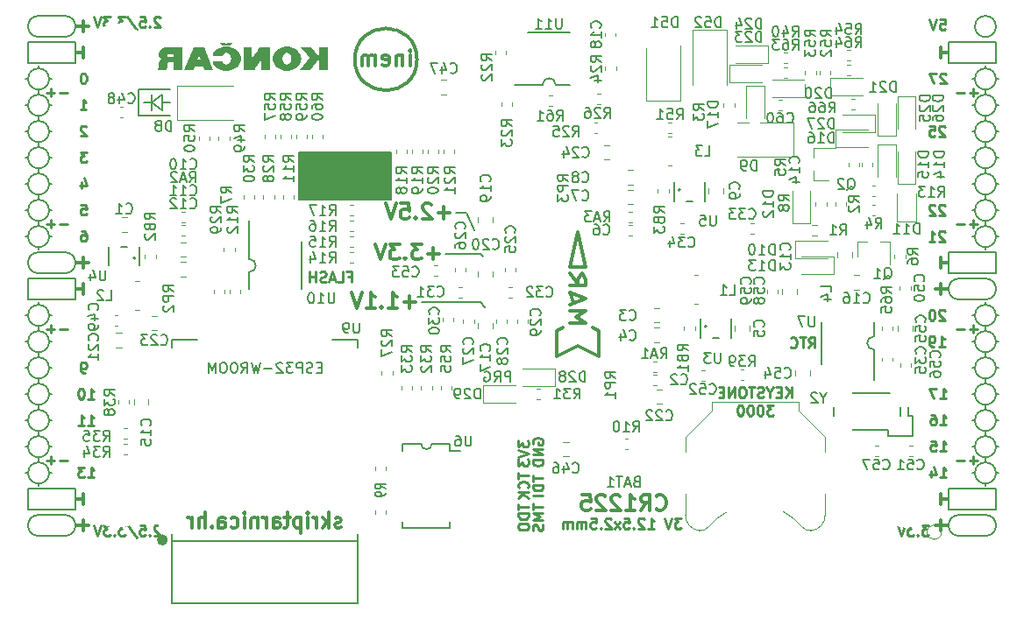
<source format=gbo>
G04 #@! TF.GenerationSoftware,KiCad,Pcbnew,5.0.0+dfsg1-2*
G04 #@! TF.CreationDate,2018-09-15T17:30:14+02:00*
G04 #@! TF.ProjectId,ulx3s,756C7833732E6B696361645F70636200,rev?*
G04 #@! TF.SameCoordinates,Original*
G04 #@! TF.FileFunction,Legend,Bot*
G04 #@! TF.FilePolarity,Positive*
%FSLAX46Y46*%
G04 Gerber Fmt 4.6, Leading zero omitted, Abs format (unit mm)*
G04 Created by KiCad (PCBNEW 5.0.0+dfsg1-2) date Sat Sep 15 17:30:14 2018*
%MOMM*%
%LPD*%
G01*
G04 APERTURE LIST*
%ADD10C,0.300000*%
%ADD11C,0.150000*%
%ADD12C,0.200000*%
%ADD13C,0.250000*%
%ADD14C,0.120000*%
%ADD15C,0.500000*%
%ADD16C,0.100000*%
%ADD17C,1.200000*%
%ADD18O,1.200000X0.500000*%
%ADD19R,1.200000X0.500000*%
%ADD20C,1.075000*%
%ADD21C,0.975000*%
%ADD22R,1.000000X0.900000*%
%ADD23R,1.100000X1.100000*%
%ADD24R,0.800000X1.300000*%
%ADD25C,1.800000*%
%ADD26C,2.100000*%
%ADD27R,3.800000X3.600000*%
%ADD28C,9.100000*%
%ADD29R,1.900000X1.500000*%
%ADD30R,1.827200X2.132000*%
%ADD31O,1.827200X2.132000*%
%ADD32R,0.700000X1.650000*%
%ADD33O,0.700000X1.650000*%
%ADD34R,1.650000X0.700000*%
%ADD35O,1.650000X0.700000*%
%ADD36R,0.700000X2.200000*%
%ADD37O,0.700000X2.200000*%
%ADD38O,2.600000X1.000000*%
%ADD39O,1.000000X2.600000*%
%ADD40R,6.100000X6.100000*%
%ADD41R,1.500000X1.395000*%
%ADD42R,2.600000X1.900000*%
%ADD43R,1.900000X2.600000*%
%ADD44O,1.827200X1.827200*%
%ADD45R,1.827200X1.827200*%
%ADD46C,5.600000*%
%ADD47C,0.400000*%
%ADD48R,1.800000X1.800000*%
%ADD49O,1.800000X1.800000*%
%ADD50R,1.600000X2.800000*%
%ADD51R,0.770000X1.100000*%
%ADD52R,0.900000X1.000000*%
G04 APERTURE END LIST*
D10*
X124563333Y-111107142D02*
X124430000Y-111178571D01*
X124163333Y-111178571D01*
X124030000Y-111107142D01*
X123963333Y-110964285D01*
X123963333Y-110892857D01*
X124030000Y-110750000D01*
X124163333Y-110678571D01*
X124363333Y-110678571D01*
X124496666Y-110607142D01*
X124563333Y-110464285D01*
X124563333Y-110392857D01*
X124496666Y-110250000D01*
X124363333Y-110178571D01*
X124163333Y-110178571D01*
X124030000Y-110250000D01*
X123363333Y-111178571D02*
X123363333Y-109678571D01*
X123230000Y-110607142D02*
X122830000Y-111178571D01*
X122830000Y-110178571D02*
X123363333Y-110750000D01*
X122230000Y-111178571D02*
X122230000Y-110178571D01*
X122230000Y-110464285D02*
X122163333Y-110321428D01*
X122096666Y-110250000D01*
X121963333Y-110178571D01*
X121830000Y-110178571D01*
X121363333Y-111178571D02*
X121363333Y-110178571D01*
X121363333Y-109678571D02*
X121430000Y-109750000D01*
X121363333Y-109821428D01*
X121296666Y-109750000D01*
X121363333Y-109678571D01*
X121363333Y-109821428D01*
X120696666Y-110178571D02*
X120696666Y-111678571D01*
X120696666Y-110250000D02*
X120563333Y-110178571D01*
X120296666Y-110178571D01*
X120163333Y-110250000D01*
X120096666Y-110321428D01*
X120030000Y-110464285D01*
X120030000Y-110892857D01*
X120096666Y-111035714D01*
X120163333Y-111107142D01*
X120296666Y-111178571D01*
X120563333Y-111178571D01*
X120696666Y-111107142D01*
X119630000Y-110178571D02*
X119096666Y-110178571D01*
X119430000Y-109678571D02*
X119430000Y-110964285D01*
X119363333Y-111107142D01*
X119230000Y-111178571D01*
X119096666Y-111178571D01*
X118030000Y-111178571D02*
X118030000Y-110392857D01*
X118096666Y-110250000D01*
X118230000Y-110178571D01*
X118496666Y-110178571D01*
X118630000Y-110250000D01*
X118030000Y-111107142D02*
X118163333Y-111178571D01*
X118496666Y-111178571D01*
X118630000Y-111107142D01*
X118696666Y-110964285D01*
X118696666Y-110821428D01*
X118630000Y-110678571D01*
X118496666Y-110607142D01*
X118163333Y-110607142D01*
X118030000Y-110535714D01*
X117363333Y-111178571D02*
X117363333Y-110178571D01*
X117363333Y-110464285D02*
X117296666Y-110321428D01*
X117230000Y-110250000D01*
X117096666Y-110178571D01*
X116963333Y-110178571D01*
X116496666Y-110178571D02*
X116496666Y-111178571D01*
X116496666Y-110321428D02*
X116430000Y-110250000D01*
X116296666Y-110178571D01*
X116096666Y-110178571D01*
X115963333Y-110250000D01*
X115896666Y-110392857D01*
X115896666Y-111178571D01*
X115230000Y-111178571D02*
X115230000Y-110178571D01*
X115230000Y-109678571D02*
X115296666Y-109750000D01*
X115230000Y-109821428D01*
X115163333Y-109750000D01*
X115230000Y-109678571D01*
X115230000Y-109821428D01*
X113963333Y-111107142D02*
X114096666Y-111178571D01*
X114363333Y-111178571D01*
X114496666Y-111107142D01*
X114563333Y-111035714D01*
X114630000Y-110892857D01*
X114630000Y-110464285D01*
X114563333Y-110321428D01*
X114496666Y-110250000D01*
X114363333Y-110178571D01*
X114096666Y-110178571D01*
X113963333Y-110250000D01*
X112763333Y-111178571D02*
X112763333Y-110392857D01*
X112830000Y-110250000D01*
X112963333Y-110178571D01*
X113230000Y-110178571D01*
X113363333Y-110250000D01*
X112763333Y-111107142D02*
X112896666Y-111178571D01*
X113230000Y-111178571D01*
X113363333Y-111107142D01*
X113430000Y-110964285D01*
X113430000Y-110821428D01*
X113363333Y-110678571D01*
X113230000Y-110607142D01*
X112896666Y-110607142D01*
X112763333Y-110535714D01*
X112096666Y-111035714D02*
X112030000Y-111107142D01*
X112096666Y-111178571D01*
X112163333Y-111107142D01*
X112096666Y-111035714D01*
X112096666Y-111178571D01*
X111430000Y-111178571D02*
X111430000Y-109678571D01*
X110830000Y-111178571D02*
X110830000Y-110392857D01*
X110896666Y-110250000D01*
X111030000Y-110178571D01*
X111230000Y-110178571D01*
X111363333Y-110250000D01*
X111430000Y-110321428D01*
X110163333Y-111178571D02*
X110163333Y-110178571D01*
X110163333Y-110464285D02*
X110096666Y-110321428D01*
X110030000Y-110250000D01*
X109896666Y-110178571D01*
X109763333Y-110178571D01*
D11*
G36*
X129406000Y-74882000D02*
X120516000Y-74882000D01*
X120516000Y-79454000D01*
X129406000Y-79454000D01*
X129406000Y-74882000D01*
G37*
X129406000Y-74882000D02*
X120516000Y-74882000D01*
X120516000Y-79454000D01*
X129406000Y-79454000D01*
X129406000Y-74882000D01*
D12*
X185540000Y-72850000D02*
X185794000Y-72850000D01*
D11*
X140954904Y-97051380D02*
X140954904Y-96051380D01*
X140573952Y-96051380D01*
X140478714Y-96099000D01*
X140431095Y-96146619D01*
X140383476Y-96241857D01*
X140383476Y-96384714D01*
X140431095Y-96479952D01*
X140478714Y-96527571D01*
X140573952Y-96575190D01*
X140954904Y-96575190D01*
X139383476Y-97051380D02*
X139716809Y-96575190D01*
X139954904Y-97051380D02*
X139954904Y-96051380D01*
X139573952Y-96051380D01*
X139478714Y-96099000D01*
X139431095Y-96146619D01*
X139383476Y-96241857D01*
X139383476Y-96384714D01*
X139431095Y-96479952D01*
X139478714Y-96527571D01*
X139573952Y-96575190D01*
X139954904Y-96575190D01*
X138431095Y-96099000D02*
X138526333Y-96051380D01*
X138669190Y-96051380D01*
X138812047Y-96099000D01*
X138907285Y-96194238D01*
X138954904Y-96289476D01*
X139002523Y-96479952D01*
X139002523Y-96622809D01*
X138954904Y-96813285D01*
X138907285Y-96908523D01*
X138812047Y-97003761D01*
X138669190Y-97051380D01*
X138573952Y-97051380D01*
X138431095Y-97003761D01*
X138383476Y-96956142D01*
X138383476Y-96622809D01*
X138573952Y-96622809D01*
D12*
X136660000Y-80742000D02*
X135644000Y-80742000D01*
X137422000Y-82393000D02*
X136660000Y-80742000D01*
X138057000Y-84679000D02*
X134628000Y-84679000D01*
X138311000Y-84933000D02*
X138057000Y-84679000D01*
X138057000Y-89378000D02*
X138438000Y-89886000D01*
X132342000Y-89378000D02*
X138057000Y-89378000D01*
D13*
X99893476Y-96180380D02*
X99703000Y-96180380D01*
X99607761Y-96132761D01*
X99560142Y-96085142D01*
X99464904Y-95942285D01*
X99417285Y-95751809D01*
X99417285Y-95370857D01*
X99464904Y-95275619D01*
X99512523Y-95228000D01*
X99607761Y-95180380D01*
X99798238Y-95180380D01*
X99893476Y-95228000D01*
X99941095Y-95275619D01*
X99988714Y-95370857D01*
X99988714Y-95608952D01*
X99941095Y-95704190D01*
X99893476Y-95751809D01*
X99798238Y-95799428D01*
X99607761Y-95799428D01*
X99512523Y-95751809D01*
X99464904Y-95704190D01*
X99417285Y-95608952D01*
X100147476Y-101260380D02*
X100718904Y-101260380D01*
X100433190Y-101260380D02*
X100433190Y-100260380D01*
X100528428Y-100403238D01*
X100623666Y-100498476D01*
X100718904Y-100546095D01*
X99195095Y-101260380D02*
X99766523Y-101260380D01*
X99480809Y-101260380D02*
X99480809Y-100260380D01*
X99576047Y-100403238D01*
X99671285Y-100498476D01*
X99766523Y-100546095D01*
D12*
X105037000Y-68804000D02*
X108085000Y-68804000D01*
X105037000Y-71344000D02*
X105037000Y-68804000D01*
X108085000Y-71344000D02*
X105037000Y-71344000D01*
X107323000Y-70074000D02*
X108085000Y-70074000D01*
X106307000Y-70074000D02*
X105545000Y-70074000D01*
X106307000Y-70836000D02*
X106307000Y-70074000D01*
X106307000Y-69312000D02*
X106307000Y-70836000D01*
X107323000Y-69312000D02*
X107323000Y-70836000D01*
X106307000Y-70074000D02*
X107323000Y-69312000D01*
X107323000Y-70836000D02*
X106307000Y-70074000D01*
D13*
X182887904Y-72415619D02*
X182840285Y-72368000D01*
X182745047Y-72320380D01*
X182506952Y-72320380D01*
X182411714Y-72368000D01*
X182364095Y-72415619D01*
X182316476Y-72510857D01*
X182316476Y-72606095D01*
X182364095Y-72748952D01*
X182935523Y-73320380D01*
X182316476Y-73320380D01*
X181411714Y-72320380D02*
X181887904Y-72320380D01*
X181935523Y-72796571D01*
X181887904Y-72748952D01*
X181792666Y-72701333D01*
X181554571Y-72701333D01*
X181459333Y-72748952D01*
X181411714Y-72796571D01*
X181364095Y-72891809D01*
X181364095Y-73129904D01*
X181411714Y-73225142D01*
X181459333Y-73272761D01*
X181554571Y-73320380D01*
X181792666Y-73320380D01*
X181887904Y-73272761D01*
X181935523Y-73225142D01*
X182887904Y-80035619D02*
X182840285Y-79988000D01*
X182745047Y-79940380D01*
X182506952Y-79940380D01*
X182411714Y-79988000D01*
X182364095Y-80035619D01*
X182316476Y-80130857D01*
X182316476Y-80226095D01*
X182364095Y-80368952D01*
X182935523Y-80940380D01*
X182316476Y-80940380D01*
X181935523Y-80035619D02*
X181887904Y-79988000D01*
X181792666Y-79940380D01*
X181554571Y-79940380D01*
X181459333Y-79988000D01*
X181411714Y-80035619D01*
X181364095Y-80130857D01*
X181364095Y-80226095D01*
X181411714Y-80368952D01*
X181983142Y-80940380D01*
X181364095Y-80940380D01*
X182887904Y-82575619D02*
X182840285Y-82528000D01*
X182745047Y-82480380D01*
X182506952Y-82480380D01*
X182411714Y-82528000D01*
X182364095Y-82575619D01*
X182316476Y-82670857D01*
X182316476Y-82766095D01*
X182364095Y-82908952D01*
X182935523Y-83480380D01*
X182316476Y-83480380D01*
X181364095Y-83480380D02*
X181935523Y-83480380D01*
X181649809Y-83480380D02*
X181649809Y-82480380D01*
X181745047Y-82623238D01*
X181840285Y-82718476D01*
X181935523Y-82766095D01*
X182887904Y-90195619D02*
X182840285Y-90148000D01*
X182745047Y-90100380D01*
X182506952Y-90100380D01*
X182411714Y-90148000D01*
X182364095Y-90195619D01*
X182316476Y-90290857D01*
X182316476Y-90386095D01*
X182364095Y-90528952D01*
X182935523Y-91100380D01*
X182316476Y-91100380D01*
X181697428Y-90100380D02*
X181602190Y-90100380D01*
X181506952Y-90148000D01*
X181459333Y-90195619D01*
X181411714Y-90290857D01*
X181364095Y-90481333D01*
X181364095Y-90719428D01*
X181411714Y-90909904D01*
X181459333Y-91005142D01*
X181506952Y-91052761D01*
X181602190Y-91100380D01*
X181697428Y-91100380D01*
X181792666Y-91052761D01*
X181840285Y-91005142D01*
X181887904Y-90909904D01*
X181935523Y-90719428D01*
X181935523Y-90481333D01*
X181887904Y-90290857D01*
X181840285Y-90195619D01*
X181792666Y-90148000D01*
X181697428Y-90100380D01*
X182316476Y-93640380D02*
X182887904Y-93640380D01*
X182602190Y-93640380D02*
X182602190Y-92640380D01*
X182697428Y-92783238D01*
X182792666Y-92878476D01*
X182887904Y-92926095D01*
X181840285Y-93640380D02*
X181649809Y-93640380D01*
X181554571Y-93592761D01*
X181506952Y-93545142D01*
X181411714Y-93402285D01*
X181364095Y-93211809D01*
X181364095Y-92830857D01*
X181411714Y-92735619D01*
X181459333Y-92688000D01*
X181554571Y-92640380D01*
X181745047Y-92640380D01*
X181840285Y-92688000D01*
X181887904Y-92735619D01*
X181935523Y-92830857D01*
X181935523Y-93068952D01*
X181887904Y-93164190D01*
X181840285Y-93211809D01*
X181745047Y-93259428D01*
X181554571Y-93259428D01*
X181459333Y-93211809D01*
X181411714Y-93164190D01*
X181364095Y-93068952D01*
X125269476Y-86893571D02*
X125602809Y-86893571D01*
X125602809Y-87417380D02*
X125602809Y-86417380D01*
X125126619Y-86417380D01*
X124269476Y-87417380D02*
X124745666Y-87417380D01*
X124745666Y-86417380D01*
X123983761Y-87131666D02*
X123507571Y-87131666D01*
X124079000Y-87417380D02*
X123745666Y-86417380D01*
X123412333Y-87417380D01*
X123126619Y-87369761D02*
X122983761Y-87417380D01*
X122745666Y-87417380D01*
X122650428Y-87369761D01*
X122602809Y-87322142D01*
X122555190Y-87226904D01*
X122555190Y-87131666D01*
X122602809Y-87036428D01*
X122650428Y-86988809D01*
X122745666Y-86941190D01*
X122936142Y-86893571D01*
X123031380Y-86845952D01*
X123079000Y-86798333D01*
X123126619Y-86703095D01*
X123126619Y-86607857D01*
X123079000Y-86512619D01*
X123031380Y-86465000D01*
X122936142Y-86417380D01*
X122698047Y-86417380D01*
X122555190Y-86465000D01*
X122126619Y-87417380D02*
X122126619Y-86417380D01*
X122126619Y-86893571D02*
X121555190Y-86893571D01*
X121555190Y-87417380D02*
X121555190Y-86417380D01*
X157418095Y-110252380D02*
X156799047Y-110252380D01*
X157132380Y-110633333D01*
X156989523Y-110633333D01*
X156894285Y-110680952D01*
X156846666Y-110728571D01*
X156799047Y-110823809D01*
X156799047Y-111061904D01*
X156846666Y-111157142D01*
X156894285Y-111204761D01*
X156989523Y-111252380D01*
X157275238Y-111252380D01*
X157370476Y-111204761D01*
X157418095Y-111157142D01*
X156513333Y-110252380D02*
X156180000Y-111252380D01*
X155846666Y-110252380D01*
X154227619Y-111252380D02*
X154799047Y-111252380D01*
X154513333Y-111252380D02*
X154513333Y-110252380D01*
X154608571Y-110395238D01*
X154703809Y-110490476D01*
X154799047Y-110538095D01*
X153846666Y-110347619D02*
X153799047Y-110300000D01*
X153703809Y-110252380D01*
X153465714Y-110252380D01*
X153370476Y-110300000D01*
X153322857Y-110347619D01*
X153275238Y-110442857D01*
X153275238Y-110538095D01*
X153322857Y-110680952D01*
X153894285Y-111252380D01*
X153275238Y-111252380D01*
X152846666Y-111157142D02*
X152799047Y-111204761D01*
X152846666Y-111252380D01*
X152894285Y-111204761D01*
X152846666Y-111157142D01*
X152846666Y-111252380D01*
X151894285Y-110252380D02*
X152370476Y-110252380D01*
X152418095Y-110728571D01*
X152370476Y-110680952D01*
X152275238Y-110633333D01*
X152037142Y-110633333D01*
X151941904Y-110680952D01*
X151894285Y-110728571D01*
X151846666Y-110823809D01*
X151846666Y-111061904D01*
X151894285Y-111157142D01*
X151941904Y-111204761D01*
X152037142Y-111252380D01*
X152275238Y-111252380D01*
X152370476Y-111204761D01*
X152418095Y-111157142D01*
X151513333Y-111252380D02*
X150989523Y-110585714D01*
X151513333Y-110585714D02*
X150989523Y-111252380D01*
X150656190Y-110347619D02*
X150608571Y-110300000D01*
X150513333Y-110252380D01*
X150275238Y-110252380D01*
X150180000Y-110300000D01*
X150132380Y-110347619D01*
X150084761Y-110442857D01*
X150084761Y-110538095D01*
X150132380Y-110680952D01*
X150703809Y-111252380D01*
X150084761Y-111252380D01*
X149656190Y-111157142D02*
X149608571Y-111204761D01*
X149656190Y-111252380D01*
X149703809Y-111204761D01*
X149656190Y-111157142D01*
X149656190Y-111252380D01*
X148703809Y-110252380D02*
X149180000Y-110252380D01*
X149227619Y-110728571D01*
X149180000Y-110680952D01*
X149084761Y-110633333D01*
X148846666Y-110633333D01*
X148751428Y-110680952D01*
X148703809Y-110728571D01*
X148656190Y-110823809D01*
X148656190Y-111061904D01*
X148703809Y-111157142D01*
X148751428Y-111204761D01*
X148846666Y-111252380D01*
X149084761Y-111252380D01*
X149180000Y-111204761D01*
X149227619Y-111157142D01*
X148227619Y-111252380D02*
X148227619Y-110585714D01*
X148227619Y-110680952D02*
X148180000Y-110633333D01*
X148084761Y-110585714D01*
X147941904Y-110585714D01*
X147846666Y-110633333D01*
X147799047Y-110728571D01*
X147799047Y-111252380D01*
X147799047Y-110728571D02*
X147751428Y-110633333D01*
X147656190Y-110585714D01*
X147513333Y-110585714D01*
X147418095Y-110633333D01*
X147370476Y-110728571D01*
X147370476Y-111252380D01*
X146894285Y-111252380D02*
X146894285Y-110585714D01*
X146894285Y-110680952D02*
X146846666Y-110633333D01*
X146751428Y-110585714D01*
X146608571Y-110585714D01*
X146513333Y-110633333D01*
X146465714Y-110728571D01*
X146465714Y-111252380D01*
X146465714Y-110728571D02*
X146418095Y-110633333D01*
X146322857Y-110585714D01*
X146180000Y-110585714D01*
X146084761Y-110633333D01*
X146037142Y-110728571D01*
X146037142Y-111252380D01*
X168085000Y-98577380D02*
X168085000Y-97577380D01*
X167513571Y-98577380D02*
X167942142Y-98005952D01*
X167513571Y-97577380D02*
X168085000Y-98148809D01*
X167085000Y-98053571D02*
X166751666Y-98053571D01*
X166608809Y-98577380D02*
X167085000Y-98577380D01*
X167085000Y-97577380D01*
X166608809Y-97577380D01*
X165989761Y-98101190D02*
X165989761Y-98577380D01*
X166323095Y-97577380D02*
X165989761Y-98101190D01*
X165656428Y-97577380D01*
X165370714Y-98529761D02*
X165227857Y-98577380D01*
X164989761Y-98577380D01*
X164894523Y-98529761D01*
X164846904Y-98482142D01*
X164799285Y-98386904D01*
X164799285Y-98291666D01*
X164846904Y-98196428D01*
X164894523Y-98148809D01*
X164989761Y-98101190D01*
X165180238Y-98053571D01*
X165275476Y-98005952D01*
X165323095Y-97958333D01*
X165370714Y-97863095D01*
X165370714Y-97767857D01*
X165323095Y-97672619D01*
X165275476Y-97625000D01*
X165180238Y-97577380D01*
X164942142Y-97577380D01*
X164799285Y-97625000D01*
X164513571Y-97577380D02*
X163942142Y-97577380D01*
X164227857Y-98577380D02*
X164227857Y-97577380D01*
X163418333Y-97577380D02*
X163227857Y-97577380D01*
X163132619Y-97625000D01*
X163037380Y-97720238D01*
X162989761Y-97910714D01*
X162989761Y-98244047D01*
X163037380Y-98434523D01*
X163132619Y-98529761D01*
X163227857Y-98577380D01*
X163418333Y-98577380D01*
X163513571Y-98529761D01*
X163608809Y-98434523D01*
X163656428Y-98244047D01*
X163656428Y-97910714D01*
X163608809Y-97720238D01*
X163513571Y-97625000D01*
X163418333Y-97577380D01*
X162561190Y-98577380D02*
X162561190Y-97577380D01*
X161989761Y-98577380D01*
X161989761Y-97577380D01*
X161513571Y-98053571D02*
X161180238Y-98053571D01*
X161037380Y-98577380D02*
X161513571Y-98577380D01*
X161513571Y-97577380D01*
X161037380Y-97577380D01*
X166346904Y-99327380D02*
X165727857Y-99327380D01*
X166061190Y-99708333D01*
X165918333Y-99708333D01*
X165823095Y-99755952D01*
X165775476Y-99803571D01*
X165727857Y-99898809D01*
X165727857Y-100136904D01*
X165775476Y-100232142D01*
X165823095Y-100279761D01*
X165918333Y-100327380D01*
X166204047Y-100327380D01*
X166299285Y-100279761D01*
X166346904Y-100232142D01*
X165108809Y-99327380D02*
X165013571Y-99327380D01*
X164918333Y-99375000D01*
X164870714Y-99422619D01*
X164823095Y-99517857D01*
X164775476Y-99708333D01*
X164775476Y-99946428D01*
X164823095Y-100136904D01*
X164870714Y-100232142D01*
X164918333Y-100279761D01*
X165013571Y-100327380D01*
X165108809Y-100327380D01*
X165204047Y-100279761D01*
X165251666Y-100232142D01*
X165299285Y-100136904D01*
X165346904Y-99946428D01*
X165346904Y-99708333D01*
X165299285Y-99517857D01*
X165251666Y-99422619D01*
X165204047Y-99375000D01*
X165108809Y-99327380D01*
X164156428Y-99327380D02*
X164061190Y-99327380D01*
X163965952Y-99375000D01*
X163918333Y-99422619D01*
X163870714Y-99517857D01*
X163823095Y-99708333D01*
X163823095Y-99946428D01*
X163870714Y-100136904D01*
X163918333Y-100232142D01*
X163965952Y-100279761D01*
X164061190Y-100327380D01*
X164156428Y-100327380D01*
X164251666Y-100279761D01*
X164299285Y-100232142D01*
X164346904Y-100136904D01*
X164394523Y-99946428D01*
X164394523Y-99708333D01*
X164346904Y-99517857D01*
X164299285Y-99422619D01*
X164251666Y-99375000D01*
X164156428Y-99327380D01*
X163204047Y-99327380D02*
X163108809Y-99327380D01*
X163013571Y-99375000D01*
X162965952Y-99422619D01*
X162918333Y-99517857D01*
X162870714Y-99708333D01*
X162870714Y-99946428D01*
X162918333Y-100136904D01*
X162965952Y-100232142D01*
X163013571Y-100279761D01*
X163108809Y-100327380D01*
X163204047Y-100327380D01*
X163299285Y-100279761D01*
X163346904Y-100232142D01*
X163394523Y-100136904D01*
X163442142Y-99946428D01*
X163442142Y-99708333D01*
X163394523Y-99517857D01*
X163346904Y-99422619D01*
X163299285Y-99375000D01*
X163204047Y-99327380D01*
D10*
X182492000Y-87582000D02*
X182492000Y-88598000D01*
X183254000Y-88090000D02*
X181984000Y-88090000D01*
X182492000Y-110442000D02*
X182492000Y-111458000D01*
X183254000Y-110950000D02*
X181984000Y-110950000D01*
X99688000Y-62182000D02*
X99688000Y-63198000D01*
X98926000Y-62690000D02*
X100196000Y-62690000D01*
X99688000Y-110442000D02*
X99688000Y-111458000D01*
X98926000Y-110950000D02*
X100196000Y-110950000D01*
X99688000Y-85042000D02*
X99688000Y-86058000D01*
X98926000Y-85550000D02*
X100196000Y-85550000D01*
D12*
X187826000Y-62690000D02*
G75*
G03X187826000Y-62690000I-1016000J0D01*
G01*
X184270000Y-87074000D02*
X186810000Y-87074000D01*
X184270000Y-89106000D02*
X186810000Y-89106000D01*
X184270000Y-87074000D02*
G75*
G03X184270000Y-89106000I0J-1016000D01*
G01*
X186810000Y-89106000D02*
G75*
G03X186810000Y-87074000I0J1016000D01*
G01*
X184270000Y-111966000D02*
X186810000Y-111966000D01*
X184270000Y-109934000D02*
X186810000Y-109934000D01*
X184270000Y-109934000D02*
G75*
G03X184270000Y-111966000I0J-1016000D01*
G01*
X186810000Y-111966000D02*
G75*
G03X186810000Y-109934000I0J1016000D01*
G01*
X97910000Y-63706000D02*
G75*
G03X97910000Y-61674000I0J1016000D01*
G01*
X95370000Y-61674000D02*
X97910000Y-61674000D01*
X95370000Y-63706000D02*
X97910000Y-63706000D01*
X95370000Y-61674000D02*
G75*
G03X95370000Y-63706000I0J-1016000D01*
G01*
X95370000Y-86566000D02*
X97910000Y-86566000D01*
X95370000Y-84534000D02*
X97910000Y-84534000D01*
X95370000Y-84534000D02*
G75*
G03X95370000Y-86566000I0J-1016000D01*
G01*
X97910000Y-86566000D02*
G75*
G03X97910000Y-84534000I0J1016000D01*
G01*
X95370000Y-111966000D02*
X97910000Y-111966000D01*
X95370000Y-109934000D02*
X97910000Y-109934000D01*
X95370000Y-109934000D02*
G75*
G03X95370000Y-111966000I0J-1016000D01*
G01*
X97910000Y-111966000D02*
G75*
G03X97910000Y-109934000I0J1016000D01*
G01*
X98926000Y-107394000D02*
X94354000Y-107394000D01*
X98926000Y-109426000D02*
X98926000Y-107394000D01*
X94354000Y-109426000D02*
X98926000Y-109426000D01*
X94354000Y-107394000D02*
X94354000Y-109426000D01*
X187826000Y-107394000D02*
X183254000Y-107394000D01*
X187826000Y-109426000D02*
X187826000Y-107394000D01*
X183254000Y-109426000D02*
X187826000Y-109426000D01*
X183254000Y-107394000D02*
X183254000Y-109426000D01*
X187826000Y-84534000D02*
X183254000Y-84534000D01*
X187826000Y-86566000D02*
X187826000Y-84534000D01*
X183254000Y-86566000D02*
X187826000Y-86566000D01*
X183254000Y-84534000D02*
X183254000Y-86566000D01*
X187826000Y-64214000D02*
X183254000Y-64214000D01*
X187826000Y-66246000D02*
X187826000Y-64214000D01*
X183254000Y-66246000D02*
X187826000Y-66246000D01*
X183254000Y-64214000D02*
X183254000Y-66246000D01*
X98926000Y-64214000D02*
X94354000Y-64214000D01*
X98926000Y-66246000D02*
X98926000Y-64214000D01*
X94354000Y-66246000D02*
X98926000Y-66246000D01*
X94354000Y-64214000D02*
X94354000Y-66246000D01*
X98926000Y-87074000D02*
X94354000Y-87074000D01*
X98926000Y-89106000D02*
X98926000Y-87074000D01*
X94354000Y-89106000D02*
X98926000Y-89106000D01*
X94354000Y-87074000D02*
X94354000Y-89106000D01*
D13*
X186032000Y-91971428D02*
X185270095Y-91971428D01*
X185651047Y-92352380D02*
X185651047Y-91590476D01*
X184793904Y-91971428D02*
X184032000Y-91971428D01*
X186032000Y-69111428D02*
X185270095Y-69111428D01*
X185651047Y-69492380D02*
X185651047Y-68730476D01*
X184793904Y-69111428D02*
X184032000Y-69111428D01*
X186032000Y-81811428D02*
X185270095Y-81811428D01*
X185651047Y-82192380D02*
X185651047Y-81430476D01*
X184793904Y-81811428D02*
X184032000Y-81811428D01*
X186032000Y-104671428D02*
X185270095Y-104671428D01*
X185651047Y-105052380D02*
X185651047Y-104290476D01*
X184793904Y-104671428D02*
X184032000Y-104671428D01*
X98148000Y-104671428D02*
X97386095Y-104671428D01*
X96909904Y-104671428D02*
X96148000Y-104671428D01*
X96528952Y-105052380D02*
X96528952Y-104290476D01*
X98148000Y-91971428D02*
X97386095Y-91971428D01*
X96909904Y-91971428D02*
X96148000Y-91971428D01*
X96528952Y-92352380D02*
X96528952Y-91590476D01*
X98148000Y-81811428D02*
X97386095Y-81811428D01*
X96909904Y-81811428D02*
X96148000Y-81811428D01*
X96528952Y-82192380D02*
X96528952Y-81430476D01*
X98148000Y-69111428D02*
X97386095Y-69111428D01*
X96909904Y-69111428D02*
X96148000Y-69111428D01*
X96528952Y-69492380D02*
X96528952Y-68730476D01*
D10*
X182492000Y-107902000D02*
X182492000Y-108918000D01*
X183254000Y-108410000D02*
X182492000Y-108410000D01*
D12*
X95370000Y-96726000D02*
X95370000Y-97234000D01*
X96386000Y-95710000D02*
X96640000Y-95710000D01*
X94354000Y-95710000D02*
X94100000Y-95710000D01*
X187826000Y-98250000D02*
X188080000Y-98250000D01*
X187826000Y-83010000D02*
X188080000Y-83010000D01*
X95370000Y-107140000D02*
X95370000Y-106886000D01*
X96386000Y-105870000D02*
X96640000Y-105870000D01*
X94354000Y-105870000D02*
X94100000Y-105870000D01*
X94354000Y-103330000D02*
X94100000Y-103330000D01*
X95370000Y-104346000D02*
X95370000Y-104854000D01*
X96386000Y-103330000D02*
X96640000Y-103330000D01*
X94354000Y-100790000D02*
X94100000Y-100790000D01*
X95370000Y-102314000D02*
X95370000Y-101806000D01*
X96386000Y-100790000D02*
X96640000Y-100790000D01*
X95370000Y-99266000D02*
X95370000Y-99774000D01*
X94354000Y-98250000D02*
X94100000Y-98250000D01*
X96386000Y-98250000D02*
X96640000Y-98250000D01*
X95370000Y-94186000D02*
X95370000Y-94694000D01*
X96386000Y-93170000D02*
X96640000Y-93170000D01*
X94354000Y-93170000D02*
X94100000Y-93170000D01*
X94354000Y-90630000D02*
X94100000Y-90630000D01*
X95370000Y-91646000D02*
X95370000Y-92154000D01*
X96640000Y-90630000D02*
X96386000Y-90630000D01*
X95370000Y-89360000D02*
X95370000Y-89614000D01*
X94354000Y-83010000D02*
X94100000Y-83010000D01*
X95370000Y-84280000D02*
X95370000Y-84026000D01*
X96386000Y-83010000D02*
X96640000Y-83010000D01*
X95370000Y-81486000D02*
X95370000Y-81994000D01*
X94354000Y-80470000D02*
X94100000Y-80470000D01*
X96640000Y-80470000D02*
X96386000Y-80470000D01*
X95370000Y-78946000D02*
X95370000Y-79454000D01*
X96386000Y-77930000D02*
X96640000Y-77930000D01*
X94354000Y-77930000D02*
X94100000Y-77930000D01*
X95370000Y-76406000D02*
X95370000Y-76914000D01*
X94354000Y-75390000D02*
X94100000Y-75390000D01*
X96386000Y-75390000D02*
X96640000Y-75390000D01*
X95370000Y-73866000D02*
X95370000Y-74374000D01*
X96386000Y-72850000D02*
X96640000Y-72850000D01*
X94100000Y-72850000D02*
X94354000Y-72850000D01*
X94354000Y-70310000D02*
X94100000Y-70310000D01*
X96640000Y-70310000D02*
X96386000Y-70310000D01*
X95370000Y-71326000D02*
X95370000Y-71834000D01*
X95370000Y-68786000D02*
X95370000Y-69294000D01*
X96386000Y-67770000D02*
X96640000Y-67770000D01*
X94354000Y-67770000D02*
X94100000Y-67770000D01*
X95370000Y-66500000D02*
X95370000Y-66754000D01*
X187826000Y-105870000D02*
X188080000Y-105870000D01*
X186810000Y-107140000D02*
X186810000Y-106886000D01*
X185540000Y-105870000D02*
X185794000Y-105870000D01*
X186810000Y-104346000D02*
X186810000Y-104854000D01*
X187826000Y-103330000D02*
X188080000Y-103330000D01*
X185540000Y-103330000D02*
X185794000Y-103330000D01*
X186810000Y-101806000D02*
X186810000Y-102314000D01*
X187826000Y-100790000D02*
X188080000Y-100790000D01*
X185540000Y-100790000D02*
X185794000Y-100790000D01*
X186810000Y-99266000D02*
X186810000Y-99774000D01*
X185540000Y-98250000D02*
X185794000Y-98250000D01*
X186810000Y-97234000D02*
X186810000Y-96726000D01*
X187826000Y-95710000D02*
X188080000Y-95710000D01*
X185540000Y-95710000D02*
X185794000Y-95710000D01*
X186810000Y-94694000D02*
X186810000Y-94186000D01*
X187826000Y-93170000D02*
X188080000Y-93170000D01*
X185540000Y-93170000D02*
X185794000Y-93170000D01*
X186810000Y-92154000D02*
X186810000Y-91646000D01*
X187826000Y-90630000D02*
X188080000Y-90630000D01*
X185540000Y-90630000D02*
X185794000Y-90630000D01*
X186810000Y-89360000D02*
X186810000Y-89614000D01*
X186810000Y-84280000D02*
X186810000Y-84026000D01*
X185540000Y-83010000D02*
X185794000Y-83010000D01*
X186810000Y-81994000D02*
X186810000Y-81486000D01*
X185794000Y-80470000D02*
X185540000Y-80470000D01*
X187826000Y-80470000D02*
X188080000Y-80470000D01*
X186810000Y-78946000D02*
X186810000Y-79454000D01*
X185794000Y-77930000D02*
X185540000Y-77930000D01*
X187826000Y-77930000D02*
X188080000Y-77930000D01*
X186810000Y-76406000D02*
X186810000Y-76914000D01*
X186810000Y-73866000D02*
X186810000Y-74374000D01*
X185794000Y-75390000D02*
X185540000Y-75390000D01*
X187826000Y-75390000D02*
X188080000Y-75390000D01*
X187826000Y-72850000D02*
X188080000Y-72850000D01*
X186810000Y-71834000D02*
X186810000Y-71326000D01*
X187826000Y-70310000D02*
X188080000Y-70310000D01*
X185540000Y-70310000D02*
X185794000Y-70310000D01*
X187826000Y-67770000D02*
X188080000Y-67770000D01*
X186810000Y-68786000D02*
X186810000Y-69294000D01*
X185540000Y-67770000D02*
X185794000Y-67770000D01*
X186810000Y-66500000D02*
X186810000Y-66754000D01*
X187826000Y-67770000D02*
G75*
G03X187826000Y-67770000I-1016000J0D01*
G01*
X187826000Y-70310000D02*
G75*
G03X187826000Y-70310000I-1016000J0D01*
G01*
X187826000Y-72850000D02*
G75*
G03X187826000Y-72850000I-1016000J0D01*
G01*
X187826000Y-75390000D02*
G75*
G03X187826000Y-75390000I-1016000J0D01*
G01*
X187826000Y-77930000D02*
G75*
G03X187826000Y-77930000I-1016000J0D01*
G01*
X187826000Y-80470000D02*
G75*
G03X187826000Y-80470000I-1016000J0D01*
G01*
X187826000Y-83010000D02*
G75*
G03X187826000Y-83010000I-1016000J0D01*
G01*
X187826000Y-90630000D02*
G75*
G03X187826000Y-90630000I-1016000J0D01*
G01*
X187826000Y-93170000D02*
G75*
G03X187826000Y-93170000I-1016000J0D01*
G01*
X187826000Y-95710000D02*
G75*
G03X187826000Y-95710000I-1016000J0D01*
G01*
X187826000Y-98250000D02*
G75*
G03X187826000Y-98250000I-1016000J0D01*
G01*
X187826000Y-100790000D02*
G75*
G03X187826000Y-100790000I-1016000J0D01*
G01*
X187826000Y-103330000D02*
G75*
G03X187826000Y-103330000I-1016000J0D01*
G01*
X187826000Y-105870000D02*
G75*
G03X187826000Y-105870000I-1016000J0D01*
G01*
X96386000Y-105870000D02*
G75*
G03X96386000Y-105870000I-1016000J0D01*
G01*
X96386000Y-103330000D02*
G75*
G03X96386000Y-103330000I-1016000J0D01*
G01*
X96386000Y-100790000D02*
G75*
G03X96386000Y-100790000I-1016000J0D01*
G01*
X96386000Y-98250000D02*
G75*
G03X96386000Y-98250000I-1016000J0D01*
G01*
X96386000Y-95710000D02*
G75*
G03X96386000Y-95710000I-1016000J0D01*
G01*
X96386000Y-93170000D02*
G75*
G03X96386000Y-93170000I-1016000J0D01*
G01*
X96386000Y-90630000D02*
G75*
G03X96386000Y-90630000I-1016000J0D01*
G01*
X96386000Y-83010000D02*
G75*
G03X96386000Y-83010000I-1016000J0D01*
G01*
X96386000Y-80470000D02*
G75*
G03X96386000Y-80470000I-1016000J0D01*
G01*
X96386000Y-77930000D02*
G75*
G03X96386000Y-77930000I-1016000J0D01*
G01*
X96386000Y-75390000D02*
G75*
G03X96386000Y-75390000I-1016000J0D01*
G01*
X96386000Y-72850000D02*
G75*
G03X96386000Y-72850000I-1016000J0D01*
G01*
X96386000Y-70310000D02*
G75*
G03X96386000Y-70310000I-1016000J0D01*
G01*
X96386000Y-67770000D02*
G75*
G03X96386000Y-67770000I-1016000J0D01*
G01*
D13*
X182428476Y-62015380D02*
X182904666Y-62015380D01*
X182952285Y-62491571D01*
X182904666Y-62443952D01*
X182809428Y-62396333D01*
X182571333Y-62396333D01*
X182476095Y-62443952D01*
X182428476Y-62491571D01*
X182380857Y-62586809D01*
X182380857Y-62824904D01*
X182428476Y-62920142D01*
X182476095Y-62967761D01*
X182571333Y-63015380D01*
X182809428Y-63015380D01*
X182904666Y-62967761D01*
X182952285Y-62920142D01*
X182095142Y-62015380D02*
X181761809Y-63015380D01*
X181428476Y-62015380D01*
D10*
X182492000Y-64722000D02*
X182492000Y-65738000D01*
X183254000Y-65230000D02*
X182492000Y-65230000D01*
D13*
X182999904Y-67317619D02*
X182952285Y-67270000D01*
X182857047Y-67222380D01*
X182618952Y-67222380D01*
X182523714Y-67270000D01*
X182476095Y-67317619D01*
X182428476Y-67412857D01*
X182428476Y-67508095D01*
X182476095Y-67650952D01*
X183047523Y-68222380D01*
X182428476Y-68222380D01*
X182095142Y-67222380D02*
X181428476Y-67222380D01*
X181857047Y-68222380D01*
D10*
X182492000Y-85042000D02*
X182492000Y-86058000D01*
X183254000Y-85550000D02*
X182492000Y-85550000D01*
D13*
X182428476Y-98702380D02*
X182999904Y-98702380D01*
X182714190Y-98702380D02*
X182714190Y-97702380D01*
X182809428Y-97845238D01*
X182904666Y-97940476D01*
X182999904Y-97988095D01*
X182095142Y-97702380D02*
X181428476Y-97702380D01*
X181857047Y-98702380D01*
X182428476Y-101242380D02*
X182999904Y-101242380D01*
X182714190Y-101242380D02*
X182714190Y-100242380D01*
X182809428Y-100385238D01*
X182904666Y-100480476D01*
X182999904Y-100528095D01*
X181571333Y-100242380D02*
X181761809Y-100242380D01*
X181857047Y-100290000D01*
X181904666Y-100337619D01*
X181999904Y-100480476D01*
X182047523Y-100670952D01*
X182047523Y-101051904D01*
X181999904Y-101147142D01*
X181952285Y-101194761D01*
X181857047Y-101242380D01*
X181666571Y-101242380D01*
X181571333Y-101194761D01*
X181523714Y-101147142D01*
X181476095Y-101051904D01*
X181476095Y-100813809D01*
X181523714Y-100718571D01*
X181571333Y-100670952D01*
X181666571Y-100623333D01*
X181857047Y-100623333D01*
X181952285Y-100670952D01*
X181999904Y-100718571D01*
X182047523Y-100813809D01*
X182428476Y-103782380D02*
X182999904Y-103782380D01*
X182714190Y-103782380D02*
X182714190Y-102782380D01*
X182809428Y-102925238D01*
X182904666Y-103020476D01*
X182999904Y-103068095D01*
X181523714Y-102782380D02*
X181999904Y-102782380D01*
X182047523Y-103258571D01*
X181999904Y-103210952D01*
X181904666Y-103163333D01*
X181666571Y-103163333D01*
X181571333Y-103210952D01*
X181523714Y-103258571D01*
X181476095Y-103353809D01*
X181476095Y-103591904D01*
X181523714Y-103687142D01*
X181571333Y-103734761D01*
X181666571Y-103782380D01*
X181904666Y-103782380D01*
X181999904Y-103734761D01*
X182047523Y-103687142D01*
X182428476Y-106322380D02*
X182999904Y-106322380D01*
X182714190Y-106322380D02*
X182714190Y-105322380D01*
X182809428Y-105465238D01*
X182904666Y-105560476D01*
X182999904Y-105608095D01*
X181571333Y-105655714D02*
X181571333Y-106322380D01*
X181809428Y-105274761D02*
X182047523Y-105989047D01*
X181428476Y-105989047D01*
X181312642Y-110928380D02*
X180693595Y-110928380D01*
X181026928Y-111309333D01*
X180884071Y-111309333D01*
X180788833Y-111356952D01*
X180741214Y-111404571D01*
X180693595Y-111499809D01*
X180693595Y-111737904D01*
X180741214Y-111833142D01*
X180788833Y-111880761D01*
X180884071Y-111928380D01*
X181169785Y-111928380D01*
X181265023Y-111880761D01*
X181312642Y-111833142D01*
X180265023Y-111833142D02*
X180217404Y-111880761D01*
X180265023Y-111928380D01*
X180312642Y-111880761D01*
X180265023Y-111833142D01*
X180265023Y-111928380D01*
X179884071Y-110928380D02*
X179265023Y-110928380D01*
X179598357Y-111309333D01*
X179455500Y-111309333D01*
X179360261Y-111356952D01*
X179312642Y-111404571D01*
X179265023Y-111499809D01*
X179265023Y-111737904D01*
X179312642Y-111833142D01*
X179360261Y-111880761D01*
X179455500Y-111928380D01*
X179741214Y-111928380D01*
X179836452Y-111880761D01*
X179884071Y-111833142D01*
X178979309Y-110928380D02*
X178645976Y-111928380D01*
X178312642Y-110928380D01*
D10*
X99688000Y-108918000D02*
X99688000Y-107902000D01*
X98926000Y-108410000D02*
X99688000Y-108410000D01*
X99688000Y-88598000D02*
X99688000Y-87582000D01*
X98926000Y-88090000D02*
X99688000Y-88090000D01*
X99688000Y-64722000D02*
X99688000Y-65738000D01*
X98926000Y-65230000D02*
X99688000Y-65230000D01*
D13*
X107103690Y-111023619D02*
X107056071Y-110976000D01*
X106960833Y-110928380D01*
X106722738Y-110928380D01*
X106627500Y-110976000D01*
X106579880Y-111023619D01*
X106532261Y-111118857D01*
X106532261Y-111214095D01*
X106579880Y-111356952D01*
X107151309Y-111928380D01*
X106532261Y-111928380D01*
X106103690Y-111833142D02*
X106056071Y-111880761D01*
X106103690Y-111928380D01*
X106151309Y-111880761D01*
X106103690Y-111833142D01*
X106103690Y-111928380D01*
X105151309Y-110928380D02*
X105627500Y-110928380D01*
X105675119Y-111404571D01*
X105627500Y-111356952D01*
X105532261Y-111309333D01*
X105294166Y-111309333D01*
X105198928Y-111356952D01*
X105151309Y-111404571D01*
X105103690Y-111499809D01*
X105103690Y-111737904D01*
X105151309Y-111833142D01*
X105198928Y-111880761D01*
X105294166Y-111928380D01*
X105532261Y-111928380D01*
X105627500Y-111880761D01*
X105675119Y-111833142D01*
X103960833Y-110880761D02*
X104817976Y-112166476D01*
X103722738Y-110928380D02*
X103103690Y-110928380D01*
X103437023Y-111309333D01*
X103294166Y-111309333D01*
X103198928Y-111356952D01*
X103151309Y-111404571D01*
X103103690Y-111499809D01*
X103103690Y-111737904D01*
X103151309Y-111833142D01*
X103198928Y-111880761D01*
X103294166Y-111928380D01*
X103579880Y-111928380D01*
X103675119Y-111880761D01*
X103722738Y-111833142D01*
X102675119Y-111833142D02*
X102627500Y-111880761D01*
X102675119Y-111928380D01*
X102722738Y-111880761D01*
X102675119Y-111833142D01*
X102675119Y-111928380D01*
X102294166Y-110928380D02*
X101675119Y-110928380D01*
X102008452Y-111309333D01*
X101865595Y-111309333D01*
X101770357Y-111356952D01*
X101722738Y-111404571D01*
X101675119Y-111499809D01*
X101675119Y-111737904D01*
X101722738Y-111833142D01*
X101770357Y-111880761D01*
X101865595Y-111928380D01*
X102151309Y-111928380D01*
X102246547Y-111880761D01*
X102294166Y-111833142D01*
X101389404Y-110928380D02*
X101056071Y-111928380D01*
X100722738Y-110928380D01*
X100132476Y-106322380D02*
X100703904Y-106322380D01*
X100418190Y-106322380D02*
X100418190Y-105322380D01*
X100513428Y-105465238D01*
X100608666Y-105560476D01*
X100703904Y-105608095D01*
X99799142Y-105322380D02*
X99180095Y-105322380D01*
X99513428Y-105703333D01*
X99370571Y-105703333D01*
X99275333Y-105750952D01*
X99227714Y-105798571D01*
X99180095Y-105893809D01*
X99180095Y-106131904D01*
X99227714Y-106227142D01*
X99275333Y-106274761D01*
X99370571Y-106322380D01*
X99656285Y-106322380D01*
X99751523Y-106274761D01*
X99799142Y-106227142D01*
X100147476Y-98720380D02*
X100718904Y-98720380D01*
X100433190Y-98720380D02*
X100433190Y-97720380D01*
X100528428Y-97863238D01*
X100623666Y-97958476D01*
X100718904Y-98006095D01*
X99528428Y-97720380D02*
X99433190Y-97720380D01*
X99337952Y-97768000D01*
X99290333Y-97815619D01*
X99242714Y-97910857D01*
X99195095Y-98101333D01*
X99195095Y-98339428D01*
X99242714Y-98529904D01*
X99290333Y-98625142D01*
X99337952Y-98672761D01*
X99433190Y-98720380D01*
X99528428Y-98720380D01*
X99623666Y-98672761D01*
X99671285Y-98625142D01*
X99718904Y-98529904D01*
X99766523Y-98339428D01*
X99766523Y-98101333D01*
X99718904Y-97910857D01*
X99671285Y-97815619D01*
X99623666Y-97768000D01*
X99528428Y-97720380D01*
X99512523Y-82462380D02*
X99703000Y-82462380D01*
X99798238Y-82510000D01*
X99845857Y-82557619D01*
X99941095Y-82700476D01*
X99988714Y-82890952D01*
X99988714Y-83271904D01*
X99941095Y-83367142D01*
X99893476Y-83414761D01*
X99798238Y-83462380D01*
X99607761Y-83462380D01*
X99512523Y-83414761D01*
X99464904Y-83367142D01*
X99417285Y-83271904D01*
X99417285Y-83033809D01*
X99464904Y-82938571D01*
X99512523Y-82890952D01*
X99607761Y-82843333D01*
X99798238Y-82843333D01*
X99893476Y-82890952D01*
X99941095Y-82938571D01*
X99988714Y-83033809D01*
X99464904Y-79922380D02*
X99941095Y-79922380D01*
X99988714Y-80398571D01*
X99941095Y-80350952D01*
X99845857Y-80303333D01*
X99607761Y-80303333D01*
X99512523Y-80350952D01*
X99464904Y-80398571D01*
X99417285Y-80493809D01*
X99417285Y-80731904D01*
X99464904Y-80827142D01*
X99512523Y-80874761D01*
X99607761Y-80922380D01*
X99845857Y-80922380D01*
X99941095Y-80874761D01*
X99988714Y-80827142D01*
X99512523Y-77715714D02*
X99512523Y-78382380D01*
X99750619Y-77334761D02*
X99988714Y-78049047D01*
X99369666Y-78049047D01*
X100021333Y-74842380D02*
X99402285Y-74842380D01*
X99735619Y-75223333D01*
X99592761Y-75223333D01*
X99497523Y-75270952D01*
X99449904Y-75318571D01*
X99402285Y-75413809D01*
X99402285Y-75651904D01*
X99449904Y-75747142D01*
X99497523Y-75794761D01*
X99592761Y-75842380D01*
X99878476Y-75842380D01*
X99973714Y-75794761D01*
X100021333Y-75747142D01*
X99973714Y-72397619D02*
X99926095Y-72350000D01*
X99830857Y-72302380D01*
X99592761Y-72302380D01*
X99497523Y-72350000D01*
X99449904Y-72397619D01*
X99402285Y-72492857D01*
X99402285Y-72588095D01*
X99449904Y-72730952D01*
X100021333Y-73302380D01*
X99402285Y-73302380D01*
X99402285Y-70762380D02*
X99973714Y-70762380D01*
X99688000Y-70762380D02*
X99688000Y-69762380D01*
X99783238Y-69905238D01*
X99878476Y-70000476D01*
X99973714Y-70048095D01*
X99750619Y-67222380D02*
X99655380Y-67222380D01*
X99560142Y-67270000D01*
X99512523Y-67317619D01*
X99464904Y-67412857D01*
X99417285Y-67603333D01*
X99417285Y-67841428D01*
X99464904Y-68031904D01*
X99512523Y-68127142D01*
X99560142Y-68174761D01*
X99655380Y-68222380D01*
X99750619Y-68222380D01*
X99845857Y-68174761D01*
X99893476Y-68127142D01*
X99941095Y-68031904D01*
X99988714Y-67841428D01*
X99988714Y-67603333D01*
X99941095Y-67412857D01*
X99893476Y-67317619D01*
X99845857Y-67270000D01*
X99750619Y-67222380D01*
X107103690Y-61874619D02*
X107056071Y-61827000D01*
X106960833Y-61779380D01*
X106722738Y-61779380D01*
X106627500Y-61827000D01*
X106579880Y-61874619D01*
X106532261Y-61969857D01*
X106532261Y-62065095D01*
X106579880Y-62207952D01*
X107151309Y-62779380D01*
X106532261Y-62779380D01*
X106103690Y-62684142D02*
X106056071Y-62731761D01*
X106103690Y-62779380D01*
X106151309Y-62731761D01*
X106103690Y-62684142D01*
X106103690Y-62779380D01*
X105151309Y-61779380D02*
X105627500Y-61779380D01*
X105675119Y-62255571D01*
X105627500Y-62207952D01*
X105532261Y-62160333D01*
X105294166Y-62160333D01*
X105198928Y-62207952D01*
X105151309Y-62255571D01*
X105103690Y-62350809D01*
X105103690Y-62588904D01*
X105151309Y-62684142D01*
X105198928Y-62731761D01*
X105294166Y-62779380D01*
X105532261Y-62779380D01*
X105627500Y-62731761D01*
X105675119Y-62684142D01*
X103960833Y-61731761D02*
X104817976Y-63017476D01*
X103722738Y-61779380D02*
X103103690Y-61779380D01*
X103437023Y-62160333D01*
X103294166Y-62160333D01*
X103198928Y-62207952D01*
X103151309Y-62255571D01*
X103103690Y-62350809D01*
X103103690Y-62588904D01*
X103151309Y-62684142D01*
X103198928Y-62731761D01*
X103294166Y-62779380D01*
X103579880Y-62779380D01*
X103675119Y-62731761D01*
X103722738Y-62684142D01*
X102675119Y-62684142D02*
X102627500Y-62731761D01*
X102675119Y-62779380D01*
X102722738Y-62731761D01*
X102675119Y-62684142D01*
X102675119Y-62779380D01*
X102294166Y-61779380D02*
X101675119Y-61779380D01*
X102008452Y-62160333D01*
X101865595Y-62160333D01*
X101770357Y-62207952D01*
X101722738Y-62255571D01*
X101675119Y-62350809D01*
X101675119Y-62588904D01*
X101722738Y-62684142D01*
X101770357Y-62731761D01*
X101865595Y-62779380D01*
X102151309Y-62779380D01*
X102246547Y-62731761D01*
X102294166Y-62684142D01*
X101389404Y-61779380D02*
X101056071Y-62779380D01*
X100722738Y-61779380D01*
D10*
X155027857Y-109335714D02*
X155099285Y-109407142D01*
X155313571Y-109478571D01*
X155456428Y-109478571D01*
X155670714Y-109407142D01*
X155813571Y-109264285D01*
X155885000Y-109121428D01*
X155956428Y-108835714D01*
X155956428Y-108621428D01*
X155885000Y-108335714D01*
X155813571Y-108192857D01*
X155670714Y-108050000D01*
X155456428Y-107978571D01*
X155313571Y-107978571D01*
X155099285Y-108050000D01*
X155027857Y-108121428D01*
X153527857Y-109478571D02*
X154027857Y-108764285D01*
X154385000Y-109478571D02*
X154385000Y-107978571D01*
X153813571Y-107978571D01*
X153670714Y-108050000D01*
X153599285Y-108121428D01*
X153527857Y-108264285D01*
X153527857Y-108478571D01*
X153599285Y-108621428D01*
X153670714Y-108692857D01*
X153813571Y-108764285D01*
X154385000Y-108764285D01*
X152099285Y-109478571D02*
X152956428Y-109478571D01*
X152527857Y-109478571D02*
X152527857Y-107978571D01*
X152670714Y-108192857D01*
X152813571Y-108335714D01*
X152956428Y-108407142D01*
X151527857Y-108121428D02*
X151456428Y-108050000D01*
X151313571Y-107978571D01*
X150956428Y-107978571D01*
X150813571Y-108050000D01*
X150742142Y-108121428D01*
X150670714Y-108264285D01*
X150670714Y-108407142D01*
X150742142Y-108621428D01*
X151599285Y-109478571D01*
X150670714Y-109478571D01*
X150099285Y-108121428D02*
X150027857Y-108050000D01*
X149885000Y-107978571D01*
X149527857Y-107978571D01*
X149385000Y-108050000D01*
X149313571Y-108121428D01*
X149242142Y-108264285D01*
X149242142Y-108407142D01*
X149313571Y-108621428D01*
X150170714Y-109478571D01*
X149242142Y-109478571D01*
X147885000Y-107978571D02*
X148599285Y-107978571D01*
X148670714Y-108692857D01*
X148599285Y-108621428D01*
X148456428Y-108550000D01*
X148099285Y-108550000D01*
X147956428Y-108621428D01*
X147885000Y-108692857D01*
X147813571Y-108835714D01*
X147813571Y-109192857D01*
X147885000Y-109335714D01*
X147956428Y-109407142D01*
X148099285Y-109478571D01*
X148456428Y-109478571D01*
X148599285Y-109407142D01*
X148670714Y-109335714D01*
X135088000Y-80722142D02*
X133945142Y-80722142D01*
X134516571Y-81293571D02*
X134516571Y-80150714D01*
X133302285Y-79936428D02*
X133230857Y-79865000D01*
X133088000Y-79793571D01*
X132730857Y-79793571D01*
X132588000Y-79865000D01*
X132516571Y-79936428D01*
X132445142Y-80079285D01*
X132445142Y-80222142D01*
X132516571Y-80436428D01*
X133373714Y-81293571D01*
X132445142Y-81293571D01*
X131802285Y-81150714D02*
X131730857Y-81222142D01*
X131802285Y-81293571D01*
X131873714Y-81222142D01*
X131802285Y-81150714D01*
X131802285Y-81293571D01*
X130373714Y-79793571D02*
X131088000Y-79793571D01*
X131159428Y-80507857D01*
X131088000Y-80436428D01*
X130945142Y-80365000D01*
X130588000Y-80365000D01*
X130445142Y-80436428D01*
X130373714Y-80507857D01*
X130302285Y-80650714D01*
X130302285Y-81007857D01*
X130373714Y-81150714D01*
X130445142Y-81222142D01*
X130588000Y-81293571D01*
X130945142Y-81293571D01*
X131088000Y-81222142D01*
X131159428Y-81150714D01*
X129873714Y-79793571D02*
X129373714Y-81293571D01*
X128873714Y-79793571D01*
X134072000Y-84659142D02*
X132929142Y-84659142D01*
X133500571Y-85230571D02*
X133500571Y-84087714D01*
X132357714Y-83730571D02*
X131429142Y-83730571D01*
X131929142Y-84302000D01*
X131714857Y-84302000D01*
X131572000Y-84373428D01*
X131500571Y-84444857D01*
X131429142Y-84587714D01*
X131429142Y-84944857D01*
X131500571Y-85087714D01*
X131572000Y-85159142D01*
X131714857Y-85230571D01*
X132143428Y-85230571D01*
X132286285Y-85159142D01*
X132357714Y-85087714D01*
X130786285Y-85087714D02*
X130714857Y-85159142D01*
X130786285Y-85230571D01*
X130857714Y-85159142D01*
X130786285Y-85087714D01*
X130786285Y-85230571D01*
X130214857Y-83730571D02*
X129286285Y-83730571D01*
X129786285Y-84302000D01*
X129572000Y-84302000D01*
X129429142Y-84373428D01*
X129357714Y-84444857D01*
X129286285Y-84587714D01*
X129286285Y-84944857D01*
X129357714Y-85087714D01*
X129429142Y-85159142D01*
X129572000Y-85230571D01*
X130000571Y-85230571D01*
X130143428Y-85159142D01*
X130214857Y-85087714D01*
X128857714Y-83730571D02*
X128357714Y-85230571D01*
X127857714Y-83730571D01*
X131786000Y-89358142D02*
X130643142Y-89358142D01*
X131214571Y-89929571D02*
X131214571Y-88786714D01*
X129143142Y-89929571D02*
X130000285Y-89929571D01*
X129571714Y-89929571D02*
X129571714Y-88429571D01*
X129714571Y-88643857D01*
X129857428Y-88786714D01*
X130000285Y-88858142D01*
X128500285Y-89786714D02*
X128428857Y-89858142D01*
X128500285Y-89929571D01*
X128571714Y-89858142D01*
X128500285Y-89786714D01*
X128500285Y-89929571D01*
X127000285Y-89929571D02*
X127857428Y-89929571D01*
X127428857Y-89929571D02*
X127428857Y-88429571D01*
X127571714Y-88643857D01*
X127714571Y-88786714D01*
X127857428Y-88858142D01*
X126571714Y-88429571D02*
X126071714Y-89929571D01*
X125571714Y-88429571D01*
D13*
X141685380Y-105854285D02*
X141685380Y-106425714D01*
X142685380Y-106140000D02*
X141685380Y-106140000D01*
X142590142Y-107330476D02*
X142637761Y-107282857D01*
X142685380Y-107140000D01*
X142685380Y-107044761D01*
X142637761Y-106901904D01*
X142542523Y-106806666D01*
X142447285Y-106759047D01*
X142256809Y-106711428D01*
X142113952Y-106711428D01*
X141923476Y-106759047D01*
X141828238Y-106806666D01*
X141733000Y-106901904D01*
X141685380Y-107044761D01*
X141685380Y-107140000D01*
X141733000Y-107282857D01*
X141780619Y-107330476D01*
X142685380Y-107759047D02*
X141685380Y-107759047D01*
X142685380Y-108330476D02*
X142113952Y-107901904D01*
X141685380Y-108330476D02*
X142256809Y-107759047D01*
X141685380Y-102726904D02*
X141685380Y-103345952D01*
X142066333Y-103012619D01*
X142066333Y-103155476D01*
X142113952Y-103250714D01*
X142161571Y-103298333D01*
X142256809Y-103345952D01*
X142494904Y-103345952D01*
X142590142Y-103298333D01*
X142637761Y-103250714D01*
X142685380Y-103155476D01*
X142685380Y-102869761D01*
X142637761Y-102774523D01*
X142590142Y-102726904D01*
X141685380Y-103631666D02*
X142685380Y-103965000D01*
X141685380Y-104298333D01*
X141685380Y-104536428D02*
X141685380Y-105155476D01*
X142066333Y-104822142D01*
X142066333Y-104965000D01*
X142113952Y-105060238D01*
X142161571Y-105107857D01*
X142256809Y-105155476D01*
X142494904Y-105155476D01*
X142590142Y-105107857D01*
X142637761Y-105060238D01*
X142685380Y-104965000D01*
X142685380Y-104679285D01*
X142637761Y-104584047D01*
X142590142Y-104536428D01*
X141685380Y-108878476D02*
X141685380Y-109449904D01*
X142685380Y-109164190D02*
X141685380Y-109164190D01*
X142685380Y-109783238D02*
X141685380Y-109783238D01*
X141685380Y-110021333D01*
X141733000Y-110164190D01*
X141828238Y-110259428D01*
X141923476Y-110307047D01*
X142113952Y-110354666D01*
X142256809Y-110354666D01*
X142447285Y-110307047D01*
X142542523Y-110259428D01*
X142637761Y-110164190D01*
X142685380Y-110021333D01*
X142685380Y-109783238D01*
X141685380Y-110973714D02*
X141685380Y-111164190D01*
X141733000Y-111259428D01*
X141828238Y-111354666D01*
X142018714Y-111402285D01*
X142352047Y-111402285D01*
X142542523Y-111354666D01*
X142637761Y-111259428D01*
X142685380Y-111164190D01*
X142685380Y-110973714D01*
X142637761Y-110878476D01*
X142542523Y-110783238D01*
X142352047Y-110735619D01*
X142018714Y-110735619D01*
X141828238Y-110783238D01*
X141733000Y-110878476D01*
X141685380Y-110973714D01*
X143130000Y-103076095D02*
X143082380Y-102980857D01*
X143082380Y-102838000D01*
X143130000Y-102695142D01*
X143225238Y-102599904D01*
X143320476Y-102552285D01*
X143510952Y-102504666D01*
X143653809Y-102504666D01*
X143844285Y-102552285D01*
X143939523Y-102599904D01*
X144034761Y-102695142D01*
X144082380Y-102838000D01*
X144082380Y-102933238D01*
X144034761Y-103076095D01*
X143987142Y-103123714D01*
X143653809Y-103123714D01*
X143653809Y-102933238D01*
X144082380Y-103552285D02*
X143082380Y-103552285D01*
X144082380Y-104123714D01*
X143082380Y-104123714D01*
X144082380Y-104599904D02*
X143082380Y-104599904D01*
X143082380Y-104838000D01*
X143130000Y-104980857D01*
X143225238Y-105076095D01*
X143320476Y-105123714D01*
X143510952Y-105171333D01*
X143653809Y-105171333D01*
X143844285Y-105123714D01*
X143939523Y-105076095D01*
X144034761Y-104980857D01*
X144082380Y-104838000D01*
X144082380Y-104599904D01*
X143082380Y-106116190D02*
X143082380Y-106687619D01*
X144082380Y-106401904D02*
X143082380Y-106401904D01*
X144082380Y-107020952D02*
X143082380Y-107020952D01*
X143082380Y-107259047D01*
X143130000Y-107401904D01*
X143225238Y-107497142D01*
X143320476Y-107544761D01*
X143510952Y-107592380D01*
X143653809Y-107592380D01*
X143844285Y-107544761D01*
X143939523Y-107497142D01*
X144034761Y-107401904D01*
X144082380Y-107259047D01*
X144082380Y-107020952D01*
X144082380Y-108020952D02*
X143082380Y-108020952D01*
X143082380Y-108854666D02*
X143082380Y-109426095D01*
X144082380Y-109140380D02*
X143082380Y-109140380D01*
X144082380Y-109759428D02*
X143082380Y-109759428D01*
X143796666Y-110092761D01*
X143082380Y-110426095D01*
X144082380Y-110426095D01*
X144034761Y-110854666D02*
X144082380Y-110997523D01*
X144082380Y-111235619D01*
X144034761Y-111330857D01*
X143987142Y-111378476D01*
X143891904Y-111426095D01*
X143796666Y-111426095D01*
X143701428Y-111378476D01*
X143653809Y-111330857D01*
X143606190Y-111235619D01*
X143558571Y-111045142D01*
X143510952Y-110949904D01*
X143463333Y-110902285D01*
X143368095Y-110854666D01*
X143272857Y-110854666D01*
X143177619Y-110902285D01*
X143130000Y-110949904D01*
X143082380Y-111045142D01*
X143082380Y-111283238D01*
X143130000Y-111426095D01*
X169743428Y-93767380D02*
X170076761Y-93291190D01*
X170314857Y-93767380D02*
X170314857Y-92767380D01*
X169933904Y-92767380D01*
X169838666Y-92815000D01*
X169791047Y-92862619D01*
X169743428Y-92957857D01*
X169743428Y-93100714D01*
X169791047Y-93195952D01*
X169838666Y-93243571D01*
X169933904Y-93291190D01*
X170314857Y-93291190D01*
X169457714Y-92767380D02*
X168886285Y-92767380D01*
X169172000Y-93767380D02*
X169172000Y-92767380D01*
X167981523Y-93672142D02*
X168029142Y-93719761D01*
X168172000Y-93767380D01*
X168267238Y-93767380D01*
X168410095Y-93719761D01*
X168505333Y-93624523D01*
X168552952Y-93529285D01*
X168600571Y-93338809D01*
X168600571Y-93195952D01*
X168552952Y-93005476D01*
X168505333Y-92910238D01*
X168410095Y-92815000D01*
X168267238Y-92767380D01*
X168172000Y-92767380D01*
X168029142Y-92815000D01*
X167981523Y-92862619D01*
D11*
G04 #@! TO.C,U6*
X130549000Y-111204000D02*
X130549000Y-110569000D01*
X135121000Y-111204000D02*
X130549000Y-111204000D01*
X135121000Y-110569000D02*
X135121000Y-111204000D01*
X135121000Y-103711000D02*
X136137000Y-103711000D01*
X135121000Y-103076000D02*
X135121000Y-103711000D01*
X133343000Y-103076000D02*
X135121000Y-103076000D01*
X130549000Y-103076000D02*
X130549000Y-103711000D01*
X132327000Y-103076000D02*
X130549000Y-103076000D01*
X132327000Y-103076000D02*
G75*
G03X133343000Y-103076000I508000J0D01*
G01*
D14*
G04 #@! TO.C,C1*
X103444922Y-81175000D02*
X103962078Y-81175000D01*
X103444922Y-82595000D02*
X103962078Y-82595000D01*
G04 #@! TO.C,R9*
X128900000Y-109517221D02*
X128900000Y-109842779D01*
X127880000Y-109517221D02*
X127880000Y-109842779D01*
G04 #@! TO.C,R56*
X127880000Y-105608779D02*
X127880000Y-105283221D01*
X128900000Y-105608779D02*
X128900000Y-105283221D01*
G04 #@! TO.C,R55*
X135250000Y-97452221D02*
X135250000Y-97777779D01*
X134230000Y-97452221D02*
X134230000Y-97777779D01*
G04 #@! TO.C,R32*
X132325000Y-97777779D02*
X132325000Y-97452221D01*
X133345000Y-97777779D02*
X133345000Y-97452221D01*
G04 #@! TO.C,R33*
X130420000Y-97777779D02*
X130420000Y-97452221D01*
X131440000Y-97777779D02*
X131440000Y-97452221D01*
G04 #@! TO.C,R27*
X128515000Y-96337779D02*
X128515000Y-96012221D01*
X129535000Y-96337779D02*
X129535000Y-96012221D01*
G04 #@! TO.C,R40*
X167343221Y-65228000D02*
X167668779Y-65228000D01*
X167343221Y-66248000D02*
X167668779Y-66248000D01*
G04 #@! TO.C,R34*
X103589221Y-103090000D02*
X103914779Y-103090000D01*
X103589221Y-104110000D02*
X103914779Y-104110000D01*
G04 #@! TO.C,R35*
X103914779Y-102570000D02*
X103589221Y-102570000D01*
X103914779Y-101550000D02*
X103589221Y-101550000D01*
G04 #@! TO.C,C15*
X104566000Y-99270578D02*
X104566000Y-98753422D01*
X105986000Y-99270578D02*
X105986000Y-98753422D01*
G04 #@! TO.C,R38*
X103066500Y-99192779D02*
X103066500Y-98867221D01*
X104086500Y-99192779D02*
X104086500Y-98867221D01*
G04 #@! TO.C,C21*
X102858422Y-92351000D02*
X103375578Y-92351000D01*
X102858422Y-93771000D02*
X103375578Y-93771000D01*
G04 #@! TO.C,C49*
X102700221Y-90646000D02*
X103025779Y-90646000D01*
X102700221Y-91666000D02*
X103025779Y-91666000D01*
G04 #@! TO.C,C23*
X106804578Y-92102000D02*
X106287422Y-92102000D01*
X106804578Y-90682000D02*
X106287422Y-90682000D01*
G04 #@! TO.C,RB2*
X105655000Y-85077779D02*
X105655000Y-84752221D01*
X106675000Y-85077779D02*
X106675000Y-84752221D01*
G04 #@! TO.C,C12*
X109598578Y-86895000D02*
X109081422Y-86895000D01*
X109598578Y-85475000D02*
X109081422Y-85475000D01*
G04 #@! TO.C,C11*
X109598578Y-84990000D02*
X109081422Y-84990000D01*
X109598578Y-83570000D02*
X109081422Y-83570000D01*
G04 #@! TO.C,RA2*
X109502779Y-82885000D02*
X109177221Y-82885000D01*
X109502779Y-81865000D02*
X109177221Y-81865000D01*
G04 #@! TO.C,C10*
X109502779Y-81615000D02*
X109177221Y-81615000D01*
X109502779Y-80595000D02*
X109177221Y-80595000D01*
G04 #@! TO.C,R29*
X112274000Y-88506779D02*
X112274000Y-88181221D01*
X113294000Y-88506779D02*
X113294000Y-88181221D01*
G04 #@! TO.C,R12*
X113798000Y-88506779D02*
X113798000Y-88181221D01*
X114818000Y-88506779D02*
X114818000Y-88181221D01*
G04 #@! TO.C,R7*
X114295000Y-84117221D02*
X114295000Y-84442779D01*
X113275000Y-84117221D02*
X113275000Y-84442779D01*
G04 #@! TO.C,R30*
X116200000Y-79055221D02*
X116200000Y-79380779D01*
X115180000Y-79055221D02*
X115180000Y-79380779D01*
G04 #@! TO.C,R28*
X118105000Y-79055221D02*
X118105000Y-79380779D01*
X117085000Y-79055221D02*
X117085000Y-79380779D01*
G04 #@! TO.C,R11*
X120025000Y-79055221D02*
X120025000Y-79380779D01*
X119005000Y-79055221D02*
X119005000Y-79380779D01*
G04 #@! TO.C,R17*
X125758779Y-80980000D02*
X125433221Y-80980000D01*
X125758779Y-79960000D02*
X125433221Y-79960000D01*
G04 #@! TO.C,R16*
X125758779Y-82522000D02*
X125433221Y-82522000D01*
X125758779Y-81502000D02*
X125433221Y-81502000D01*
G04 #@! TO.C,R15*
X125758779Y-84046000D02*
X125433221Y-84046000D01*
X125758779Y-83026000D02*
X125433221Y-83026000D01*
G04 #@! TO.C,R14*
X125758779Y-85570000D02*
X125433221Y-85570000D01*
X125758779Y-84550000D02*
X125433221Y-84550000D01*
G04 #@! TO.C,C48*
X103208221Y-70453000D02*
X103533779Y-70453000D01*
X103208221Y-71473000D02*
X103533779Y-71473000D01*
G04 #@! TO.C,R50*
X110862000Y-73647779D02*
X110862000Y-73322221D01*
X111882000Y-73647779D02*
X111882000Y-73322221D01*
G04 #@! TO.C,R49*
X112767000Y-73647779D02*
X112767000Y-73322221D01*
X113787000Y-73647779D02*
X113787000Y-73322221D01*
G04 #@! TO.C,R57*
X117212000Y-73520779D02*
X117212000Y-73195221D01*
X118232000Y-73520779D02*
X118232000Y-73195221D01*
G04 #@! TO.C,R58*
X118736000Y-73520779D02*
X118736000Y-73195221D01*
X119756000Y-73520779D02*
X119756000Y-73195221D01*
G04 #@! TO.C,R59*
X120260000Y-73520779D02*
X120260000Y-73195221D01*
X121280000Y-73520779D02*
X121280000Y-73195221D01*
G04 #@! TO.C,R60*
X121784000Y-73520779D02*
X121784000Y-73195221D01*
X122804000Y-73520779D02*
X122804000Y-73195221D01*
G04 #@! TO.C,R18*
X129912000Y-74935779D02*
X129912000Y-74610221D01*
X130932000Y-74935779D02*
X130932000Y-74610221D01*
G04 #@! TO.C,R19*
X131451000Y-74935779D02*
X131451000Y-74610221D01*
X132471000Y-74935779D02*
X132471000Y-74610221D01*
G04 #@! TO.C,R20*
X132975000Y-74935779D02*
X132975000Y-74610221D01*
X133995000Y-74935779D02*
X133995000Y-74610221D01*
G04 #@! TO.C,R21*
X134499000Y-74935779D02*
X134499000Y-74610221D01*
X135519000Y-74935779D02*
X135519000Y-74610221D01*
G04 #@! TO.C,C47*
X134242422Y-67840000D02*
X134759578Y-67840000D01*
X134242422Y-69260000D02*
X134759578Y-69260000D01*
G04 #@! TO.C,C18*
X150079600Y-63646779D02*
X150079600Y-63321221D01*
X151099600Y-63646779D02*
X151099600Y-63321221D01*
G04 #@! TO.C,R24*
X150105000Y-66934779D02*
X150105000Y-66609221D01*
X151125000Y-66934779D02*
X151125000Y-66609221D01*
G04 #@! TO.C,R22*
X139515500Y-65392779D02*
X139515500Y-65067221D01*
X140535500Y-65392779D02*
X140535500Y-65067221D01*
G04 #@! TO.C,R23*
X141107000Y-70038221D02*
X141107000Y-70363779D01*
X140087000Y-70038221D02*
X140087000Y-70363779D01*
G04 #@! TO.C,R61*
X144942779Y-70410000D02*
X144617221Y-70410000D01*
X144942779Y-69390000D02*
X144617221Y-69390000D01*
G04 #@! TO.C,R26*
X149649779Y-70203000D02*
X149324221Y-70203000D01*
X149649779Y-69183000D02*
X149324221Y-69183000D01*
G04 #@! TO.C,R25*
X149337779Y-72997000D02*
X149012221Y-72997000D01*
X149337779Y-71977000D02*
X149012221Y-71977000D01*
G04 #@! TO.C,R51*
X156492779Y-72997000D02*
X156167221Y-72997000D01*
X156492779Y-71977000D02*
X156167221Y-71977000D01*
G04 #@! TO.C,C24*
X150492578Y-75592000D02*
X149975422Y-75592000D01*
X150492578Y-74172000D02*
X149975422Y-74172000D01*
G04 #@! TO.C,C9*
X160065000Y-78823578D02*
X160065000Y-78306422D01*
X161485000Y-78823578D02*
X161485000Y-78306422D01*
G04 #@! TO.C,C34*
X157662779Y-82730000D02*
X157337221Y-82730000D01*
X157662779Y-81710000D02*
X157337221Y-81710000D01*
G04 #@! TO.C,C33*
X164137221Y-81710000D02*
X164462779Y-81710000D01*
X164137221Y-82730000D02*
X164462779Y-82730000D01*
G04 #@! TO.C,R31*
X143792779Y-98760000D02*
X143467221Y-98760000D01*
X143792779Y-97740000D02*
X143467221Y-97740000D01*
G04 #@! TO.C,C46*
X146038422Y-102874000D02*
X146555578Y-102874000D01*
X146038422Y-104294000D02*
X146555578Y-104294000D01*
G04 #@! TO.C,R10*
X152301779Y-103586000D02*
X151976221Y-103586000D01*
X152301779Y-102566000D02*
X151976221Y-102566000D01*
G04 #@! TO.C,C22*
X155055422Y-97794000D02*
X155572578Y-97794000D01*
X155055422Y-99214000D02*
X155572578Y-99214000D01*
G04 #@! TO.C,C2*
X154697221Y-96400000D02*
X155022779Y-96400000D01*
X154697221Y-97420000D02*
X155022779Y-97420000D01*
G04 #@! TO.C,RA1*
X154697221Y-95130000D02*
X155022779Y-95130000D01*
X154697221Y-96150000D02*
X155022779Y-96150000D01*
G04 #@! TO.C,C3*
X154801422Y-89920000D02*
X155318578Y-89920000D01*
X154801422Y-91340000D02*
X155318578Y-91340000D01*
G04 #@! TO.C,C4*
X154801422Y-91825000D02*
X155318578Y-91825000D01*
X154801422Y-93245000D02*
X155318578Y-93245000D01*
G04 #@! TO.C,RB1*
X158745000Y-91737221D02*
X158745000Y-92062779D01*
X157725000Y-91737221D02*
X157725000Y-92062779D01*
G04 #@! TO.C,C52*
X159682779Y-97000000D02*
X159357221Y-97000000D01*
X159682779Y-95980000D02*
X159357221Y-95980000D01*
G04 #@! TO.C,R39*
X163477779Y-96855000D02*
X163152221Y-96855000D01*
X163477779Y-95835000D02*
X163152221Y-95835000D01*
G04 #@! TO.C,C5*
X162605000Y-92158578D02*
X162605000Y-91641422D01*
X164025000Y-92158578D02*
X164025000Y-91641422D01*
G04 #@! TO.C,C59*
X165741000Y-88524779D02*
X165741000Y-88199221D01*
X166761000Y-88524779D02*
X166761000Y-88199221D01*
G04 #@! TO.C,C58*
X167192000Y-88620578D02*
X167192000Y-88103422D01*
X168612000Y-88620578D02*
X168612000Y-88103422D01*
G04 #@! TO.C,C54*
X168462000Y-96494578D02*
X168462000Y-95977422D01*
X169882000Y-96494578D02*
X169882000Y-95977422D01*
G04 #@! TO.C,C57*
X176446779Y-104221000D02*
X176121221Y-104221000D01*
X176446779Y-103201000D02*
X176121221Y-103201000D01*
G04 #@! TO.C,C51*
X179760779Y-104221000D02*
X179435221Y-104221000D01*
X179760779Y-103201000D02*
X179435221Y-103201000D01*
G04 #@! TO.C,C35*
X177810000Y-94737221D02*
X177810000Y-95062779D01*
X176790000Y-94737221D02*
X176790000Y-95062779D01*
G04 #@! TO.C,C56*
X179588000Y-95311221D02*
X179588000Y-95636779D01*
X178568000Y-95311221D02*
X178568000Y-95636779D01*
G04 #@! TO.C,R65*
X176790000Y-92080779D02*
X176790000Y-91755221D01*
X177810000Y-92080779D02*
X177810000Y-91755221D01*
G04 #@! TO.C,C55*
X179788000Y-91659422D02*
X179788000Y-92176578D01*
X178368000Y-91659422D02*
X178368000Y-92176578D01*
G04 #@! TO.C,C50*
X178553000Y-88143779D02*
X178553000Y-87818221D01*
X179573000Y-88143779D02*
X179573000Y-87818221D01*
G04 #@! TO.C,C16*
X174120422Y-86763000D02*
X174637578Y-86763000D01*
X174120422Y-88183000D02*
X174637578Y-88183000D01*
G04 #@! TO.C,C13*
X172511000Y-85046578D02*
X172511000Y-84529422D01*
X173931000Y-85046578D02*
X173931000Y-84529422D01*
G04 #@! TO.C,R6*
X179065000Y-84752221D02*
X179065000Y-85077779D01*
X178045000Y-84752221D02*
X178045000Y-85077779D01*
G04 #@! TO.C,R8*
X170425000Y-79997779D02*
X170425000Y-79672221D01*
X171445000Y-79997779D02*
X171445000Y-79672221D01*
G04 #@! TO.C,R2*
X172330000Y-79997779D02*
X172330000Y-79672221D01*
X173350000Y-79997779D02*
X173350000Y-79672221D01*
G04 #@! TO.C,R4*
X176177779Y-80980000D02*
X175852221Y-80980000D01*
X176177779Y-79960000D02*
X175852221Y-79960000D01*
G04 #@! TO.C,R13*
X176177779Y-79075000D02*
X175852221Y-79075000D01*
X176177779Y-78055000D02*
X175852221Y-78055000D01*
G04 #@! TO.C,D11*
X178230000Y-81520000D02*
X178230000Y-78835000D01*
X180150000Y-81520000D02*
X178230000Y-81520000D01*
X180150000Y-78835000D02*
X180150000Y-81520000D01*
G04 #@! TO.C,Q2*
X170175000Y-77605000D02*
X171635000Y-77605000D01*
X170175000Y-74445000D02*
X172335000Y-74445000D01*
X170175000Y-74445000D02*
X170175000Y-75375000D01*
X170175000Y-77605000D02*
X170175000Y-76675000D01*
G04 #@! TO.C,R5*
X174620000Y-75862221D02*
X174620000Y-76187779D01*
X173600000Y-75862221D02*
X173600000Y-76187779D01*
G04 #@! TO.C,C14*
X175890000Y-75862221D02*
X175890000Y-76187779D01*
X174870000Y-75862221D02*
X174870000Y-76187779D01*
G04 #@! TO.C,R66*
X173835221Y-69691000D02*
X174160779Y-69691000D01*
X173835221Y-70711000D02*
X174160779Y-70711000D01*
G04 #@! TO.C,R64*
X173762779Y-67409000D02*
X173437221Y-67409000D01*
X173762779Y-66389000D02*
X173437221Y-66389000D01*
G04 #@! TO.C,R54*
X173439221Y-64992000D02*
X173764779Y-64992000D01*
X173439221Y-66012000D02*
X173764779Y-66012000D01*
G04 #@! TO.C,R53*
X169409000Y-67315779D02*
X169409000Y-66990221D01*
X170429000Y-67315779D02*
X170429000Y-66990221D01*
G04 #@! TO.C,R52*
X170821000Y-67315779D02*
X170821000Y-66990221D01*
X171841000Y-67315779D02*
X171841000Y-66990221D01*
G04 #@! TO.C,D24*
X165850000Y-64507000D02*
X162700000Y-64507000D01*
X165850000Y-66207000D02*
X162700000Y-66207000D01*
X165850000Y-64507000D02*
X165850000Y-66207000D01*
G04 #@! TO.C,R63*
X167343221Y-66625000D02*
X167668779Y-66625000D01*
X167343221Y-67645000D02*
X167668779Y-67645000D01*
G04 #@! TO.C,D20*
X169406000Y-67809000D02*
X166256000Y-67809000D01*
X169406000Y-69509000D02*
X166256000Y-69509000D01*
X169406000Y-67809000D02*
X169406000Y-69509000D01*
G04 #@! TO.C,R3*
X161535000Y-70472779D02*
X161535000Y-70147221D01*
X162555000Y-70472779D02*
X162555000Y-70147221D01*
G04 #@! TO.C,D17*
X163735000Y-68410000D02*
X163735000Y-71560000D01*
X165435000Y-68410000D02*
X165435000Y-71560000D01*
X163735000Y-68410000D02*
X165435000Y-68410000D01*
D11*
G04 #@! TO.C,U5*
X157346803Y-78492000D02*
G75*
G03X157346803Y-78492000I-111803J0D01*
G01*
X157935000Y-79592000D02*
X158535000Y-79592000D01*
X159735000Y-79592000D02*
X159735000Y-77792000D01*
X156735000Y-77792000D02*
X156735000Y-79592000D01*
D14*
G04 #@! TO.C,RB3*
X156205000Y-78402221D02*
X156205000Y-78727779D01*
X155185000Y-78402221D02*
X155185000Y-78727779D01*
G04 #@! TO.C,C8*
X152261422Y-76585000D02*
X152778578Y-76585000D01*
X152261422Y-78005000D02*
X152778578Y-78005000D01*
G04 #@! TO.C,C7*
X152261422Y-78490000D02*
X152778578Y-78490000D01*
X152261422Y-79910000D02*
X152778578Y-79910000D01*
G04 #@! TO.C,RA3*
X152357221Y-80595000D02*
X152682779Y-80595000D01*
X152357221Y-81615000D02*
X152682779Y-81615000D01*
G04 #@! TO.C,C6*
X152357221Y-81865000D02*
X152682779Y-81865000D01*
X152357221Y-82885000D02*
X152682779Y-82885000D01*
G04 #@! TO.C,C19*
X137790000Y-81678578D02*
X137790000Y-81161422D01*
X139210000Y-81678578D02*
X139210000Y-81161422D01*
G04 #@! TO.C,C53*
X133864979Y-86840000D02*
X133539421Y-86840000D01*
X133864979Y-85820000D02*
X133539421Y-85820000D01*
G04 #@! TO.C,C26*
X136610000Y-86057221D02*
X136610000Y-86382779D01*
X135590000Y-86057221D02*
X135590000Y-86382779D01*
G04 #@! TO.C,C25*
X141410000Y-86057221D02*
X141410000Y-86382779D01*
X140390000Y-86057221D02*
X140390000Y-86382779D01*
G04 #@! TO.C,C20*
X139210000Y-86361422D02*
X139210000Y-86878578D01*
X137790000Y-86361422D02*
X137790000Y-86878578D01*
G04 #@! TO.C,C30*
X135410000Y-90857221D02*
X135410000Y-91182779D01*
X134390000Y-90857221D02*
X134390000Y-91182779D01*
G04 #@! TO.C,C27*
X137410000Y-91057221D02*
X137410000Y-91382779D01*
X136390000Y-91057221D02*
X136390000Y-91382779D01*
G04 #@! TO.C,C17*
X139210000Y-91361422D02*
X139210000Y-91878578D01*
X137790000Y-91361422D02*
X137790000Y-91878578D01*
G04 #@! TO.C,C28*
X140610000Y-91057221D02*
X140610000Y-91382779D01*
X139590000Y-91057221D02*
X139590000Y-91382779D01*
G04 #@! TO.C,C29*
X142610000Y-91057221D02*
X142610000Y-91382779D01*
X141590000Y-91057221D02*
X141590000Y-91382779D01*
G04 #@! TO.C,C32*
X141062779Y-88930000D02*
X140737221Y-88930000D01*
X141062779Y-87910000D02*
X140737221Y-87910000D01*
G04 #@! TO.C,C31*
X135937221Y-87910000D02*
X136262779Y-87910000D01*
X135937221Y-88930000D02*
X136262779Y-88930000D01*
G04 #@! TO.C,BAT1*
X160091264Y-111074552D02*
G75*
G02X161785000Y-109670000I4493736J-3695448D01*
G01*
X167317553Y-109624793D02*
G75*
G02X169085000Y-111070000I-2732553J-5145207D01*
G01*
X159170385Y-111454160D02*
G75*
G03X160085000Y-111070000I124615J984160D01*
G01*
X169999615Y-111454160D02*
G75*
G02X169085000Y-111070000I-124615J984160D01*
G01*
X157835000Y-109920000D02*
G75*
G03X159285000Y-111470000I1500000J-50000D01*
G01*
X171335000Y-109920000D02*
G75*
G02X169885000Y-111470000I-1500000J-50000D01*
G01*
X157835000Y-107870000D02*
X157835000Y-109970000D01*
X171335000Y-107870000D02*
X171335000Y-109970000D01*
X171335000Y-103870000D02*
X171335000Y-102420000D01*
X171335000Y-102420000D02*
X168735000Y-99820000D01*
X168735000Y-99820000D02*
X168735000Y-99020000D01*
X168735000Y-99020000D02*
X160435000Y-99020000D01*
X160435000Y-99020000D02*
X160435000Y-99820000D01*
X160435000Y-99820000D02*
X157835000Y-102420000D01*
X157835000Y-102420000D02*
X157835000Y-103870000D01*
D11*
G04 #@! TO.C,Y2*
X179776000Y-100322000D02*
X179376000Y-100322000D01*
X179776000Y-102322000D02*
X179776000Y-100322000D01*
X177376000Y-102322000D02*
X179776000Y-102322000D01*
X177376000Y-101722000D02*
X177376000Y-102322000D01*
X172176000Y-99522000D02*
X172176000Y-100322000D01*
X177576000Y-98122000D02*
X173976000Y-98122000D01*
X177376000Y-101722000D02*
X173976000Y-101722000D01*
X178576000Y-99522000D02*
X178576000Y-100322000D01*
X179376000Y-99522000D02*
X179376000Y-100322000D01*
G04 #@! TO.C,U3*
X159886803Y-91700000D02*
G75*
G03X159886803Y-91700000I-111803J0D01*
G01*
X160475000Y-92800000D02*
X161075000Y-92800000D01*
X162275000Y-92800000D02*
X162275000Y-91000000D01*
X159275000Y-91000000D02*
X159275000Y-92800000D01*
G04 #@! TO.C,U4*
X104736803Y-85115000D02*
G75*
G03X104736803Y-85115000I-111803J0D01*
G01*
X103925000Y-84015000D02*
X103325000Y-84015000D01*
X102125000Y-84015000D02*
X102125000Y-85815000D01*
X105125000Y-85815000D02*
X105125000Y-84015000D01*
G04 #@! TO.C,U7*
X176030000Y-92680000D02*
X176030000Y-91283000D01*
X170950000Y-95347000D02*
X170950000Y-91283000D01*
X176030000Y-93950000D02*
X176030000Y-96871000D01*
X176030000Y-92680000D02*
G75*
G03X176030000Y-93950000I0J-635000D01*
G01*
G04 #@! TO.C,U11*
X144045000Y-68341500D02*
X141378000Y-68341500D01*
X145315000Y-68341500D02*
X146712000Y-68341500D01*
X146712000Y-63261500D02*
X142648000Y-63261500D01*
X145315000Y-68341500D02*
G75*
G03X144045000Y-68341500I-635000J0D01*
G01*
G04 #@! TO.C,U10*
X115705000Y-86457000D02*
X115705000Y-88108000D01*
X115705000Y-85187000D02*
X115705000Y-81504000D01*
X120785000Y-88108000D02*
X120785000Y-83536000D01*
X115705000Y-86457000D02*
G75*
G03X115705000Y-85187000I0J635000D01*
G01*
D15*
G04 #@! TO.C,U9*
X107607981Y-112354000D02*
G75*
G03X107607981Y-112354000I-283981J0D01*
G01*
D11*
X126230000Y-112500000D02*
X108230000Y-112500000D01*
X108230000Y-118500000D02*
X108230000Y-111750000D01*
X126230000Y-118500000D02*
X126230000Y-111750000D01*
X126230000Y-118500000D02*
X108230000Y-118500000D01*
X126230000Y-93750000D02*
X126230000Y-93000000D01*
X126230000Y-93000000D02*
X123730000Y-93000000D01*
X110730000Y-93000000D02*
X108230000Y-93000000D01*
X108230000Y-93000000D02*
X108230000Y-93750000D01*
D14*
G04 #@! TO.C,D9*
X168254000Y-71980000D02*
X162854000Y-71980000D01*
X168254000Y-75280000D02*
X162854000Y-75280000D01*
X168254000Y-71980000D02*
X168254000Y-75280000D01*
G04 #@! TO.C,D52*
X158505000Y-62991000D02*
X158505000Y-68391000D01*
X161805000Y-62991000D02*
X161805000Y-68391000D01*
X158505000Y-62991000D02*
X161805000Y-62991000D01*
G04 #@! TO.C,D51*
X157360000Y-69918000D02*
X157360000Y-64518000D01*
X154060000Y-69918000D02*
X154060000Y-64518000D01*
X157360000Y-69918000D02*
X154060000Y-69918000D01*
D10*
G04 #@! TO.C,REF\002A\002A*
X131913000Y-65883000D02*
G75*
G03X131913000Y-65883000I-3000000J0D01*
G01*
X148240000Y-90179000D02*
X146640000Y-90179000D01*
X147240000Y-90779000D02*
X148240000Y-90179000D01*
X148240000Y-91379000D02*
X147240000Y-90779000D01*
X146640000Y-91379000D02*
X148240000Y-91379000D01*
X145440000Y-92179000D02*
X146040000Y-91779000D01*
X149440000Y-92179000D02*
X148840000Y-91779000D01*
X149440000Y-94579000D02*
X149440000Y-92179000D01*
X147440000Y-82579000D02*
X148240000Y-85979000D01*
X146640000Y-85979000D02*
X147440000Y-82579000D01*
X148240000Y-85979000D02*
X146640000Y-85979000D01*
X147440000Y-87579000D02*
X146640000Y-86579000D01*
X147440000Y-87179000D02*
X147440000Y-87779000D01*
X147840000Y-86579000D02*
X147440000Y-87179000D01*
X148240000Y-87179000D02*
X147840000Y-86579000D01*
X148240000Y-87779000D02*
X148240000Y-87179000D01*
X148240000Y-87779000D02*
X146640000Y-87779000D01*
X146640000Y-88379000D02*
X147040000Y-89379000D01*
X148240000Y-88979000D02*
X146640000Y-88379000D01*
X146640000Y-89579000D02*
X148240000Y-88979000D01*
X145440000Y-94579000D02*
X145440000Y-92179000D01*
X147440000Y-93579000D02*
X145440000Y-94579000D01*
X149440000Y-94579000D02*
X147440000Y-93579000D01*
D14*
G04 #@! TO.C,D10*
X168400000Y-85130000D02*
X168400000Y-83430000D01*
X168400000Y-83430000D02*
X171550000Y-83430000D01*
X168400000Y-85130000D02*
X171550000Y-85130000D01*
G04 #@! TO.C,D12*
X169880000Y-81735000D02*
X169880000Y-78585000D01*
X168180000Y-81735000D02*
X168180000Y-78585000D01*
X169880000Y-81735000D02*
X168180000Y-81735000D01*
G04 #@! TO.C,D13*
X172200000Y-84954000D02*
X172200000Y-86654000D01*
X172200000Y-86654000D02*
X169050000Y-86654000D01*
X172200000Y-84954000D02*
X169050000Y-84954000D01*
G04 #@! TO.C,D14*
X180040000Y-77925000D02*
X180040000Y-74775000D01*
X178340000Y-77925000D02*
X178340000Y-74775000D01*
X180040000Y-77925000D02*
X178340000Y-77925000D01*
G04 #@! TO.C,D15*
X176435000Y-74125000D02*
X176435000Y-77275000D01*
X178135000Y-74125000D02*
X178135000Y-77275000D01*
X176435000Y-74125000D02*
X178135000Y-74125000D01*
G04 #@! TO.C,D16*
X172337000Y-74353000D02*
X172337000Y-72653000D01*
X172337000Y-72653000D02*
X175487000Y-72653000D01*
X172337000Y-74353000D02*
X175487000Y-74353000D01*
G04 #@! TO.C,D21*
X171829000Y-69400000D02*
X174979000Y-69400000D01*
X171829000Y-67700000D02*
X174979000Y-67700000D01*
X171829000Y-69400000D02*
X171829000Y-67700000D01*
G04 #@! TO.C,D23*
X162050000Y-68112000D02*
X165200000Y-68112000D01*
X162050000Y-66412000D02*
X165200000Y-66412000D01*
X162050000Y-68112000D02*
X162050000Y-66412000D01*
G04 #@! TO.C,D25*
X178135000Y-73244000D02*
X176435000Y-73244000D01*
X176435000Y-73244000D02*
X176435000Y-70094000D01*
X178135000Y-73244000D02*
X178135000Y-70094000D01*
G04 #@! TO.C,D26*
X178340000Y-69444000D02*
X180040000Y-69444000D01*
X180040000Y-69444000D02*
X180040000Y-72594000D01*
X178340000Y-69444000D02*
X178340000Y-72594000D01*
G04 #@! TO.C,AE1*
X182572000Y-111603000D02*
G75*
G03X182572000Y-111603000I-700000J0D01*
G01*
G04 #@! TO.C,L1*
X159070000Y-86690000D02*
X158670000Y-86690000D01*
X159070000Y-89490000D02*
X158670000Y-89490000D01*
G04 #@! TO.C,L2*
X104695000Y-90125000D02*
X105095000Y-90125000D01*
X104695000Y-87325000D02*
X105095000Y-87325000D01*
G04 #@! TO.C,L3*
X156530000Y-76155000D02*
X156130000Y-76155000D01*
X156530000Y-73355000D02*
X156130000Y-73355000D01*
G04 #@! TO.C,R1*
X170080000Y-81865000D02*
X170520000Y-81865000D01*
X170080000Y-82885000D02*
X170520000Y-82885000D01*
G04 #@! TO.C,D8*
X108749000Y-71724000D02*
X108749000Y-68424000D01*
X108749000Y-68424000D02*
X114149000Y-68424000D01*
X108749000Y-71724000D02*
X114149000Y-71724000D01*
G04 #@! TO.C,Q1*
X174435000Y-83520000D02*
X174435000Y-84980000D01*
X177595000Y-83520000D02*
X177595000Y-85680000D01*
X177595000Y-83520000D02*
X176665000Y-83520000D01*
X174435000Y-83520000D02*
X175365000Y-83520000D01*
D16*
G04 #@! TO.C,svg2mod*
G36*
X113355225Y-64269303D02*
X112917348Y-64269303D01*
X113131250Y-64544530D01*
X113861438Y-64544530D01*
X114155782Y-64269303D01*
X113671925Y-64269303D01*
X113510924Y-64342793D01*
X113355225Y-64269303D01*
X113355225Y-64269303D01*
G37*
G36*
X113988996Y-65822663D02*
X113950212Y-66045256D01*
X113845602Y-66223766D01*
X113692777Y-66342431D01*
X113509351Y-66385489D01*
X113347398Y-66356788D01*
X113221812Y-66270204D01*
X113145553Y-66125019D01*
X113134184Y-66082751D01*
X112206588Y-66084695D01*
X112211802Y-66146344D01*
X112255953Y-66340579D01*
X112348470Y-66510184D01*
X112482035Y-66654768D01*
X112649329Y-66773941D01*
X112843035Y-66867310D01*
X113055834Y-66934487D01*
X113280408Y-66975079D01*
X113509440Y-66988697D01*
X113733801Y-66973587D01*
X113947537Y-66929758D01*
X114147589Y-66859461D01*
X114330896Y-66764946D01*
X114494399Y-66648466D01*
X114635036Y-66512271D01*
X114749747Y-66358611D01*
X114835473Y-66189739D01*
X114889152Y-66007904D01*
X114907725Y-65815359D01*
X114889152Y-65622784D01*
X114835473Y-65440933D01*
X114749747Y-65272054D01*
X114635036Y-65118395D01*
X114494399Y-64982207D01*
X114330896Y-64865737D01*
X114147589Y-64771234D01*
X113947537Y-64700948D01*
X113733801Y-64657127D01*
X113509440Y-64642020D01*
X113273520Y-64656603D01*
X113045592Y-64699928D01*
X112831932Y-64771364D01*
X112638817Y-64870278D01*
X112472524Y-64996036D01*
X112339329Y-65148007D01*
X112245508Y-65325558D01*
X112197339Y-65528055D01*
X112190535Y-65591295D01*
X113122078Y-65589881D01*
X113133094Y-65547112D01*
X113210573Y-65393715D01*
X113341366Y-65294875D01*
X113509351Y-65259868D01*
X113692777Y-65302925D01*
X113845602Y-65421586D01*
X113950212Y-65600087D01*
X113988996Y-65822663D01*
X113988996Y-65822663D01*
G37*
G36*
X111011886Y-65925267D02*
X109435840Y-66911271D01*
X110335276Y-66911271D01*
X110468059Y-66558931D01*
X111255214Y-66558931D01*
X111393976Y-66911271D01*
X112259274Y-66911271D01*
X111368910Y-64722739D01*
X110356543Y-64722739D01*
X109435840Y-66911271D01*
X111011886Y-65925267D01*
X110720606Y-65925267D01*
X110863875Y-65543737D01*
X111011886Y-65925267D01*
X111011886Y-65925267D01*
G37*
G36*
X107946789Y-65649071D02*
X109215149Y-66911274D01*
X109215149Y-64722742D01*
X107749205Y-64722742D01*
X107530090Y-64743566D01*
X107333084Y-64812465D01*
X107144760Y-64961887D01*
X107019139Y-65169631D01*
X106985777Y-65358931D01*
X107009945Y-65546037D01*
X107097102Y-65734313D01*
X107149767Y-65785830D01*
X107197573Y-65827008D01*
X107161785Y-65857612D01*
X107100990Y-65924327D01*
X107035511Y-66031573D01*
X106992448Y-66203221D01*
X106980490Y-66443795D01*
X106967478Y-66572303D01*
X106935954Y-66696371D01*
X106888031Y-66832129D01*
X106854688Y-66911274D01*
X107566584Y-66911274D01*
X107667144Y-66896606D01*
X107754831Y-66788005D01*
X107783432Y-66681879D01*
X107806701Y-66539582D01*
X107826532Y-66395032D01*
X107843137Y-66283619D01*
X107910618Y-66184444D01*
X107982871Y-66169275D01*
X108086170Y-66166211D01*
X108314298Y-66165652D01*
X108367936Y-66165475D01*
X108367936Y-66911274D01*
X109215149Y-66911274D01*
X107946789Y-65649071D01*
X107844779Y-65611059D01*
X107811119Y-65510308D01*
X107852154Y-65405265D01*
X107964874Y-65359823D01*
X108367936Y-65359823D01*
X108367936Y-65648982D01*
X107946789Y-65649071D01*
X107946789Y-65649071D01*
G37*
G36*
X118920182Y-65822663D02*
X117957948Y-65815359D01*
X117976395Y-66007847D01*
X118029714Y-66189648D01*
X118114867Y-66358507D01*
X118228819Y-66512169D01*
X118368535Y-66648378D01*
X118530979Y-66764879D01*
X118713113Y-66859416D01*
X118911904Y-66929735D01*
X119124314Y-66973580D01*
X119347309Y-66988697D01*
X119570333Y-66973580D01*
X119782762Y-66929735D01*
X119981562Y-66859416D01*
X120163700Y-66764879D01*
X120326141Y-66648378D01*
X120465851Y-66512169D01*
X120579796Y-66358507D01*
X120664941Y-66189648D01*
X120718254Y-66007847D01*
X120736699Y-65815359D01*
X120718254Y-65622870D01*
X120664941Y-65441069D01*
X120579796Y-65272210D01*
X120465851Y-65118548D01*
X120326141Y-64982339D01*
X120163700Y-64865838D01*
X119981562Y-64771301D01*
X119782762Y-64700982D01*
X119570333Y-64657137D01*
X119347309Y-64642020D01*
X119124314Y-64657137D01*
X118911904Y-64700982D01*
X118713113Y-64771301D01*
X118530979Y-64865838D01*
X118368535Y-64982339D01*
X118228819Y-65118548D01*
X118114867Y-65272210D01*
X118029714Y-65441069D01*
X117976395Y-65622870D01*
X117957948Y-65815359D01*
X118920182Y-65822663D01*
X118955187Y-65597192D01*
X119048654Y-65419013D01*
X119183260Y-65301960D01*
X119341683Y-65259868D01*
X119500075Y-65301960D01*
X119634642Y-65419013D01*
X119728075Y-65597192D01*
X119763065Y-65822663D01*
X119728075Y-66048152D01*
X119634642Y-66226340D01*
X119500075Y-66343396D01*
X119341683Y-66385489D01*
X119183260Y-66343396D01*
X119048654Y-66226340D01*
X118955187Y-66048152D01*
X118920182Y-65822663D01*
X118920182Y-65822663D01*
G37*
G36*
X115973538Y-64722736D02*
X115144234Y-64722736D01*
X115144234Y-66911268D01*
X116169561Y-66911268D01*
X116245659Y-66798414D01*
X116372965Y-66610468D01*
X116529415Y-66381056D01*
X116692944Y-66143802D01*
X116841487Y-65932333D01*
X116914801Y-65829653D01*
X116914801Y-66911268D01*
X117744105Y-66911268D01*
X117744105Y-64722736D01*
X116705288Y-64722736D01*
X116628900Y-64837901D01*
X116501795Y-65029516D01*
X116347164Y-65262509D01*
X116188198Y-65501806D01*
X116048089Y-65712334D01*
X115973892Y-65823468D01*
X115974068Y-65689830D01*
X115974132Y-65492212D01*
X115974047Y-65267123D01*
X115973877Y-65044134D01*
X115973687Y-64852815D01*
X115973538Y-64722736D01*
X115973538Y-64722736D01*
G37*
G36*
X123285312Y-64722736D02*
X122439779Y-64722736D01*
X122439779Y-65637430D01*
X121663405Y-64722736D01*
X120655810Y-64722736D01*
X120766190Y-64840789D01*
X120911311Y-64996570D01*
X121074015Y-65172097D01*
X121237144Y-65349389D01*
X121383539Y-65510464D01*
X121496042Y-65637342D01*
X121533803Y-65699020D01*
X121540872Y-65717783D01*
X121544937Y-65733424D01*
X121537161Y-65747444D01*
X121500372Y-65797812D01*
X121395488Y-65924764D01*
X121258146Y-66087555D01*
X121101635Y-66271104D01*
X120939244Y-66460331D01*
X120784262Y-66640154D01*
X120649979Y-66795494D01*
X120549684Y-66911268D01*
X121579075Y-66911268D01*
X122439779Y-65800286D01*
X122439779Y-66911268D01*
X123285312Y-66911268D01*
X123285312Y-64722736D01*
X123285312Y-64722736D01*
G37*
D14*
G04 #@! TO.C,D27*
X176152000Y-71256000D02*
X176152000Y-72956000D01*
X176152000Y-72956000D02*
X173002000Y-72956000D01*
X176152000Y-71256000D02*
X173002000Y-71256000D01*
G04 #@! TO.C,D28*
X145276000Y-95749000D02*
X145276000Y-97449000D01*
X145276000Y-97449000D02*
X142126000Y-97449000D01*
X145276000Y-95749000D02*
X142126000Y-95749000D01*
G04 #@! TO.C,D29*
X138301000Y-99100000D02*
X138301000Y-97400000D01*
X138301000Y-97400000D02*
X141451000Y-97400000D01*
X138301000Y-99100000D02*
X141451000Y-99100000D01*
G04 #@! TO.C,C60*
X166835221Y-70820000D02*
X167160779Y-70820000D01*
X166835221Y-69800000D02*
X167160779Y-69800000D01*
G04 #@! TO.C,U6*
D11*
X137152904Y-102274380D02*
X137152904Y-103083904D01*
X137105285Y-103179142D01*
X137057666Y-103226761D01*
X136962428Y-103274380D01*
X136771952Y-103274380D01*
X136676714Y-103226761D01*
X136629095Y-103179142D01*
X136581476Y-103083904D01*
X136581476Y-102274380D01*
X135676714Y-102274380D02*
X135867190Y-102274380D01*
X135962428Y-102322000D01*
X136010047Y-102369619D01*
X136105285Y-102512476D01*
X136152904Y-102702952D01*
X136152904Y-103083904D01*
X136105285Y-103179142D01*
X136057666Y-103226761D01*
X135962428Y-103274380D01*
X135771952Y-103274380D01*
X135676714Y-103226761D01*
X135629095Y-103179142D01*
X135581476Y-103083904D01*
X135581476Y-102845809D01*
X135629095Y-102750571D01*
X135676714Y-102702952D01*
X135771952Y-102655333D01*
X135962428Y-102655333D01*
X136057666Y-102702952D01*
X136105285Y-102750571D01*
X136152904Y-102845809D01*
G04 #@! TO.C,C1*
X103806666Y-80718142D02*
X103854285Y-80765761D01*
X103997142Y-80813380D01*
X104092380Y-80813380D01*
X104235238Y-80765761D01*
X104330476Y-80670523D01*
X104378095Y-80575285D01*
X104425714Y-80384809D01*
X104425714Y-80241952D01*
X104378095Y-80051476D01*
X104330476Y-79956238D01*
X104235238Y-79861000D01*
X104092380Y-79813380D01*
X103997142Y-79813380D01*
X103854285Y-79861000D01*
X103806666Y-79908619D01*
X102854285Y-80813380D02*
X103425714Y-80813380D01*
X103140000Y-80813380D02*
X103140000Y-79813380D01*
X103235238Y-79956238D01*
X103330476Y-80051476D01*
X103425714Y-80099095D01*
G04 #@! TO.C,R9*
X128857380Y-107414000D02*
X128381190Y-107164000D01*
X128857380Y-106985428D02*
X127857380Y-106985428D01*
X127857380Y-107271142D01*
X127905000Y-107342571D01*
X127952619Y-107378285D01*
X128047857Y-107414000D01*
X128190714Y-107414000D01*
X128285952Y-107378285D01*
X128333571Y-107342571D01*
X128381190Y-107271142D01*
X128381190Y-106985428D01*
X128857380Y-107771142D02*
X128857380Y-107914000D01*
X128809761Y-107985428D01*
X128762142Y-108021142D01*
X128619285Y-108092571D01*
X128428809Y-108128285D01*
X128047857Y-108128285D01*
X127952619Y-108092571D01*
X127905000Y-108056857D01*
X127857380Y-107985428D01*
X127857380Y-107842571D01*
X127905000Y-107771142D01*
X127952619Y-107735428D01*
X128047857Y-107699714D01*
X128285952Y-107699714D01*
X128381190Y-107735428D01*
X128428809Y-107771142D01*
X128476428Y-107842571D01*
X128476428Y-107985428D01*
X128428809Y-108056857D01*
X128381190Y-108092571D01*
X128285952Y-108128285D01*
G04 #@! TO.C,R55*
X135192380Y-94178142D02*
X134716190Y-93844809D01*
X135192380Y-93606714D02*
X134192380Y-93606714D01*
X134192380Y-93987666D01*
X134240000Y-94082904D01*
X134287619Y-94130523D01*
X134382857Y-94178142D01*
X134525714Y-94178142D01*
X134620952Y-94130523D01*
X134668571Y-94082904D01*
X134716190Y-93987666D01*
X134716190Y-93606714D01*
X134192380Y-95082904D02*
X134192380Y-94606714D01*
X134668571Y-94559095D01*
X134620952Y-94606714D01*
X134573333Y-94701952D01*
X134573333Y-94940047D01*
X134620952Y-95035285D01*
X134668571Y-95082904D01*
X134763809Y-95130523D01*
X135001904Y-95130523D01*
X135097142Y-95082904D01*
X135144761Y-95035285D01*
X135192380Y-94940047D01*
X135192380Y-94701952D01*
X135144761Y-94606714D01*
X135097142Y-94559095D01*
X134192380Y-96035285D02*
X134192380Y-95559095D01*
X134668571Y-95511476D01*
X134620952Y-95559095D01*
X134573333Y-95654333D01*
X134573333Y-95892428D01*
X134620952Y-95987666D01*
X134668571Y-96035285D01*
X134763809Y-96082904D01*
X135001904Y-96082904D01*
X135097142Y-96035285D01*
X135144761Y-95987666D01*
X135192380Y-95892428D01*
X135192380Y-95654333D01*
X135144761Y-95559095D01*
X135097142Y-95511476D01*
G04 #@! TO.C,R32*
X133302380Y-94196142D02*
X132826190Y-93862809D01*
X133302380Y-93624714D02*
X132302380Y-93624714D01*
X132302380Y-94005666D01*
X132350000Y-94100904D01*
X132397619Y-94148523D01*
X132492857Y-94196142D01*
X132635714Y-94196142D01*
X132730952Y-94148523D01*
X132778571Y-94100904D01*
X132826190Y-94005666D01*
X132826190Y-93624714D01*
X132302380Y-94529476D02*
X132302380Y-95148523D01*
X132683333Y-94815190D01*
X132683333Y-94958047D01*
X132730952Y-95053285D01*
X132778571Y-95100904D01*
X132873809Y-95148523D01*
X133111904Y-95148523D01*
X133207142Y-95100904D01*
X133254761Y-95053285D01*
X133302380Y-94958047D01*
X133302380Y-94672333D01*
X133254761Y-94577095D01*
X133207142Y-94529476D01*
X132397619Y-95529476D02*
X132350000Y-95577095D01*
X132302380Y-95672333D01*
X132302380Y-95910428D01*
X132350000Y-96005666D01*
X132397619Y-96053285D01*
X132492857Y-96100904D01*
X132588095Y-96100904D01*
X132730952Y-96053285D01*
X133302380Y-95481857D01*
X133302380Y-96100904D01*
G04 #@! TO.C,R33*
X131397380Y-94196142D02*
X130921190Y-93862809D01*
X131397380Y-93624714D02*
X130397380Y-93624714D01*
X130397380Y-94005666D01*
X130445000Y-94100904D01*
X130492619Y-94148523D01*
X130587857Y-94196142D01*
X130730714Y-94196142D01*
X130825952Y-94148523D01*
X130873571Y-94100904D01*
X130921190Y-94005666D01*
X130921190Y-93624714D01*
X130397380Y-94529476D02*
X130397380Y-95148523D01*
X130778333Y-94815190D01*
X130778333Y-94958047D01*
X130825952Y-95053285D01*
X130873571Y-95100904D01*
X130968809Y-95148523D01*
X131206904Y-95148523D01*
X131302142Y-95100904D01*
X131349761Y-95053285D01*
X131397380Y-94958047D01*
X131397380Y-94672333D01*
X131349761Y-94577095D01*
X131302142Y-94529476D01*
X130397380Y-95481857D02*
X130397380Y-96100904D01*
X130778333Y-95767571D01*
X130778333Y-95910428D01*
X130825952Y-96005666D01*
X130873571Y-96053285D01*
X130968809Y-96100904D01*
X131206904Y-96100904D01*
X131302142Y-96053285D01*
X131349761Y-96005666D01*
X131397380Y-95910428D01*
X131397380Y-95624714D01*
X131349761Y-95529476D01*
X131302142Y-95481857D01*
G04 #@! TO.C,R27*
X129492380Y-92672142D02*
X129016190Y-92338809D01*
X129492380Y-92100714D02*
X128492380Y-92100714D01*
X128492380Y-92481666D01*
X128540000Y-92576904D01*
X128587619Y-92624523D01*
X128682857Y-92672142D01*
X128825714Y-92672142D01*
X128920952Y-92624523D01*
X128968571Y-92576904D01*
X129016190Y-92481666D01*
X129016190Y-92100714D01*
X128587619Y-93053095D02*
X128540000Y-93100714D01*
X128492380Y-93195952D01*
X128492380Y-93434047D01*
X128540000Y-93529285D01*
X128587619Y-93576904D01*
X128682857Y-93624523D01*
X128778095Y-93624523D01*
X128920952Y-93576904D01*
X129492380Y-93005476D01*
X129492380Y-93624523D01*
X128492380Y-93957857D02*
X128492380Y-94624523D01*
X129492380Y-94195952D01*
G04 #@! TO.C,R40*
X168163857Y-63668380D02*
X168497190Y-63192190D01*
X168735285Y-63668380D02*
X168735285Y-62668380D01*
X168354333Y-62668380D01*
X168259095Y-62716000D01*
X168211476Y-62763619D01*
X168163857Y-62858857D01*
X168163857Y-63001714D01*
X168211476Y-63096952D01*
X168259095Y-63144571D01*
X168354333Y-63192190D01*
X168735285Y-63192190D01*
X167306714Y-63001714D02*
X167306714Y-63668380D01*
X167544809Y-62620761D02*
X167782904Y-63335047D01*
X167163857Y-63335047D01*
X166592428Y-62668380D02*
X166497190Y-62668380D01*
X166401952Y-62716000D01*
X166354333Y-62763619D01*
X166306714Y-62858857D01*
X166259095Y-63049333D01*
X166259095Y-63287428D01*
X166306714Y-63477904D01*
X166354333Y-63573142D01*
X166401952Y-63620761D01*
X166497190Y-63668380D01*
X166592428Y-63668380D01*
X166687666Y-63620761D01*
X166735285Y-63573142D01*
X166782904Y-63477904D01*
X166830523Y-63287428D01*
X166830523Y-63049333D01*
X166782904Y-62858857D01*
X166735285Y-62763619D01*
X166687666Y-62716000D01*
X166592428Y-62668380D01*
G04 #@! TO.C,R34*
X101615857Y-104308380D02*
X101949190Y-103832190D01*
X102187285Y-104308380D02*
X102187285Y-103308380D01*
X101806333Y-103308380D01*
X101711095Y-103356000D01*
X101663476Y-103403619D01*
X101615857Y-103498857D01*
X101615857Y-103641714D01*
X101663476Y-103736952D01*
X101711095Y-103784571D01*
X101806333Y-103832190D01*
X102187285Y-103832190D01*
X101282523Y-103308380D02*
X100663476Y-103308380D01*
X100996809Y-103689333D01*
X100853952Y-103689333D01*
X100758714Y-103736952D01*
X100711095Y-103784571D01*
X100663476Y-103879809D01*
X100663476Y-104117904D01*
X100711095Y-104213142D01*
X100758714Y-104260761D01*
X100853952Y-104308380D01*
X101139666Y-104308380D01*
X101234904Y-104260761D01*
X101282523Y-104213142D01*
X99806333Y-103641714D02*
X99806333Y-104308380D01*
X100044428Y-103260761D02*
X100282523Y-103975047D01*
X99663476Y-103975047D01*
G04 #@! TO.C,R35*
X101615857Y-102784380D02*
X101949190Y-102308190D01*
X102187285Y-102784380D02*
X102187285Y-101784380D01*
X101806333Y-101784380D01*
X101711095Y-101832000D01*
X101663476Y-101879619D01*
X101615857Y-101974857D01*
X101615857Y-102117714D01*
X101663476Y-102212952D01*
X101711095Y-102260571D01*
X101806333Y-102308190D01*
X102187285Y-102308190D01*
X101282523Y-101784380D02*
X100663476Y-101784380D01*
X100996809Y-102165333D01*
X100853952Y-102165333D01*
X100758714Y-102212952D01*
X100711095Y-102260571D01*
X100663476Y-102355809D01*
X100663476Y-102593904D01*
X100711095Y-102689142D01*
X100758714Y-102736761D01*
X100853952Y-102784380D01*
X101139666Y-102784380D01*
X101234904Y-102736761D01*
X101282523Y-102689142D01*
X99758714Y-101784380D02*
X100234904Y-101784380D01*
X100282523Y-102260571D01*
X100234904Y-102212952D01*
X100139666Y-102165333D01*
X99901571Y-102165333D01*
X99806333Y-102212952D01*
X99758714Y-102260571D01*
X99711095Y-102355809D01*
X99711095Y-102593904D01*
X99758714Y-102689142D01*
X99806333Y-102736761D01*
X99901571Y-102784380D01*
X100139666Y-102784380D01*
X100234904Y-102736761D01*
X100282523Y-102689142D01*
G04 #@! TO.C,C15*
X106141142Y-101290142D02*
X106188761Y-101242523D01*
X106236380Y-101099666D01*
X106236380Y-101004428D01*
X106188761Y-100861571D01*
X106093523Y-100766333D01*
X105998285Y-100718714D01*
X105807809Y-100671095D01*
X105664952Y-100671095D01*
X105474476Y-100718714D01*
X105379238Y-100766333D01*
X105284000Y-100861571D01*
X105236380Y-101004428D01*
X105236380Y-101099666D01*
X105284000Y-101242523D01*
X105331619Y-101290142D01*
X106236380Y-102242523D02*
X106236380Y-101671095D01*
X106236380Y-101956809D02*
X105236380Y-101956809D01*
X105379238Y-101861571D01*
X105474476Y-101766333D01*
X105522095Y-101671095D01*
X105236380Y-103147285D02*
X105236380Y-102671095D01*
X105712571Y-102623476D01*
X105664952Y-102671095D01*
X105617333Y-102766333D01*
X105617333Y-103004428D01*
X105664952Y-103099666D01*
X105712571Y-103147285D01*
X105807809Y-103194904D01*
X106045904Y-103194904D01*
X106141142Y-103147285D01*
X106188761Y-103099666D01*
X106236380Y-103004428D01*
X106236380Y-102766333D01*
X106188761Y-102671095D01*
X106141142Y-102623476D01*
G04 #@! TO.C,R38*
X102695380Y-98387142D02*
X102219190Y-98053809D01*
X102695380Y-97815714D02*
X101695380Y-97815714D01*
X101695380Y-98196666D01*
X101743000Y-98291904D01*
X101790619Y-98339523D01*
X101885857Y-98387142D01*
X102028714Y-98387142D01*
X102123952Y-98339523D01*
X102171571Y-98291904D01*
X102219190Y-98196666D01*
X102219190Y-97815714D01*
X101695380Y-98720476D02*
X101695380Y-99339523D01*
X102076333Y-99006190D01*
X102076333Y-99149047D01*
X102123952Y-99244285D01*
X102171571Y-99291904D01*
X102266809Y-99339523D01*
X102504904Y-99339523D01*
X102600142Y-99291904D01*
X102647761Y-99244285D01*
X102695380Y-99149047D01*
X102695380Y-98863333D01*
X102647761Y-98768095D01*
X102600142Y-98720476D01*
X102123952Y-99910952D02*
X102076333Y-99815714D01*
X102028714Y-99768095D01*
X101933476Y-99720476D01*
X101885857Y-99720476D01*
X101790619Y-99768095D01*
X101743000Y-99815714D01*
X101695380Y-99910952D01*
X101695380Y-100101428D01*
X101743000Y-100196666D01*
X101790619Y-100244285D01*
X101885857Y-100291904D01*
X101933476Y-100291904D01*
X102028714Y-100244285D01*
X102076333Y-100196666D01*
X102123952Y-100101428D01*
X102123952Y-99910952D01*
X102171571Y-99815714D01*
X102219190Y-99768095D01*
X102314428Y-99720476D01*
X102504904Y-99720476D01*
X102600142Y-99768095D01*
X102647761Y-99815714D01*
X102695380Y-99910952D01*
X102695380Y-100101428D01*
X102647761Y-100196666D01*
X102600142Y-100244285D01*
X102504904Y-100291904D01*
X102314428Y-100291904D01*
X102219190Y-100244285D01*
X102171571Y-100196666D01*
X102123952Y-100101428D01*
G04 #@! TO.C,C21*
X101061142Y-93053142D02*
X101108761Y-93005523D01*
X101156380Y-92862666D01*
X101156380Y-92767428D01*
X101108761Y-92624571D01*
X101013523Y-92529333D01*
X100918285Y-92481714D01*
X100727809Y-92434095D01*
X100584952Y-92434095D01*
X100394476Y-92481714D01*
X100299238Y-92529333D01*
X100204000Y-92624571D01*
X100156380Y-92767428D01*
X100156380Y-92862666D01*
X100204000Y-93005523D01*
X100251619Y-93053142D01*
X100251619Y-93434095D02*
X100204000Y-93481714D01*
X100156380Y-93576952D01*
X100156380Y-93815047D01*
X100204000Y-93910285D01*
X100251619Y-93957904D01*
X100346857Y-94005523D01*
X100442095Y-94005523D01*
X100584952Y-93957904D01*
X101156380Y-93386476D01*
X101156380Y-94005523D01*
X101156380Y-94957904D02*
X101156380Y-94386476D01*
X101156380Y-94672190D02*
X100156380Y-94672190D01*
X100299238Y-94576952D01*
X100394476Y-94481714D01*
X100442095Y-94386476D01*
G04 #@! TO.C,C49*
X101061142Y-90114142D02*
X101108761Y-90066523D01*
X101156380Y-89923666D01*
X101156380Y-89828428D01*
X101108761Y-89685571D01*
X101013523Y-89590333D01*
X100918285Y-89542714D01*
X100727809Y-89495095D01*
X100584952Y-89495095D01*
X100394476Y-89542714D01*
X100299238Y-89590333D01*
X100204000Y-89685571D01*
X100156380Y-89828428D01*
X100156380Y-89923666D01*
X100204000Y-90066523D01*
X100251619Y-90114142D01*
X100489714Y-90971285D02*
X101156380Y-90971285D01*
X100108761Y-90733190D02*
X100823047Y-90495095D01*
X100823047Y-91114142D01*
X101156380Y-91542714D02*
X101156380Y-91733190D01*
X101108761Y-91828428D01*
X101061142Y-91876047D01*
X100918285Y-91971285D01*
X100727809Y-92018904D01*
X100346857Y-92018904D01*
X100251619Y-91971285D01*
X100204000Y-91923666D01*
X100156380Y-91828428D01*
X100156380Y-91637952D01*
X100204000Y-91542714D01*
X100251619Y-91495095D01*
X100346857Y-91447476D01*
X100584952Y-91447476D01*
X100680190Y-91495095D01*
X100727809Y-91542714D01*
X100775428Y-91637952D01*
X100775428Y-91828428D01*
X100727809Y-91923666D01*
X100680190Y-91971285D01*
X100584952Y-92018904D01*
G04 #@! TO.C,C23*
X107188857Y-93418142D02*
X107236476Y-93465761D01*
X107379333Y-93513380D01*
X107474571Y-93513380D01*
X107617428Y-93465761D01*
X107712666Y-93370523D01*
X107760285Y-93275285D01*
X107807904Y-93084809D01*
X107807904Y-92941952D01*
X107760285Y-92751476D01*
X107712666Y-92656238D01*
X107617428Y-92561000D01*
X107474571Y-92513380D01*
X107379333Y-92513380D01*
X107236476Y-92561000D01*
X107188857Y-92608619D01*
X106807904Y-92608619D02*
X106760285Y-92561000D01*
X106665047Y-92513380D01*
X106426952Y-92513380D01*
X106331714Y-92561000D01*
X106284095Y-92608619D01*
X106236476Y-92703857D01*
X106236476Y-92799095D01*
X106284095Y-92941952D01*
X106855523Y-93513380D01*
X106236476Y-93513380D01*
X105903142Y-92513380D02*
X105284095Y-92513380D01*
X105617428Y-92894333D01*
X105474571Y-92894333D01*
X105379333Y-92941952D01*
X105331714Y-92989571D01*
X105284095Y-93084809D01*
X105284095Y-93322904D01*
X105331714Y-93418142D01*
X105379333Y-93465761D01*
X105474571Y-93513380D01*
X105760285Y-93513380D01*
X105855523Y-93465761D01*
X105903142Y-93418142D01*
G04 #@! TO.C,RB2*
X106632380Y-81345333D02*
X106156190Y-81012000D01*
X106632380Y-80773904D02*
X105632380Y-80773904D01*
X105632380Y-81154857D01*
X105680000Y-81250095D01*
X105727619Y-81297714D01*
X105822857Y-81345333D01*
X105965714Y-81345333D01*
X106060952Y-81297714D01*
X106108571Y-81250095D01*
X106156190Y-81154857D01*
X106156190Y-80773904D01*
X106108571Y-82107238D02*
X106156190Y-82250095D01*
X106203809Y-82297714D01*
X106299047Y-82345333D01*
X106441904Y-82345333D01*
X106537142Y-82297714D01*
X106584761Y-82250095D01*
X106632380Y-82154857D01*
X106632380Y-81773904D01*
X105632380Y-81773904D01*
X105632380Y-82107238D01*
X105680000Y-82202476D01*
X105727619Y-82250095D01*
X105822857Y-82297714D01*
X105918095Y-82297714D01*
X106013333Y-82250095D01*
X106060952Y-82202476D01*
X106108571Y-82107238D01*
X106108571Y-81773904D01*
X105727619Y-82726285D02*
X105680000Y-82773904D01*
X105632380Y-82869142D01*
X105632380Y-83107238D01*
X105680000Y-83202476D01*
X105727619Y-83250095D01*
X105822857Y-83297714D01*
X105918095Y-83297714D01*
X106060952Y-83250095D01*
X106632380Y-82678666D01*
X106632380Y-83297714D01*
G04 #@! TO.C,C12*
X109997857Y-80210142D02*
X110045476Y-80257761D01*
X110188333Y-80305380D01*
X110283571Y-80305380D01*
X110426428Y-80257761D01*
X110521666Y-80162523D01*
X110569285Y-80067285D01*
X110616904Y-79876809D01*
X110616904Y-79733952D01*
X110569285Y-79543476D01*
X110521666Y-79448238D01*
X110426428Y-79353000D01*
X110283571Y-79305380D01*
X110188333Y-79305380D01*
X110045476Y-79353000D01*
X109997857Y-79400619D01*
X109045476Y-80305380D02*
X109616904Y-80305380D01*
X109331190Y-80305380D02*
X109331190Y-79305380D01*
X109426428Y-79448238D01*
X109521666Y-79543476D01*
X109616904Y-79591095D01*
X108664523Y-79400619D02*
X108616904Y-79353000D01*
X108521666Y-79305380D01*
X108283571Y-79305380D01*
X108188333Y-79353000D01*
X108140714Y-79400619D01*
X108093095Y-79495857D01*
X108093095Y-79591095D01*
X108140714Y-79733952D01*
X108712142Y-80305380D01*
X108093095Y-80305380D01*
G04 #@! TO.C,C11*
X109997857Y-78940142D02*
X110045476Y-78987761D01*
X110188333Y-79035380D01*
X110283571Y-79035380D01*
X110426428Y-78987761D01*
X110521666Y-78892523D01*
X110569285Y-78797285D01*
X110616904Y-78606809D01*
X110616904Y-78463952D01*
X110569285Y-78273476D01*
X110521666Y-78178238D01*
X110426428Y-78083000D01*
X110283571Y-78035380D01*
X110188333Y-78035380D01*
X110045476Y-78083000D01*
X109997857Y-78130619D01*
X109045476Y-79035380D02*
X109616904Y-79035380D01*
X109331190Y-79035380D02*
X109331190Y-78035380D01*
X109426428Y-78178238D01*
X109521666Y-78273476D01*
X109616904Y-78321095D01*
X108093095Y-79035380D02*
X108664523Y-79035380D01*
X108378809Y-79035380D02*
X108378809Y-78035380D01*
X108474047Y-78178238D01*
X108569285Y-78273476D01*
X108664523Y-78321095D01*
G04 #@! TO.C,RA2*
X109950238Y-77765380D02*
X110283571Y-77289190D01*
X110521666Y-77765380D02*
X110521666Y-76765380D01*
X110140714Y-76765380D01*
X110045476Y-76813000D01*
X109997857Y-76860619D01*
X109950238Y-76955857D01*
X109950238Y-77098714D01*
X109997857Y-77193952D01*
X110045476Y-77241571D01*
X110140714Y-77289190D01*
X110521666Y-77289190D01*
X109569285Y-77479666D02*
X109093095Y-77479666D01*
X109664523Y-77765380D02*
X109331190Y-76765380D01*
X108997857Y-77765380D01*
X108712142Y-76860619D02*
X108664523Y-76813000D01*
X108569285Y-76765380D01*
X108331190Y-76765380D01*
X108235952Y-76813000D01*
X108188333Y-76860619D01*
X108140714Y-76955857D01*
X108140714Y-77051095D01*
X108188333Y-77193952D01*
X108759761Y-77765380D01*
X108140714Y-77765380D01*
G04 #@! TO.C,C10*
X109997857Y-76400142D02*
X110045476Y-76447761D01*
X110188333Y-76495380D01*
X110283571Y-76495380D01*
X110426428Y-76447761D01*
X110521666Y-76352523D01*
X110569285Y-76257285D01*
X110616904Y-76066809D01*
X110616904Y-75923952D01*
X110569285Y-75733476D01*
X110521666Y-75638238D01*
X110426428Y-75543000D01*
X110283571Y-75495380D01*
X110188333Y-75495380D01*
X110045476Y-75543000D01*
X109997857Y-75590619D01*
X109045476Y-76495380D02*
X109616904Y-76495380D01*
X109331190Y-76495380D02*
X109331190Y-75495380D01*
X109426428Y-75638238D01*
X109521666Y-75733476D01*
X109616904Y-75781095D01*
X108426428Y-75495380D02*
X108331190Y-75495380D01*
X108235952Y-75543000D01*
X108188333Y-75590619D01*
X108140714Y-75685857D01*
X108093095Y-75876333D01*
X108093095Y-76114428D01*
X108140714Y-76304904D01*
X108188333Y-76400142D01*
X108235952Y-76447761D01*
X108331190Y-76495380D01*
X108426428Y-76495380D01*
X108521666Y-76447761D01*
X108569285Y-76400142D01*
X108616904Y-76304904D01*
X108664523Y-76114428D01*
X108664523Y-75876333D01*
X108616904Y-75685857D01*
X108569285Y-75590619D01*
X108521666Y-75543000D01*
X108426428Y-75495380D01*
G04 #@! TO.C,R29*
X112997380Y-80734142D02*
X112521190Y-80400809D01*
X112997380Y-80162714D02*
X111997380Y-80162714D01*
X111997380Y-80543666D01*
X112045000Y-80638904D01*
X112092619Y-80686523D01*
X112187857Y-80734142D01*
X112330714Y-80734142D01*
X112425952Y-80686523D01*
X112473571Y-80638904D01*
X112521190Y-80543666D01*
X112521190Y-80162714D01*
X112092619Y-81115095D02*
X112045000Y-81162714D01*
X111997380Y-81257952D01*
X111997380Y-81496047D01*
X112045000Y-81591285D01*
X112092619Y-81638904D01*
X112187857Y-81686523D01*
X112283095Y-81686523D01*
X112425952Y-81638904D01*
X112997380Y-81067476D01*
X112997380Y-81686523D01*
X112997380Y-82162714D02*
X112997380Y-82353190D01*
X112949761Y-82448428D01*
X112902142Y-82496047D01*
X112759285Y-82591285D01*
X112568809Y-82638904D01*
X112187857Y-82638904D01*
X112092619Y-82591285D01*
X112045000Y-82543666D01*
X111997380Y-82448428D01*
X111997380Y-82257952D01*
X112045000Y-82162714D01*
X112092619Y-82115095D01*
X112187857Y-82067476D01*
X112425952Y-82067476D01*
X112521190Y-82115095D01*
X112568809Y-82162714D01*
X112616428Y-82257952D01*
X112616428Y-82448428D01*
X112568809Y-82543666D01*
X112521190Y-82591285D01*
X112425952Y-82638904D01*
G04 #@! TO.C,R12*
X114584880Y-80734142D02*
X114108690Y-80400809D01*
X114584880Y-80162714D02*
X113584880Y-80162714D01*
X113584880Y-80543666D01*
X113632500Y-80638904D01*
X113680119Y-80686523D01*
X113775357Y-80734142D01*
X113918214Y-80734142D01*
X114013452Y-80686523D01*
X114061071Y-80638904D01*
X114108690Y-80543666D01*
X114108690Y-80162714D01*
X114584880Y-81686523D02*
X114584880Y-81115095D01*
X114584880Y-81400809D02*
X113584880Y-81400809D01*
X113727738Y-81305571D01*
X113822976Y-81210333D01*
X113870595Y-81115095D01*
X113680119Y-82067476D02*
X113632500Y-82115095D01*
X113584880Y-82210333D01*
X113584880Y-82448428D01*
X113632500Y-82543666D01*
X113680119Y-82591285D01*
X113775357Y-82638904D01*
X113870595Y-82638904D01*
X114013452Y-82591285D01*
X114584880Y-82019857D01*
X114584880Y-82638904D01*
G04 #@! TO.C,R7*
X113998380Y-78797333D02*
X113522190Y-78464000D01*
X113998380Y-78225904D02*
X112998380Y-78225904D01*
X112998380Y-78606857D01*
X113046000Y-78702095D01*
X113093619Y-78749714D01*
X113188857Y-78797333D01*
X113331714Y-78797333D01*
X113426952Y-78749714D01*
X113474571Y-78702095D01*
X113522190Y-78606857D01*
X113522190Y-78225904D01*
X112998380Y-79130666D02*
X112998380Y-79797333D01*
X113998380Y-79368761D01*
G04 #@! TO.C,R30*
X116157380Y-75799142D02*
X115681190Y-75465809D01*
X116157380Y-75227714D02*
X115157380Y-75227714D01*
X115157380Y-75608666D01*
X115205000Y-75703904D01*
X115252619Y-75751523D01*
X115347857Y-75799142D01*
X115490714Y-75799142D01*
X115585952Y-75751523D01*
X115633571Y-75703904D01*
X115681190Y-75608666D01*
X115681190Y-75227714D01*
X115157380Y-76132476D02*
X115157380Y-76751523D01*
X115538333Y-76418190D01*
X115538333Y-76561047D01*
X115585952Y-76656285D01*
X115633571Y-76703904D01*
X115728809Y-76751523D01*
X115966904Y-76751523D01*
X116062142Y-76703904D01*
X116109761Y-76656285D01*
X116157380Y-76561047D01*
X116157380Y-76275333D01*
X116109761Y-76180095D01*
X116062142Y-76132476D01*
X115157380Y-77370571D02*
X115157380Y-77465809D01*
X115205000Y-77561047D01*
X115252619Y-77608666D01*
X115347857Y-77656285D01*
X115538333Y-77703904D01*
X115776428Y-77703904D01*
X115966904Y-77656285D01*
X116062142Y-77608666D01*
X116109761Y-77561047D01*
X116157380Y-77465809D01*
X116157380Y-77370571D01*
X116109761Y-77275333D01*
X116062142Y-77227714D01*
X115966904Y-77180095D01*
X115776428Y-77132476D01*
X115538333Y-77132476D01*
X115347857Y-77180095D01*
X115252619Y-77227714D01*
X115205000Y-77275333D01*
X115157380Y-77370571D01*
G04 #@! TO.C,R28*
X118062380Y-75799142D02*
X117586190Y-75465809D01*
X118062380Y-75227714D02*
X117062380Y-75227714D01*
X117062380Y-75608666D01*
X117110000Y-75703904D01*
X117157619Y-75751523D01*
X117252857Y-75799142D01*
X117395714Y-75799142D01*
X117490952Y-75751523D01*
X117538571Y-75703904D01*
X117586190Y-75608666D01*
X117586190Y-75227714D01*
X117157619Y-76180095D02*
X117110000Y-76227714D01*
X117062380Y-76322952D01*
X117062380Y-76561047D01*
X117110000Y-76656285D01*
X117157619Y-76703904D01*
X117252857Y-76751523D01*
X117348095Y-76751523D01*
X117490952Y-76703904D01*
X118062380Y-76132476D01*
X118062380Y-76751523D01*
X117490952Y-77322952D02*
X117443333Y-77227714D01*
X117395714Y-77180095D01*
X117300476Y-77132476D01*
X117252857Y-77132476D01*
X117157619Y-77180095D01*
X117110000Y-77227714D01*
X117062380Y-77322952D01*
X117062380Y-77513428D01*
X117110000Y-77608666D01*
X117157619Y-77656285D01*
X117252857Y-77703904D01*
X117300476Y-77703904D01*
X117395714Y-77656285D01*
X117443333Y-77608666D01*
X117490952Y-77513428D01*
X117490952Y-77322952D01*
X117538571Y-77227714D01*
X117586190Y-77180095D01*
X117681428Y-77132476D01*
X117871904Y-77132476D01*
X117967142Y-77180095D01*
X118014761Y-77227714D01*
X118062380Y-77322952D01*
X118062380Y-77513428D01*
X118014761Y-77608666D01*
X117967142Y-77656285D01*
X117871904Y-77703904D01*
X117681428Y-77703904D01*
X117586190Y-77656285D01*
X117538571Y-77608666D01*
X117490952Y-77513428D01*
G04 #@! TO.C,R11*
X119982380Y-75799142D02*
X119506190Y-75465809D01*
X119982380Y-75227714D02*
X118982380Y-75227714D01*
X118982380Y-75608666D01*
X119030000Y-75703904D01*
X119077619Y-75751523D01*
X119172857Y-75799142D01*
X119315714Y-75799142D01*
X119410952Y-75751523D01*
X119458571Y-75703904D01*
X119506190Y-75608666D01*
X119506190Y-75227714D01*
X119982380Y-76751523D02*
X119982380Y-76180095D01*
X119982380Y-76465809D02*
X118982380Y-76465809D01*
X119125238Y-76370571D01*
X119220476Y-76275333D01*
X119268095Y-76180095D01*
X119982380Y-77703904D02*
X119982380Y-77132476D01*
X119982380Y-77418190D02*
X118982380Y-77418190D01*
X119125238Y-77322952D01*
X119220476Y-77227714D01*
X119268095Y-77132476D01*
G04 #@! TO.C,R17*
X123459857Y-80940380D02*
X123793190Y-80464190D01*
X124031285Y-80940380D02*
X124031285Y-79940380D01*
X123650333Y-79940380D01*
X123555095Y-79988000D01*
X123507476Y-80035619D01*
X123459857Y-80130857D01*
X123459857Y-80273714D01*
X123507476Y-80368952D01*
X123555095Y-80416571D01*
X123650333Y-80464190D01*
X124031285Y-80464190D01*
X122507476Y-80940380D02*
X123078904Y-80940380D01*
X122793190Y-80940380D02*
X122793190Y-79940380D01*
X122888428Y-80083238D01*
X122983666Y-80178476D01*
X123078904Y-80226095D01*
X122174142Y-79940380D02*
X121507476Y-79940380D01*
X121936047Y-80940380D01*
G04 #@! TO.C,R16*
X123459857Y-82464380D02*
X123793190Y-81988190D01*
X124031285Y-82464380D02*
X124031285Y-81464380D01*
X123650333Y-81464380D01*
X123555095Y-81512000D01*
X123507476Y-81559619D01*
X123459857Y-81654857D01*
X123459857Y-81797714D01*
X123507476Y-81892952D01*
X123555095Y-81940571D01*
X123650333Y-81988190D01*
X124031285Y-81988190D01*
X122507476Y-82464380D02*
X123078904Y-82464380D01*
X122793190Y-82464380D02*
X122793190Y-81464380D01*
X122888428Y-81607238D01*
X122983666Y-81702476D01*
X123078904Y-81750095D01*
X121650333Y-81464380D02*
X121840809Y-81464380D01*
X121936047Y-81512000D01*
X121983666Y-81559619D01*
X122078904Y-81702476D01*
X122126523Y-81892952D01*
X122126523Y-82273904D01*
X122078904Y-82369142D01*
X122031285Y-82416761D01*
X121936047Y-82464380D01*
X121745571Y-82464380D01*
X121650333Y-82416761D01*
X121602714Y-82369142D01*
X121555095Y-82273904D01*
X121555095Y-82035809D01*
X121602714Y-81940571D01*
X121650333Y-81892952D01*
X121745571Y-81845333D01*
X121936047Y-81845333D01*
X122031285Y-81892952D01*
X122078904Y-81940571D01*
X122126523Y-82035809D01*
G04 #@! TO.C,R15*
X123459857Y-83988380D02*
X123793190Y-83512190D01*
X124031285Y-83988380D02*
X124031285Y-82988380D01*
X123650333Y-82988380D01*
X123555095Y-83036000D01*
X123507476Y-83083619D01*
X123459857Y-83178857D01*
X123459857Y-83321714D01*
X123507476Y-83416952D01*
X123555095Y-83464571D01*
X123650333Y-83512190D01*
X124031285Y-83512190D01*
X122507476Y-83988380D02*
X123078904Y-83988380D01*
X122793190Y-83988380D02*
X122793190Y-82988380D01*
X122888428Y-83131238D01*
X122983666Y-83226476D01*
X123078904Y-83274095D01*
X121602714Y-82988380D02*
X122078904Y-82988380D01*
X122126523Y-83464571D01*
X122078904Y-83416952D01*
X121983666Y-83369333D01*
X121745571Y-83369333D01*
X121650333Y-83416952D01*
X121602714Y-83464571D01*
X121555095Y-83559809D01*
X121555095Y-83797904D01*
X121602714Y-83893142D01*
X121650333Y-83940761D01*
X121745571Y-83988380D01*
X121983666Y-83988380D01*
X122078904Y-83940761D01*
X122126523Y-83893142D01*
G04 #@! TO.C,R14*
X123459857Y-85512380D02*
X123793190Y-85036190D01*
X124031285Y-85512380D02*
X124031285Y-84512380D01*
X123650333Y-84512380D01*
X123555095Y-84560000D01*
X123507476Y-84607619D01*
X123459857Y-84702857D01*
X123459857Y-84845714D01*
X123507476Y-84940952D01*
X123555095Y-84988571D01*
X123650333Y-85036190D01*
X124031285Y-85036190D01*
X122507476Y-85512380D02*
X123078904Y-85512380D01*
X122793190Y-85512380D02*
X122793190Y-84512380D01*
X122888428Y-84655238D01*
X122983666Y-84750476D01*
X123078904Y-84798095D01*
X121650333Y-84845714D02*
X121650333Y-85512380D01*
X121888428Y-84464761D02*
X122126523Y-85179047D01*
X121507476Y-85179047D01*
G04 #@! TO.C,C48*
X104025857Y-70050142D02*
X104073476Y-70097761D01*
X104216333Y-70145380D01*
X104311571Y-70145380D01*
X104454428Y-70097761D01*
X104549666Y-70002523D01*
X104597285Y-69907285D01*
X104644904Y-69716809D01*
X104644904Y-69573952D01*
X104597285Y-69383476D01*
X104549666Y-69288238D01*
X104454428Y-69193000D01*
X104311571Y-69145380D01*
X104216333Y-69145380D01*
X104073476Y-69193000D01*
X104025857Y-69240619D01*
X103168714Y-69478714D02*
X103168714Y-70145380D01*
X103406809Y-69097761D02*
X103644904Y-69812047D01*
X103025857Y-69812047D01*
X102502047Y-69573952D02*
X102597285Y-69526333D01*
X102644904Y-69478714D01*
X102692523Y-69383476D01*
X102692523Y-69335857D01*
X102644904Y-69240619D01*
X102597285Y-69193000D01*
X102502047Y-69145380D01*
X102311571Y-69145380D01*
X102216333Y-69193000D01*
X102168714Y-69240619D01*
X102121095Y-69335857D01*
X102121095Y-69383476D01*
X102168714Y-69478714D01*
X102216333Y-69526333D01*
X102311571Y-69573952D01*
X102502047Y-69573952D01*
X102597285Y-69621571D01*
X102644904Y-69669190D01*
X102692523Y-69764428D01*
X102692523Y-69954904D01*
X102644904Y-70050142D01*
X102597285Y-70097761D01*
X102502047Y-70145380D01*
X102311571Y-70145380D01*
X102216333Y-70097761D01*
X102168714Y-70050142D01*
X102121095Y-69954904D01*
X102121095Y-69764428D01*
X102168714Y-69669190D01*
X102216333Y-69621571D01*
X102311571Y-69573952D01*
G04 #@! TO.C,R50*
X110442380Y-72860142D02*
X109966190Y-72526809D01*
X110442380Y-72288714D02*
X109442380Y-72288714D01*
X109442380Y-72669666D01*
X109490000Y-72764904D01*
X109537619Y-72812523D01*
X109632857Y-72860142D01*
X109775714Y-72860142D01*
X109870952Y-72812523D01*
X109918571Y-72764904D01*
X109966190Y-72669666D01*
X109966190Y-72288714D01*
X109442380Y-73764904D02*
X109442380Y-73288714D01*
X109918571Y-73241095D01*
X109870952Y-73288714D01*
X109823333Y-73383952D01*
X109823333Y-73622047D01*
X109870952Y-73717285D01*
X109918571Y-73764904D01*
X110013809Y-73812523D01*
X110251904Y-73812523D01*
X110347142Y-73764904D01*
X110394761Y-73717285D01*
X110442380Y-73622047D01*
X110442380Y-73383952D01*
X110394761Y-73288714D01*
X110347142Y-73241095D01*
X109442380Y-74431571D02*
X109442380Y-74526809D01*
X109490000Y-74622047D01*
X109537619Y-74669666D01*
X109632857Y-74717285D01*
X109823333Y-74764904D01*
X110061428Y-74764904D01*
X110251904Y-74717285D01*
X110347142Y-74669666D01*
X110394761Y-74622047D01*
X110442380Y-74526809D01*
X110442380Y-74431571D01*
X110394761Y-74336333D01*
X110347142Y-74288714D01*
X110251904Y-74241095D01*
X110061428Y-74193476D01*
X109823333Y-74193476D01*
X109632857Y-74241095D01*
X109537619Y-74288714D01*
X109490000Y-74336333D01*
X109442380Y-74431571D01*
G04 #@! TO.C,R49*
X115268380Y-72860142D02*
X114792190Y-72526809D01*
X115268380Y-72288714D02*
X114268380Y-72288714D01*
X114268380Y-72669666D01*
X114316000Y-72764904D01*
X114363619Y-72812523D01*
X114458857Y-72860142D01*
X114601714Y-72860142D01*
X114696952Y-72812523D01*
X114744571Y-72764904D01*
X114792190Y-72669666D01*
X114792190Y-72288714D01*
X114601714Y-73717285D02*
X115268380Y-73717285D01*
X114220761Y-73479190D02*
X114935047Y-73241095D01*
X114935047Y-73860142D01*
X115268380Y-74288714D02*
X115268380Y-74479190D01*
X115220761Y-74574428D01*
X115173142Y-74622047D01*
X115030285Y-74717285D01*
X114839809Y-74764904D01*
X114458857Y-74764904D01*
X114363619Y-74717285D01*
X114316000Y-74669666D01*
X114268380Y-74574428D01*
X114268380Y-74383952D01*
X114316000Y-74288714D01*
X114363619Y-74241095D01*
X114458857Y-74193476D01*
X114696952Y-74193476D01*
X114792190Y-74241095D01*
X114839809Y-74288714D01*
X114887428Y-74383952D01*
X114887428Y-74574428D01*
X114839809Y-74669666D01*
X114792190Y-74717285D01*
X114696952Y-74764904D01*
G04 #@! TO.C,R57*
X118189380Y-69812142D02*
X117713190Y-69478809D01*
X118189380Y-69240714D02*
X117189380Y-69240714D01*
X117189380Y-69621666D01*
X117237000Y-69716904D01*
X117284619Y-69764523D01*
X117379857Y-69812142D01*
X117522714Y-69812142D01*
X117617952Y-69764523D01*
X117665571Y-69716904D01*
X117713190Y-69621666D01*
X117713190Y-69240714D01*
X117189380Y-70716904D02*
X117189380Y-70240714D01*
X117665571Y-70193095D01*
X117617952Y-70240714D01*
X117570333Y-70335952D01*
X117570333Y-70574047D01*
X117617952Y-70669285D01*
X117665571Y-70716904D01*
X117760809Y-70764523D01*
X117998904Y-70764523D01*
X118094142Y-70716904D01*
X118141761Y-70669285D01*
X118189380Y-70574047D01*
X118189380Y-70335952D01*
X118141761Y-70240714D01*
X118094142Y-70193095D01*
X117189380Y-71097857D02*
X117189380Y-71764523D01*
X118189380Y-71335952D01*
G04 #@! TO.C,R58*
X119713380Y-69812142D02*
X119237190Y-69478809D01*
X119713380Y-69240714D02*
X118713380Y-69240714D01*
X118713380Y-69621666D01*
X118761000Y-69716904D01*
X118808619Y-69764523D01*
X118903857Y-69812142D01*
X119046714Y-69812142D01*
X119141952Y-69764523D01*
X119189571Y-69716904D01*
X119237190Y-69621666D01*
X119237190Y-69240714D01*
X118713380Y-70716904D02*
X118713380Y-70240714D01*
X119189571Y-70193095D01*
X119141952Y-70240714D01*
X119094333Y-70335952D01*
X119094333Y-70574047D01*
X119141952Y-70669285D01*
X119189571Y-70716904D01*
X119284809Y-70764523D01*
X119522904Y-70764523D01*
X119618142Y-70716904D01*
X119665761Y-70669285D01*
X119713380Y-70574047D01*
X119713380Y-70335952D01*
X119665761Y-70240714D01*
X119618142Y-70193095D01*
X119141952Y-71335952D02*
X119094333Y-71240714D01*
X119046714Y-71193095D01*
X118951476Y-71145476D01*
X118903857Y-71145476D01*
X118808619Y-71193095D01*
X118761000Y-71240714D01*
X118713380Y-71335952D01*
X118713380Y-71526428D01*
X118761000Y-71621666D01*
X118808619Y-71669285D01*
X118903857Y-71716904D01*
X118951476Y-71716904D01*
X119046714Y-71669285D01*
X119094333Y-71621666D01*
X119141952Y-71526428D01*
X119141952Y-71335952D01*
X119189571Y-71240714D01*
X119237190Y-71193095D01*
X119332428Y-71145476D01*
X119522904Y-71145476D01*
X119618142Y-71193095D01*
X119665761Y-71240714D01*
X119713380Y-71335952D01*
X119713380Y-71526428D01*
X119665761Y-71621666D01*
X119618142Y-71669285D01*
X119522904Y-71716904D01*
X119332428Y-71716904D01*
X119237190Y-71669285D01*
X119189571Y-71621666D01*
X119141952Y-71526428D01*
G04 #@! TO.C,R59*
X121237380Y-69812142D02*
X120761190Y-69478809D01*
X121237380Y-69240714D02*
X120237380Y-69240714D01*
X120237380Y-69621666D01*
X120285000Y-69716904D01*
X120332619Y-69764523D01*
X120427857Y-69812142D01*
X120570714Y-69812142D01*
X120665952Y-69764523D01*
X120713571Y-69716904D01*
X120761190Y-69621666D01*
X120761190Y-69240714D01*
X120237380Y-70716904D02*
X120237380Y-70240714D01*
X120713571Y-70193095D01*
X120665952Y-70240714D01*
X120618333Y-70335952D01*
X120618333Y-70574047D01*
X120665952Y-70669285D01*
X120713571Y-70716904D01*
X120808809Y-70764523D01*
X121046904Y-70764523D01*
X121142142Y-70716904D01*
X121189761Y-70669285D01*
X121237380Y-70574047D01*
X121237380Y-70335952D01*
X121189761Y-70240714D01*
X121142142Y-70193095D01*
X121237380Y-71240714D02*
X121237380Y-71431190D01*
X121189761Y-71526428D01*
X121142142Y-71574047D01*
X120999285Y-71669285D01*
X120808809Y-71716904D01*
X120427857Y-71716904D01*
X120332619Y-71669285D01*
X120285000Y-71621666D01*
X120237380Y-71526428D01*
X120237380Y-71335952D01*
X120285000Y-71240714D01*
X120332619Y-71193095D01*
X120427857Y-71145476D01*
X120665952Y-71145476D01*
X120761190Y-71193095D01*
X120808809Y-71240714D01*
X120856428Y-71335952D01*
X120856428Y-71526428D01*
X120808809Y-71621666D01*
X120761190Y-71669285D01*
X120665952Y-71716904D01*
G04 #@! TO.C,R60*
X122761380Y-69812142D02*
X122285190Y-69478809D01*
X122761380Y-69240714D02*
X121761380Y-69240714D01*
X121761380Y-69621666D01*
X121809000Y-69716904D01*
X121856619Y-69764523D01*
X121951857Y-69812142D01*
X122094714Y-69812142D01*
X122189952Y-69764523D01*
X122237571Y-69716904D01*
X122285190Y-69621666D01*
X122285190Y-69240714D01*
X121761380Y-70669285D02*
X121761380Y-70478809D01*
X121809000Y-70383571D01*
X121856619Y-70335952D01*
X121999476Y-70240714D01*
X122189952Y-70193095D01*
X122570904Y-70193095D01*
X122666142Y-70240714D01*
X122713761Y-70288333D01*
X122761380Y-70383571D01*
X122761380Y-70574047D01*
X122713761Y-70669285D01*
X122666142Y-70716904D01*
X122570904Y-70764523D01*
X122332809Y-70764523D01*
X122237571Y-70716904D01*
X122189952Y-70669285D01*
X122142333Y-70574047D01*
X122142333Y-70383571D01*
X122189952Y-70288333D01*
X122237571Y-70240714D01*
X122332809Y-70193095D01*
X121761380Y-71383571D02*
X121761380Y-71478809D01*
X121809000Y-71574047D01*
X121856619Y-71621666D01*
X121951857Y-71669285D01*
X122142333Y-71716904D01*
X122380428Y-71716904D01*
X122570904Y-71669285D01*
X122666142Y-71621666D01*
X122713761Y-71574047D01*
X122761380Y-71478809D01*
X122761380Y-71383571D01*
X122713761Y-71288333D01*
X122666142Y-71240714D01*
X122570904Y-71193095D01*
X122380428Y-71145476D01*
X122142333Y-71145476D01*
X121951857Y-71193095D01*
X121856619Y-71240714D01*
X121809000Y-71288333D01*
X121761380Y-71383571D01*
G04 #@! TO.C,R18*
X130889380Y-76924142D02*
X130413190Y-76590809D01*
X130889380Y-76352714D02*
X129889380Y-76352714D01*
X129889380Y-76733666D01*
X129937000Y-76828904D01*
X129984619Y-76876523D01*
X130079857Y-76924142D01*
X130222714Y-76924142D01*
X130317952Y-76876523D01*
X130365571Y-76828904D01*
X130413190Y-76733666D01*
X130413190Y-76352714D01*
X130889380Y-77876523D02*
X130889380Y-77305095D01*
X130889380Y-77590809D02*
X129889380Y-77590809D01*
X130032238Y-77495571D01*
X130127476Y-77400333D01*
X130175095Y-77305095D01*
X130317952Y-78447952D02*
X130270333Y-78352714D01*
X130222714Y-78305095D01*
X130127476Y-78257476D01*
X130079857Y-78257476D01*
X129984619Y-78305095D01*
X129937000Y-78352714D01*
X129889380Y-78447952D01*
X129889380Y-78638428D01*
X129937000Y-78733666D01*
X129984619Y-78781285D01*
X130079857Y-78828904D01*
X130127476Y-78828904D01*
X130222714Y-78781285D01*
X130270333Y-78733666D01*
X130317952Y-78638428D01*
X130317952Y-78447952D01*
X130365571Y-78352714D01*
X130413190Y-78305095D01*
X130508428Y-78257476D01*
X130698904Y-78257476D01*
X130794142Y-78305095D01*
X130841761Y-78352714D01*
X130889380Y-78447952D01*
X130889380Y-78638428D01*
X130841761Y-78733666D01*
X130794142Y-78781285D01*
X130698904Y-78828904D01*
X130508428Y-78828904D01*
X130413190Y-78781285D01*
X130365571Y-78733666D01*
X130317952Y-78638428D01*
G04 #@! TO.C,R19*
X132413380Y-76924142D02*
X131937190Y-76590809D01*
X132413380Y-76352714D02*
X131413380Y-76352714D01*
X131413380Y-76733666D01*
X131461000Y-76828904D01*
X131508619Y-76876523D01*
X131603857Y-76924142D01*
X131746714Y-76924142D01*
X131841952Y-76876523D01*
X131889571Y-76828904D01*
X131937190Y-76733666D01*
X131937190Y-76352714D01*
X132413380Y-77876523D02*
X132413380Y-77305095D01*
X132413380Y-77590809D02*
X131413380Y-77590809D01*
X131556238Y-77495571D01*
X131651476Y-77400333D01*
X131699095Y-77305095D01*
X132413380Y-78352714D02*
X132413380Y-78543190D01*
X132365761Y-78638428D01*
X132318142Y-78686047D01*
X132175285Y-78781285D01*
X131984809Y-78828904D01*
X131603857Y-78828904D01*
X131508619Y-78781285D01*
X131461000Y-78733666D01*
X131413380Y-78638428D01*
X131413380Y-78447952D01*
X131461000Y-78352714D01*
X131508619Y-78305095D01*
X131603857Y-78257476D01*
X131841952Y-78257476D01*
X131937190Y-78305095D01*
X131984809Y-78352714D01*
X132032428Y-78447952D01*
X132032428Y-78638428D01*
X131984809Y-78733666D01*
X131937190Y-78781285D01*
X131841952Y-78828904D01*
G04 #@! TO.C,R20*
X133937380Y-76924142D02*
X133461190Y-76590809D01*
X133937380Y-76352714D02*
X132937380Y-76352714D01*
X132937380Y-76733666D01*
X132985000Y-76828904D01*
X133032619Y-76876523D01*
X133127857Y-76924142D01*
X133270714Y-76924142D01*
X133365952Y-76876523D01*
X133413571Y-76828904D01*
X133461190Y-76733666D01*
X133461190Y-76352714D01*
X133032619Y-77305095D02*
X132985000Y-77352714D01*
X132937380Y-77447952D01*
X132937380Y-77686047D01*
X132985000Y-77781285D01*
X133032619Y-77828904D01*
X133127857Y-77876523D01*
X133223095Y-77876523D01*
X133365952Y-77828904D01*
X133937380Y-77257476D01*
X133937380Y-77876523D01*
X132937380Y-78495571D02*
X132937380Y-78590809D01*
X132985000Y-78686047D01*
X133032619Y-78733666D01*
X133127857Y-78781285D01*
X133318333Y-78828904D01*
X133556428Y-78828904D01*
X133746904Y-78781285D01*
X133842142Y-78733666D01*
X133889761Y-78686047D01*
X133937380Y-78590809D01*
X133937380Y-78495571D01*
X133889761Y-78400333D01*
X133842142Y-78352714D01*
X133746904Y-78305095D01*
X133556428Y-78257476D01*
X133318333Y-78257476D01*
X133127857Y-78305095D01*
X133032619Y-78352714D01*
X132985000Y-78400333D01*
X132937380Y-78495571D01*
G04 #@! TO.C,R21*
X135588380Y-76924142D02*
X135112190Y-76590809D01*
X135588380Y-76352714D02*
X134588380Y-76352714D01*
X134588380Y-76733666D01*
X134636000Y-76828904D01*
X134683619Y-76876523D01*
X134778857Y-76924142D01*
X134921714Y-76924142D01*
X135016952Y-76876523D01*
X135064571Y-76828904D01*
X135112190Y-76733666D01*
X135112190Y-76352714D01*
X134683619Y-77305095D02*
X134636000Y-77352714D01*
X134588380Y-77447952D01*
X134588380Y-77686047D01*
X134636000Y-77781285D01*
X134683619Y-77828904D01*
X134778857Y-77876523D01*
X134874095Y-77876523D01*
X135016952Y-77828904D01*
X135588380Y-77257476D01*
X135588380Y-77876523D01*
X135588380Y-78828904D02*
X135588380Y-78257476D01*
X135588380Y-78543190D02*
X134588380Y-78543190D01*
X134731238Y-78447952D01*
X134826476Y-78352714D01*
X134874095Y-78257476D01*
G04 #@! TO.C,C47*
X135143857Y-67129142D02*
X135191476Y-67176761D01*
X135334333Y-67224380D01*
X135429571Y-67224380D01*
X135572428Y-67176761D01*
X135667666Y-67081523D01*
X135715285Y-66986285D01*
X135762904Y-66795809D01*
X135762904Y-66652952D01*
X135715285Y-66462476D01*
X135667666Y-66367238D01*
X135572428Y-66272000D01*
X135429571Y-66224380D01*
X135334333Y-66224380D01*
X135191476Y-66272000D01*
X135143857Y-66319619D01*
X134286714Y-66557714D02*
X134286714Y-67224380D01*
X134524809Y-66176761D02*
X134762904Y-66891047D01*
X134143857Y-66891047D01*
X133858142Y-66224380D02*
X133191476Y-66224380D01*
X133620047Y-67224380D01*
G04 #@! TO.C,C18*
X149590142Y-62827142D02*
X149637761Y-62779523D01*
X149685380Y-62636666D01*
X149685380Y-62541428D01*
X149637761Y-62398571D01*
X149542523Y-62303333D01*
X149447285Y-62255714D01*
X149256809Y-62208095D01*
X149113952Y-62208095D01*
X148923476Y-62255714D01*
X148828238Y-62303333D01*
X148733000Y-62398571D01*
X148685380Y-62541428D01*
X148685380Y-62636666D01*
X148733000Y-62779523D01*
X148780619Y-62827142D01*
X149685380Y-63779523D02*
X149685380Y-63208095D01*
X149685380Y-63493809D02*
X148685380Y-63493809D01*
X148828238Y-63398571D01*
X148923476Y-63303333D01*
X148971095Y-63208095D01*
X149113952Y-64350952D02*
X149066333Y-64255714D01*
X149018714Y-64208095D01*
X148923476Y-64160476D01*
X148875857Y-64160476D01*
X148780619Y-64208095D01*
X148733000Y-64255714D01*
X148685380Y-64350952D01*
X148685380Y-64541428D01*
X148733000Y-64636666D01*
X148780619Y-64684285D01*
X148875857Y-64731904D01*
X148923476Y-64731904D01*
X149018714Y-64684285D01*
X149066333Y-64636666D01*
X149113952Y-64541428D01*
X149113952Y-64350952D01*
X149161571Y-64255714D01*
X149209190Y-64208095D01*
X149304428Y-64160476D01*
X149494904Y-64160476D01*
X149590142Y-64208095D01*
X149637761Y-64255714D01*
X149685380Y-64350952D01*
X149685380Y-64541428D01*
X149637761Y-64636666D01*
X149590142Y-64684285D01*
X149494904Y-64731904D01*
X149304428Y-64731904D01*
X149209190Y-64684285D01*
X149161571Y-64636666D01*
X149113952Y-64541428D01*
G04 #@! TO.C,R24*
X149685380Y-66129142D02*
X149209190Y-65795809D01*
X149685380Y-65557714D02*
X148685380Y-65557714D01*
X148685380Y-65938666D01*
X148733000Y-66033904D01*
X148780619Y-66081523D01*
X148875857Y-66129142D01*
X149018714Y-66129142D01*
X149113952Y-66081523D01*
X149161571Y-66033904D01*
X149209190Y-65938666D01*
X149209190Y-65557714D01*
X148780619Y-66510095D02*
X148733000Y-66557714D01*
X148685380Y-66652952D01*
X148685380Y-66891047D01*
X148733000Y-66986285D01*
X148780619Y-67033904D01*
X148875857Y-67081523D01*
X148971095Y-67081523D01*
X149113952Y-67033904D01*
X149685380Y-66462476D01*
X149685380Y-67081523D01*
X149018714Y-67938666D02*
X149685380Y-67938666D01*
X148637761Y-67700571D02*
X149352047Y-67462476D01*
X149352047Y-68081523D01*
G04 #@! TO.C,R22*
X139144380Y-66002142D02*
X138668190Y-65668809D01*
X139144380Y-65430714D02*
X138144380Y-65430714D01*
X138144380Y-65811666D01*
X138192000Y-65906904D01*
X138239619Y-65954523D01*
X138334857Y-66002142D01*
X138477714Y-66002142D01*
X138572952Y-65954523D01*
X138620571Y-65906904D01*
X138668190Y-65811666D01*
X138668190Y-65430714D01*
X138239619Y-66383095D02*
X138192000Y-66430714D01*
X138144380Y-66525952D01*
X138144380Y-66764047D01*
X138192000Y-66859285D01*
X138239619Y-66906904D01*
X138334857Y-66954523D01*
X138430095Y-66954523D01*
X138572952Y-66906904D01*
X139144380Y-66335476D01*
X139144380Y-66954523D01*
X138239619Y-67335476D02*
X138192000Y-67383095D01*
X138144380Y-67478333D01*
X138144380Y-67716428D01*
X138192000Y-67811666D01*
X138239619Y-67859285D01*
X138334857Y-67906904D01*
X138430095Y-67906904D01*
X138572952Y-67859285D01*
X139144380Y-67287857D01*
X139144380Y-67906904D01*
G04 #@! TO.C,R23*
X141049380Y-72352142D02*
X140573190Y-72018809D01*
X141049380Y-71780714D02*
X140049380Y-71780714D01*
X140049380Y-72161666D01*
X140097000Y-72256904D01*
X140144619Y-72304523D01*
X140239857Y-72352142D01*
X140382714Y-72352142D01*
X140477952Y-72304523D01*
X140525571Y-72256904D01*
X140573190Y-72161666D01*
X140573190Y-71780714D01*
X140144619Y-72733095D02*
X140097000Y-72780714D01*
X140049380Y-72875952D01*
X140049380Y-73114047D01*
X140097000Y-73209285D01*
X140144619Y-73256904D01*
X140239857Y-73304523D01*
X140335095Y-73304523D01*
X140477952Y-73256904D01*
X141049380Y-72685476D01*
X141049380Y-73304523D01*
X140049380Y-73637857D02*
X140049380Y-74256904D01*
X140430333Y-73923571D01*
X140430333Y-74066428D01*
X140477952Y-74161666D01*
X140525571Y-74209285D01*
X140620809Y-74256904D01*
X140858904Y-74256904D01*
X140954142Y-74209285D01*
X141001761Y-74161666D01*
X141049380Y-74066428D01*
X141049380Y-73780714D01*
X141001761Y-73685476D01*
X140954142Y-73637857D01*
G04 #@! TO.C,R61*
X145430857Y-71796380D02*
X145764190Y-71320190D01*
X146002285Y-71796380D02*
X146002285Y-70796380D01*
X145621333Y-70796380D01*
X145526095Y-70844000D01*
X145478476Y-70891619D01*
X145430857Y-70986857D01*
X145430857Y-71129714D01*
X145478476Y-71224952D01*
X145526095Y-71272571D01*
X145621333Y-71320190D01*
X146002285Y-71320190D01*
X144573714Y-70796380D02*
X144764190Y-70796380D01*
X144859428Y-70844000D01*
X144907047Y-70891619D01*
X145002285Y-71034476D01*
X145049904Y-71224952D01*
X145049904Y-71605904D01*
X145002285Y-71701142D01*
X144954666Y-71748761D01*
X144859428Y-71796380D01*
X144668952Y-71796380D01*
X144573714Y-71748761D01*
X144526095Y-71701142D01*
X144478476Y-71605904D01*
X144478476Y-71367809D01*
X144526095Y-71272571D01*
X144573714Y-71224952D01*
X144668952Y-71177333D01*
X144859428Y-71177333D01*
X144954666Y-71224952D01*
X145002285Y-71272571D01*
X145049904Y-71367809D01*
X143526095Y-71796380D02*
X144097523Y-71796380D01*
X143811809Y-71796380D02*
X143811809Y-70796380D01*
X143907047Y-70939238D01*
X144002285Y-71034476D01*
X144097523Y-71082095D01*
G04 #@! TO.C,R26*
X150002857Y-71542380D02*
X150336190Y-71066190D01*
X150574285Y-71542380D02*
X150574285Y-70542380D01*
X150193333Y-70542380D01*
X150098095Y-70590000D01*
X150050476Y-70637619D01*
X150002857Y-70732857D01*
X150002857Y-70875714D01*
X150050476Y-70970952D01*
X150098095Y-71018571D01*
X150193333Y-71066190D01*
X150574285Y-71066190D01*
X149621904Y-70637619D02*
X149574285Y-70590000D01*
X149479047Y-70542380D01*
X149240952Y-70542380D01*
X149145714Y-70590000D01*
X149098095Y-70637619D01*
X149050476Y-70732857D01*
X149050476Y-70828095D01*
X149098095Y-70970952D01*
X149669523Y-71542380D01*
X149050476Y-71542380D01*
X148193333Y-70542380D02*
X148383809Y-70542380D01*
X148479047Y-70590000D01*
X148526666Y-70637619D01*
X148621904Y-70780476D01*
X148669523Y-70970952D01*
X148669523Y-71351904D01*
X148621904Y-71447142D01*
X148574285Y-71494761D01*
X148479047Y-71542380D01*
X148288571Y-71542380D01*
X148193333Y-71494761D01*
X148145714Y-71447142D01*
X148098095Y-71351904D01*
X148098095Y-71113809D01*
X148145714Y-71018571D01*
X148193333Y-70970952D01*
X148288571Y-70923333D01*
X148479047Y-70923333D01*
X148574285Y-70970952D01*
X148621904Y-71018571D01*
X148669523Y-71113809D01*
G04 #@! TO.C,R25*
X146954857Y-73320380D02*
X147288190Y-72844190D01*
X147526285Y-73320380D02*
X147526285Y-72320380D01*
X147145333Y-72320380D01*
X147050095Y-72368000D01*
X147002476Y-72415619D01*
X146954857Y-72510857D01*
X146954857Y-72653714D01*
X147002476Y-72748952D01*
X147050095Y-72796571D01*
X147145333Y-72844190D01*
X147526285Y-72844190D01*
X146573904Y-72415619D02*
X146526285Y-72368000D01*
X146431047Y-72320380D01*
X146192952Y-72320380D01*
X146097714Y-72368000D01*
X146050095Y-72415619D01*
X146002476Y-72510857D01*
X146002476Y-72606095D01*
X146050095Y-72748952D01*
X146621523Y-73320380D01*
X146002476Y-73320380D01*
X145097714Y-72320380D02*
X145573904Y-72320380D01*
X145621523Y-72796571D01*
X145573904Y-72748952D01*
X145478666Y-72701333D01*
X145240571Y-72701333D01*
X145145333Y-72748952D01*
X145097714Y-72796571D01*
X145050095Y-72891809D01*
X145050095Y-73129904D01*
X145097714Y-73225142D01*
X145145333Y-73272761D01*
X145240571Y-73320380D01*
X145478666Y-73320380D01*
X145573904Y-73272761D01*
X145621523Y-73225142D01*
G04 #@! TO.C,R51*
X156987857Y-71669380D02*
X157321190Y-71193190D01*
X157559285Y-71669380D02*
X157559285Y-70669380D01*
X157178333Y-70669380D01*
X157083095Y-70717000D01*
X157035476Y-70764619D01*
X156987857Y-70859857D01*
X156987857Y-71002714D01*
X157035476Y-71097952D01*
X157083095Y-71145571D01*
X157178333Y-71193190D01*
X157559285Y-71193190D01*
X156083095Y-70669380D02*
X156559285Y-70669380D01*
X156606904Y-71145571D01*
X156559285Y-71097952D01*
X156464047Y-71050333D01*
X156225952Y-71050333D01*
X156130714Y-71097952D01*
X156083095Y-71145571D01*
X156035476Y-71240809D01*
X156035476Y-71478904D01*
X156083095Y-71574142D01*
X156130714Y-71621761D01*
X156225952Y-71669380D01*
X156464047Y-71669380D01*
X156559285Y-71621761D01*
X156606904Y-71574142D01*
X155083095Y-71669380D02*
X155654523Y-71669380D01*
X155368809Y-71669380D02*
X155368809Y-70669380D01*
X155464047Y-70812238D01*
X155559285Y-70907476D01*
X155654523Y-70955095D01*
G04 #@! TO.C,C24*
X147894657Y-75257142D02*
X147942276Y-75304761D01*
X148085133Y-75352380D01*
X148180371Y-75352380D01*
X148323228Y-75304761D01*
X148418466Y-75209523D01*
X148466085Y-75114285D01*
X148513704Y-74923809D01*
X148513704Y-74780952D01*
X148466085Y-74590476D01*
X148418466Y-74495238D01*
X148323228Y-74400000D01*
X148180371Y-74352380D01*
X148085133Y-74352380D01*
X147942276Y-74400000D01*
X147894657Y-74447619D01*
X147513704Y-74447619D02*
X147466085Y-74400000D01*
X147370847Y-74352380D01*
X147132752Y-74352380D01*
X147037514Y-74400000D01*
X146989895Y-74447619D01*
X146942276Y-74542857D01*
X146942276Y-74638095D01*
X146989895Y-74780952D01*
X147561323Y-75352380D01*
X146942276Y-75352380D01*
X146085133Y-74685714D02*
X146085133Y-75352380D01*
X146323228Y-74304761D02*
X146561323Y-75019047D01*
X145942276Y-75019047D01*
G04 #@! TO.C,C9*
X162982142Y-78398333D02*
X163029761Y-78350714D01*
X163077380Y-78207857D01*
X163077380Y-78112619D01*
X163029761Y-77969761D01*
X162934523Y-77874523D01*
X162839285Y-77826904D01*
X162648809Y-77779285D01*
X162505952Y-77779285D01*
X162315476Y-77826904D01*
X162220238Y-77874523D01*
X162125000Y-77969761D01*
X162077380Y-78112619D01*
X162077380Y-78207857D01*
X162125000Y-78350714D01*
X162172619Y-78398333D01*
X163077380Y-78874523D02*
X163077380Y-79065000D01*
X163029761Y-79160238D01*
X162982142Y-79207857D01*
X162839285Y-79303095D01*
X162648809Y-79350714D01*
X162267857Y-79350714D01*
X162172619Y-79303095D01*
X162125000Y-79255476D01*
X162077380Y-79160238D01*
X162077380Y-78969761D01*
X162125000Y-78874523D01*
X162172619Y-78826904D01*
X162267857Y-78779285D01*
X162505952Y-78779285D01*
X162601190Y-78826904D01*
X162648809Y-78874523D01*
X162696428Y-78969761D01*
X162696428Y-79160238D01*
X162648809Y-79255476D01*
X162601190Y-79303095D01*
X162505952Y-79350714D01*
G04 #@! TO.C,C34*
X158122857Y-83957142D02*
X158170476Y-84004761D01*
X158313333Y-84052380D01*
X158408571Y-84052380D01*
X158551428Y-84004761D01*
X158646666Y-83909523D01*
X158694285Y-83814285D01*
X158741904Y-83623809D01*
X158741904Y-83480952D01*
X158694285Y-83290476D01*
X158646666Y-83195238D01*
X158551428Y-83100000D01*
X158408571Y-83052380D01*
X158313333Y-83052380D01*
X158170476Y-83100000D01*
X158122857Y-83147619D01*
X157789523Y-83052380D02*
X157170476Y-83052380D01*
X157503809Y-83433333D01*
X157360952Y-83433333D01*
X157265714Y-83480952D01*
X157218095Y-83528571D01*
X157170476Y-83623809D01*
X157170476Y-83861904D01*
X157218095Y-83957142D01*
X157265714Y-84004761D01*
X157360952Y-84052380D01*
X157646666Y-84052380D01*
X157741904Y-84004761D01*
X157789523Y-83957142D01*
X156313333Y-83385714D02*
X156313333Y-84052380D01*
X156551428Y-83004761D02*
X156789523Y-83719047D01*
X156170476Y-83719047D01*
G04 #@! TO.C,C33*
X163972857Y-81226142D02*
X164020476Y-81273761D01*
X164163333Y-81321380D01*
X164258571Y-81321380D01*
X164401428Y-81273761D01*
X164496666Y-81178523D01*
X164544285Y-81083285D01*
X164591904Y-80892809D01*
X164591904Y-80749952D01*
X164544285Y-80559476D01*
X164496666Y-80464238D01*
X164401428Y-80369000D01*
X164258571Y-80321380D01*
X164163333Y-80321380D01*
X164020476Y-80369000D01*
X163972857Y-80416619D01*
X163639523Y-80321380D02*
X163020476Y-80321380D01*
X163353809Y-80702333D01*
X163210952Y-80702333D01*
X163115714Y-80749952D01*
X163068095Y-80797571D01*
X163020476Y-80892809D01*
X163020476Y-81130904D01*
X163068095Y-81226142D01*
X163115714Y-81273761D01*
X163210952Y-81321380D01*
X163496666Y-81321380D01*
X163591904Y-81273761D01*
X163639523Y-81226142D01*
X162687142Y-80321380D02*
X162068095Y-80321380D01*
X162401428Y-80702333D01*
X162258571Y-80702333D01*
X162163333Y-80749952D01*
X162115714Y-80797571D01*
X162068095Y-80892809D01*
X162068095Y-81130904D01*
X162115714Y-81226142D01*
X162163333Y-81273761D01*
X162258571Y-81321380D01*
X162544285Y-81321380D01*
X162639523Y-81273761D01*
X162687142Y-81226142D01*
G04 #@! TO.C,R31*
X147066857Y-98702380D02*
X147400190Y-98226190D01*
X147638285Y-98702380D02*
X147638285Y-97702380D01*
X147257333Y-97702380D01*
X147162095Y-97750000D01*
X147114476Y-97797619D01*
X147066857Y-97892857D01*
X147066857Y-98035714D01*
X147114476Y-98130952D01*
X147162095Y-98178571D01*
X147257333Y-98226190D01*
X147638285Y-98226190D01*
X146733523Y-97702380D02*
X146114476Y-97702380D01*
X146447809Y-98083333D01*
X146304952Y-98083333D01*
X146209714Y-98130952D01*
X146162095Y-98178571D01*
X146114476Y-98273809D01*
X146114476Y-98511904D01*
X146162095Y-98607142D01*
X146209714Y-98654761D01*
X146304952Y-98702380D01*
X146590666Y-98702380D01*
X146685904Y-98654761D01*
X146733523Y-98607142D01*
X145162095Y-98702380D02*
X145733523Y-98702380D01*
X145447809Y-98702380D02*
X145447809Y-97702380D01*
X145543047Y-97845238D01*
X145638285Y-97940476D01*
X145733523Y-97988095D01*
G04 #@! TO.C,C46*
X146939857Y-105791142D02*
X146987476Y-105838761D01*
X147130333Y-105886380D01*
X147225571Y-105886380D01*
X147368428Y-105838761D01*
X147463666Y-105743523D01*
X147511285Y-105648285D01*
X147558904Y-105457809D01*
X147558904Y-105314952D01*
X147511285Y-105124476D01*
X147463666Y-105029238D01*
X147368428Y-104934000D01*
X147225571Y-104886380D01*
X147130333Y-104886380D01*
X146987476Y-104934000D01*
X146939857Y-104981619D01*
X146082714Y-105219714D02*
X146082714Y-105886380D01*
X146320809Y-104838761D02*
X146558904Y-105553047D01*
X145939857Y-105553047D01*
X145130333Y-104886380D02*
X145320809Y-104886380D01*
X145416047Y-104934000D01*
X145463666Y-104981619D01*
X145558904Y-105124476D01*
X145606523Y-105314952D01*
X145606523Y-105695904D01*
X145558904Y-105791142D01*
X145511285Y-105838761D01*
X145416047Y-105886380D01*
X145225571Y-105886380D01*
X145130333Y-105838761D01*
X145082714Y-105791142D01*
X145035095Y-105695904D01*
X145035095Y-105457809D01*
X145082714Y-105362571D01*
X145130333Y-105314952D01*
X145225571Y-105267333D01*
X145416047Y-105267333D01*
X145511285Y-105314952D01*
X145558904Y-105362571D01*
X145606523Y-105457809D01*
G04 #@! TO.C,R10*
X152781857Y-101878380D02*
X153115190Y-101402190D01*
X153353285Y-101878380D02*
X153353285Y-100878380D01*
X152972333Y-100878380D01*
X152877095Y-100926000D01*
X152829476Y-100973619D01*
X152781857Y-101068857D01*
X152781857Y-101211714D01*
X152829476Y-101306952D01*
X152877095Y-101354571D01*
X152972333Y-101402190D01*
X153353285Y-101402190D01*
X151829476Y-101878380D02*
X152400904Y-101878380D01*
X152115190Y-101878380D02*
X152115190Y-100878380D01*
X152210428Y-101021238D01*
X152305666Y-101116476D01*
X152400904Y-101164095D01*
X151210428Y-100878380D02*
X151115190Y-100878380D01*
X151019952Y-100926000D01*
X150972333Y-100973619D01*
X150924714Y-101068857D01*
X150877095Y-101259333D01*
X150877095Y-101497428D01*
X150924714Y-101687904D01*
X150972333Y-101783142D01*
X151019952Y-101830761D01*
X151115190Y-101878380D01*
X151210428Y-101878380D01*
X151305666Y-101830761D01*
X151353285Y-101783142D01*
X151400904Y-101687904D01*
X151448523Y-101497428D01*
X151448523Y-101259333D01*
X151400904Y-101068857D01*
X151353285Y-100973619D01*
X151305666Y-100926000D01*
X151210428Y-100878380D01*
G04 #@! TO.C,C22*
X155956857Y-100711142D02*
X156004476Y-100758761D01*
X156147333Y-100806380D01*
X156242571Y-100806380D01*
X156385428Y-100758761D01*
X156480666Y-100663523D01*
X156528285Y-100568285D01*
X156575904Y-100377809D01*
X156575904Y-100234952D01*
X156528285Y-100044476D01*
X156480666Y-99949238D01*
X156385428Y-99854000D01*
X156242571Y-99806380D01*
X156147333Y-99806380D01*
X156004476Y-99854000D01*
X155956857Y-99901619D01*
X155575904Y-99901619D02*
X155528285Y-99854000D01*
X155433047Y-99806380D01*
X155194952Y-99806380D01*
X155099714Y-99854000D01*
X155052095Y-99901619D01*
X155004476Y-99996857D01*
X155004476Y-100092095D01*
X155052095Y-100234952D01*
X155623523Y-100806380D01*
X155004476Y-100806380D01*
X154623523Y-99901619D02*
X154575904Y-99854000D01*
X154480666Y-99806380D01*
X154242571Y-99806380D01*
X154147333Y-99854000D01*
X154099714Y-99901619D01*
X154052095Y-99996857D01*
X154052095Y-100092095D01*
X154099714Y-100234952D01*
X154671142Y-100806380D01*
X154052095Y-100806380D01*
G04 #@! TO.C,C2*
X157400666Y-97228142D02*
X157448285Y-97275761D01*
X157591142Y-97323380D01*
X157686380Y-97323380D01*
X157829238Y-97275761D01*
X157924476Y-97180523D01*
X157972095Y-97085285D01*
X158019714Y-96894809D01*
X158019714Y-96751952D01*
X157972095Y-96561476D01*
X157924476Y-96466238D01*
X157829238Y-96371000D01*
X157686380Y-96323380D01*
X157591142Y-96323380D01*
X157448285Y-96371000D01*
X157400666Y-96418619D01*
X157019714Y-96418619D02*
X156972095Y-96371000D01*
X156876857Y-96323380D01*
X156638761Y-96323380D01*
X156543523Y-96371000D01*
X156495904Y-96418619D01*
X156448285Y-96513857D01*
X156448285Y-96609095D01*
X156495904Y-96751952D01*
X157067333Y-97323380D01*
X156448285Y-97323380D01*
G04 #@! TO.C,RA1*
X155455238Y-94783380D02*
X155788571Y-94307190D01*
X156026666Y-94783380D02*
X156026666Y-93783380D01*
X155645714Y-93783380D01*
X155550476Y-93831000D01*
X155502857Y-93878619D01*
X155455238Y-93973857D01*
X155455238Y-94116714D01*
X155502857Y-94211952D01*
X155550476Y-94259571D01*
X155645714Y-94307190D01*
X156026666Y-94307190D01*
X155074285Y-94497666D02*
X154598095Y-94497666D01*
X155169523Y-94783380D02*
X154836190Y-93783380D01*
X154502857Y-94783380D01*
X153645714Y-94783380D02*
X154217142Y-94783380D01*
X153931428Y-94783380D02*
X153931428Y-93783380D01*
X154026666Y-93926238D01*
X154121904Y-94021476D01*
X154217142Y-94069095D01*
G04 #@! TO.C,C3*
X152446666Y-91005142D02*
X152494285Y-91052761D01*
X152637142Y-91100380D01*
X152732380Y-91100380D01*
X152875238Y-91052761D01*
X152970476Y-90957523D01*
X153018095Y-90862285D01*
X153065714Y-90671809D01*
X153065714Y-90528952D01*
X153018095Y-90338476D01*
X152970476Y-90243238D01*
X152875238Y-90148000D01*
X152732380Y-90100380D01*
X152637142Y-90100380D01*
X152494285Y-90148000D01*
X152446666Y-90195619D01*
X152113333Y-90100380D02*
X151494285Y-90100380D01*
X151827619Y-90481333D01*
X151684761Y-90481333D01*
X151589523Y-90528952D01*
X151541904Y-90576571D01*
X151494285Y-90671809D01*
X151494285Y-90909904D01*
X151541904Y-91005142D01*
X151589523Y-91052761D01*
X151684761Y-91100380D01*
X151970476Y-91100380D01*
X152065714Y-91052761D01*
X152113333Y-91005142D01*
G04 #@! TO.C,C4*
X152446666Y-92957142D02*
X152494285Y-93004761D01*
X152637142Y-93052380D01*
X152732380Y-93052380D01*
X152875238Y-93004761D01*
X152970476Y-92909523D01*
X153018095Y-92814285D01*
X153065714Y-92623809D01*
X153065714Y-92480952D01*
X153018095Y-92290476D01*
X152970476Y-92195238D01*
X152875238Y-92100000D01*
X152732380Y-92052380D01*
X152637142Y-92052380D01*
X152494285Y-92100000D01*
X152446666Y-92147619D01*
X151589523Y-92385714D02*
X151589523Y-93052380D01*
X151827619Y-92004761D02*
X152065714Y-92719047D01*
X151446666Y-92719047D01*
G04 #@! TO.C,RB1*
X158067380Y-94045333D02*
X157591190Y-93712000D01*
X158067380Y-93473904D02*
X157067380Y-93473904D01*
X157067380Y-93854857D01*
X157115000Y-93950095D01*
X157162619Y-93997714D01*
X157257857Y-94045333D01*
X157400714Y-94045333D01*
X157495952Y-93997714D01*
X157543571Y-93950095D01*
X157591190Y-93854857D01*
X157591190Y-93473904D01*
X157543571Y-94807238D02*
X157591190Y-94950095D01*
X157638809Y-94997714D01*
X157734047Y-95045333D01*
X157876904Y-95045333D01*
X157972142Y-94997714D01*
X158019761Y-94950095D01*
X158067380Y-94854857D01*
X158067380Y-94473904D01*
X157067380Y-94473904D01*
X157067380Y-94807238D01*
X157115000Y-94902476D01*
X157162619Y-94950095D01*
X157257857Y-94997714D01*
X157353095Y-94997714D01*
X157448333Y-94950095D01*
X157495952Y-94902476D01*
X157543571Y-94807238D01*
X157543571Y-94473904D01*
X158067380Y-95997714D02*
X158067380Y-95426285D01*
X158067380Y-95712000D02*
X157067380Y-95712000D01*
X157210238Y-95616761D01*
X157305476Y-95521523D01*
X157353095Y-95426285D01*
G04 #@! TO.C,C52*
X160162857Y-98157142D02*
X160210476Y-98204761D01*
X160353333Y-98252380D01*
X160448571Y-98252380D01*
X160591428Y-98204761D01*
X160686666Y-98109523D01*
X160734285Y-98014285D01*
X160781904Y-97823809D01*
X160781904Y-97680952D01*
X160734285Y-97490476D01*
X160686666Y-97395238D01*
X160591428Y-97300000D01*
X160448571Y-97252380D01*
X160353333Y-97252380D01*
X160210476Y-97300000D01*
X160162857Y-97347619D01*
X159258095Y-97252380D02*
X159734285Y-97252380D01*
X159781904Y-97728571D01*
X159734285Y-97680952D01*
X159639047Y-97633333D01*
X159400952Y-97633333D01*
X159305714Y-97680952D01*
X159258095Y-97728571D01*
X159210476Y-97823809D01*
X159210476Y-98061904D01*
X159258095Y-98157142D01*
X159305714Y-98204761D01*
X159400952Y-98252380D01*
X159639047Y-98252380D01*
X159734285Y-98204761D01*
X159781904Y-98157142D01*
X158829523Y-97347619D02*
X158781904Y-97300000D01*
X158686666Y-97252380D01*
X158448571Y-97252380D01*
X158353333Y-97300000D01*
X158305714Y-97347619D01*
X158258095Y-97442857D01*
X158258095Y-97538095D01*
X158305714Y-97680952D01*
X158877142Y-98252380D01*
X158258095Y-98252380D01*
G04 #@! TO.C,R39*
X163972857Y-95545380D02*
X164306190Y-95069190D01*
X164544285Y-95545380D02*
X164544285Y-94545380D01*
X164163333Y-94545380D01*
X164068095Y-94593000D01*
X164020476Y-94640619D01*
X163972857Y-94735857D01*
X163972857Y-94878714D01*
X164020476Y-94973952D01*
X164068095Y-95021571D01*
X164163333Y-95069190D01*
X164544285Y-95069190D01*
X163639523Y-94545380D02*
X163020476Y-94545380D01*
X163353809Y-94926333D01*
X163210952Y-94926333D01*
X163115714Y-94973952D01*
X163068095Y-95021571D01*
X163020476Y-95116809D01*
X163020476Y-95354904D01*
X163068095Y-95450142D01*
X163115714Y-95497761D01*
X163210952Y-95545380D01*
X163496666Y-95545380D01*
X163591904Y-95497761D01*
X163639523Y-95450142D01*
X162544285Y-95545380D02*
X162353809Y-95545380D01*
X162258571Y-95497761D01*
X162210952Y-95450142D01*
X162115714Y-95307285D01*
X162068095Y-95116809D01*
X162068095Y-94735857D01*
X162115714Y-94640619D01*
X162163333Y-94593000D01*
X162258571Y-94545380D01*
X162449047Y-94545380D01*
X162544285Y-94593000D01*
X162591904Y-94640619D01*
X162639523Y-94735857D01*
X162639523Y-94973952D01*
X162591904Y-95069190D01*
X162544285Y-95116809D01*
X162449047Y-95164428D01*
X162258571Y-95164428D01*
X162163333Y-95116809D01*
X162115714Y-95069190D01*
X162068095Y-94973952D01*
G04 #@! TO.C,C5*
X165338142Y-91733333D02*
X165385761Y-91685714D01*
X165433380Y-91542857D01*
X165433380Y-91447619D01*
X165385761Y-91304761D01*
X165290523Y-91209523D01*
X165195285Y-91161904D01*
X165004809Y-91114285D01*
X164861952Y-91114285D01*
X164671476Y-91161904D01*
X164576238Y-91209523D01*
X164481000Y-91304761D01*
X164433380Y-91447619D01*
X164433380Y-91542857D01*
X164481000Y-91685714D01*
X164528619Y-91733333D01*
X164433380Y-92638095D02*
X164433380Y-92161904D01*
X164909571Y-92114285D01*
X164861952Y-92161904D01*
X164814333Y-92257142D01*
X164814333Y-92495238D01*
X164861952Y-92590476D01*
X164909571Y-92638095D01*
X165004809Y-92685714D01*
X165242904Y-92685714D01*
X165338142Y-92638095D01*
X165385761Y-92590476D01*
X165433380Y-92495238D01*
X165433380Y-92257142D01*
X165385761Y-92161904D01*
X165338142Y-92114285D01*
G04 #@! TO.C,C59*
X164068142Y-87592142D02*
X164115761Y-87544523D01*
X164163380Y-87401666D01*
X164163380Y-87306428D01*
X164115761Y-87163571D01*
X164020523Y-87068333D01*
X163925285Y-87020714D01*
X163734809Y-86973095D01*
X163591952Y-86973095D01*
X163401476Y-87020714D01*
X163306238Y-87068333D01*
X163211000Y-87163571D01*
X163163380Y-87306428D01*
X163163380Y-87401666D01*
X163211000Y-87544523D01*
X163258619Y-87592142D01*
X163163380Y-88496904D02*
X163163380Y-88020714D01*
X163639571Y-87973095D01*
X163591952Y-88020714D01*
X163544333Y-88115952D01*
X163544333Y-88354047D01*
X163591952Y-88449285D01*
X163639571Y-88496904D01*
X163734809Y-88544523D01*
X163972904Y-88544523D01*
X164068142Y-88496904D01*
X164115761Y-88449285D01*
X164163380Y-88354047D01*
X164163380Y-88115952D01*
X164115761Y-88020714D01*
X164068142Y-87973095D01*
X164163380Y-89020714D02*
X164163380Y-89211190D01*
X164115761Y-89306428D01*
X164068142Y-89354047D01*
X163925285Y-89449285D01*
X163734809Y-89496904D01*
X163353857Y-89496904D01*
X163258619Y-89449285D01*
X163211000Y-89401666D01*
X163163380Y-89306428D01*
X163163380Y-89115952D01*
X163211000Y-89020714D01*
X163258619Y-88973095D01*
X163353857Y-88925476D01*
X163591952Y-88925476D01*
X163687190Y-88973095D01*
X163734809Y-89020714D01*
X163782428Y-89115952D01*
X163782428Y-89306428D01*
X163734809Y-89401666D01*
X163687190Y-89449285D01*
X163591952Y-89496904D01*
G04 #@! TO.C,C58*
X165338142Y-87592142D02*
X165385761Y-87544523D01*
X165433380Y-87401666D01*
X165433380Y-87306428D01*
X165385761Y-87163571D01*
X165290523Y-87068333D01*
X165195285Y-87020714D01*
X165004809Y-86973095D01*
X164861952Y-86973095D01*
X164671476Y-87020714D01*
X164576238Y-87068333D01*
X164481000Y-87163571D01*
X164433380Y-87306428D01*
X164433380Y-87401666D01*
X164481000Y-87544523D01*
X164528619Y-87592142D01*
X164433380Y-88496904D02*
X164433380Y-88020714D01*
X164909571Y-87973095D01*
X164861952Y-88020714D01*
X164814333Y-88115952D01*
X164814333Y-88354047D01*
X164861952Y-88449285D01*
X164909571Y-88496904D01*
X165004809Y-88544523D01*
X165242904Y-88544523D01*
X165338142Y-88496904D01*
X165385761Y-88449285D01*
X165433380Y-88354047D01*
X165433380Y-88115952D01*
X165385761Y-88020714D01*
X165338142Y-87973095D01*
X164861952Y-89115952D02*
X164814333Y-89020714D01*
X164766714Y-88973095D01*
X164671476Y-88925476D01*
X164623857Y-88925476D01*
X164528619Y-88973095D01*
X164481000Y-89020714D01*
X164433380Y-89115952D01*
X164433380Y-89306428D01*
X164481000Y-89401666D01*
X164528619Y-89449285D01*
X164623857Y-89496904D01*
X164671476Y-89496904D01*
X164766714Y-89449285D01*
X164814333Y-89401666D01*
X164861952Y-89306428D01*
X164861952Y-89115952D01*
X164909571Y-89020714D01*
X164957190Y-88973095D01*
X165052428Y-88925476D01*
X165242904Y-88925476D01*
X165338142Y-88973095D01*
X165385761Y-89020714D01*
X165433380Y-89115952D01*
X165433380Y-89306428D01*
X165385761Y-89401666D01*
X165338142Y-89449285D01*
X165242904Y-89496904D01*
X165052428Y-89496904D01*
X164957190Y-89449285D01*
X164909571Y-89401666D01*
X164861952Y-89306428D01*
G04 #@! TO.C,C54*
X167401857Y-96593142D02*
X167449476Y-96640761D01*
X167592333Y-96688380D01*
X167687571Y-96688380D01*
X167830428Y-96640761D01*
X167925666Y-96545523D01*
X167973285Y-96450285D01*
X168020904Y-96259809D01*
X168020904Y-96116952D01*
X167973285Y-95926476D01*
X167925666Y-95831238D01*
X167830428Y-95736000D01*
X167687571Y-95688380D01*
X167592333Y-95688380D01*
X167449476Y-95736000D01*
X167401857Y-95783619D01*
X166497095Y-95688380D02*
X166973285Y-95688380D01*
X167020904Y-96164571D01*
X166973285Y-96116952D01*
X166878047Y-96069333D01*
X166639952Y-96069333D01*
X166544714Y-96116952D01*
X166497095Y-96164571D01*
X166449476Y-96259809D01*
X166449476Y-96497904D01*
X166497095Y-96593142D01*
X166544714Y-96640761D01*
X166639952Y-96688380D01*
X166878047Y-96688380D01*
X166973285Y-96640761D01*
X167020904Y-96593142D01*
X165592333Y-96021714D02*
X165592333Y-96688380D01*
X165830428Y-95640761D02*
X166068523Y-96355047D01*
X165449476Y-96355047D01*
G04 #@! TO.C,C57*
X176926857Y-105465142D02*
X176974476Y-105512761D01*
X177117333Y-105560380D01*
X177212571Y-105560380D01*
X177355428Y-105512761D01*
X177450666Y-105417523D01*
X177498285Y-105322285D01*
X177545904Y-105131809D01*
X177545904Y-104988952D01*
X177498285Y-104798476D01*
X177450666Y-104703238D01*
X177355428Y-104608000D01*
X177212571Y-104560380D01*
X177117333Y-104560380D01*
X176974476Y-104608000D01*
X176926857Y-104655619D01*
X176022095Y-104560380D02*
X176498285Y-104560380D01*
X176545904Y-105036571D01*
X176498285Y-104988952D01*
X176403047Y-104941333D01*
X176164952Y-104941333D01*
X176069714Y-104988952D01*
X176022095Y-105036571D01*
X175974476Y-105131809D01*
X175974476Y-105369904D01*
X176022095Y-105465142D01*
X176069714Y-105512761D01*
X176164952Y-105560380D01*
X176403047Y-105560380D01*
X176498285Y-105512761D01*
X176545904Y-105465142D01*
X175641142Y-104560380D02*
X174974476Y-104560380D01*
X175403047Y-105560380D01*
G04 #@! TO.C,C51*
X180228857Y-105465142D02*
X180276476Y-105512761D01*
X180419333Y-105560380D01*
X180514571Y-105560380D01*
X180657428Y-105512761D01*
X180752666Y-105417523D01*
X180800285Y-105322285D01*
X180847904Y-105131809D01*
X180847904Y-104988952D01*
X180800285Y-104798476D01*
X180752666Y-104703238D01*
X180657428Y-104608000D01*
X180514571Y-104560380D01*
X180419333Y-104560380D01*
X180276476Y-104608000D01*
X180228857Y-104655619D01*
X179324095Y-104560380D02*
X179800285Y-104560380D01*
X179847904Y-105036571D01*
X179800285Y-104988952D01*
X179705047Y-104941333D01*
X179466952Y-104941333D01*
X179371714Y-104988952D01*
X179324095Y-105036571D01*
X179276476Y-105131809D01*
X179276476Y-105369904D01*
X179324095Y-105465142D01*
X179371714Y-105512761D01*
X179466952Y-105560380D01*
X179705047Y-105560380D01*
X179800285Y-105512761D01*
X179847904Y-105465142D01*
X178324095Y-105560380D02*
X178895523Y-105560380D01*
X178609809Y-105560380D02*
X178609809Y-104560380D01*
X178705047Y-104703238D01*
X178800285Y-104798476D01*
X178895523Y-104846095D01*
G04 #@! TO.C,C35*
X180959142Y-94323142D02*
X181006761Y-94275523D01*
X181054380Y-94132666D01*
X181054380Y-94037428D01*
X181006761Y-93894571D01*
X180911523Y-93799333D01*
X180816285Y-93751714D01*
X180625809Y-93704095D01*
X180482952Y-93704095D01*
X180292476Y-93751714D01*
X180197238Y-93799333D01*
X180102000Y-93894571D01*
X180054380Y-94037428D01*
X180054380Y-94132666D01*
X180102000Y-94275523D01*
X180149619Y-94323142D01*
X180054380Y-94656476D02*
X180054380Y-95275523D01*
X180435333Y-94942190D01*
X180435333Y-95085047D01*
X180482952Y-95180285D01*
X180530571Y-95227904D01*
X180625809Y-95275523D01*
X180863904Y-95275523D01*
X180959142Y-95227904D01*
X181006761Y-95180285D01*
X181054380Y-95085047D01*
X181054380Y-94799333D01*
X181006761Y-94704095D01*
X180959142Y-94656476D01*
X180054380Y-96180285D02*
X180054380Y-95704095D01*
X180530571Y-95656476D01*
X180482952Y-95704095D01*
X180435333Y-95799333D01*
X180435333Y-96037428D01*
X180482952Y-96132666D01*
X180530571Y-96180285D01*
X180625809Y-96227904D01*
X180863904Y-96227904D01*
X180959142Y-96180285D01*
X181006761Y-96132666D01*
X181054380Y-96037428D01*
X181054380Y-95799333D01*
X181006761Y-95704095D01*
X180959142Y-95656476D01*
G04 #@! TO.C,C56*
X182356142Y-94704142D02*
X182403761Y-94656523D01*
X182451380Y-94513666D01*
X182451380Y-94418428D01*
X182403761Y-94275571D01*
X182308523Y-94180333D01*
X182213285Y-94132714D01*
X182022809Y-94085095D01*
X181879952Y-94085095D01*
X181689476Y-94132714D01*
X181594238Y-94180333D01*
X181499000Y-94275571D01*
X181451380Y-94418428D01*
X181451380Y-94513666D01*
X181499000Y-94656523D01*
X181546619Y-94704142D01*
X181451380Y-95608904D02*
X181451380Y-95132714D01*
X181927571Y-95085095D01*
X181879952Y-95132714D01*
X181832333Y-95227952D01*
X181832333Y-95466047D01*
X181879952Y-95561285D01*
X181927571Y-95608904D01*
X182022809Y-95656523D01*
X182260904Y-95656523D01*
X182356142Y-95608904D01*
X182403761Y-95561285D01*
X182451380Y-95466047D01*
X182451380Y-95227952D01*
X182403761Y-95132714D01*
X182356142Y-95085095D01*
X181451380Y-96513666D02*
X181451380Y-96323190D01*
X181499000Y-96227952D01*
X181546619Y-96180333D01*
X181689476Y-96085095D01*
X181879952Y-96037476D01*
X182260904Y-96037476D01*
X182356142Y-96085095D01*
X182403761Y-96132714D01*
X182451380Y-96227952D01*
X182451380Y-96418428D01*
X182403761Y-96513666D01*
X182356142Y-96561285D01*
X182260904Y-96608904D01*
X182022809Y-96608904D01*
X181927571Y-96561285D01*
X181879952Y-96513666D01*
X181832333Y-96418428D01*
X181832333Y-96227952D01*
X181879952Y-96132714D01*
X181927571Y-96085095D01*
X182022809Y-96037476D01*
G04 #@! TO.C,R65*
X177752380Y-88481142D02*
X177276190Y-88147809D01*
X177752380Y-87909714D02*
X176752380Y-87909714D01*
X176752380Y-88290666D01*
X176800000Y-88385904D01*
X176847619Y-88433523D01*
X176942857Y-88481142D01*
X177085714Y-88481142D01*
X177180952Y-88433523D01*
X177228571Y-88385904D01*
X177276190Y-88290666D01*
X177276190Y-87909714D01*
X176752380Y-89338285D02*
X176752380Y-89147809D01*
X176800000Y-89052571D01*
X176847619Y-89004952D01*
X176990476Y-88909714D01*
X177180952Y-88862095D01*
X177561904Y-88862095D01*
X177657142Y-88909714D01*
X177704761Y-88957333D01*
X177752380Y-89052571D01*
X177752380Y-89243047D01*
X177704761Y-89338285D01*
X177657142Y-89385904D01*
X177561904Y-89433523D01*
X177323809Y-89433523D01*
X177228571Y-89385904D01*
X177180952Y-89338285D01*
X177133333Y-89243047D01*
X177133333Y-89052571D01*
X177180952Y-88957333D01*
X177228571Y-88909714D01*
X177323809Y-88862095D01*
X176752380Y-90338285D02*
X176752380Y-89862095D01*
X177228571Y-89814476D01*
X177180952Y-89862095D01*
X177133333Y-89957333D01*
X177133333Y-90195428D01*
X177180952Y-90290666D01*
X177228571Y-90338285D01*
X177323809Y-90385904D01*
X177561904Y-90385904D01*
X177657142Y-90338285D01*
X177704761Y-90290666D01*
X177752380Y-90195428D01*
X177752380Y-89957333D01*
X177704761Y-89862095D01*
X177657142Y-89814476D01*
G04 #@! TO.C,C55*
X180959142Y-91275142D02*
X181006761Y-91227523D01*
X181054380Y-91084666D01*
X181054380Y-90989428D01*
X181006761Y-90846571D01*
X180911523Y-90751333D01*
X180816285Y-90703714D01*
X180625809Y-90656095D01*
X180482952Y-90656095D01*
X180292476Y-90703714D01*
X180197238Y-90751333D01*
X180102000Y-90846571D01*
X180054380Y-90989428D01*
X180054380Y-91084666D01*
X180102000Y-91227523D01*
X180149619Y-91275142D01*
X180054380Y-92179904D02*
X180054380Y-91703714D01*
X180530571Y-91656095D01*
X180482952Y-91703714D01*
X180435333Y-91798952D01*
X180435333Y-92037047D01*
X180482952Y-92132285D01*
X180530571Y-92179904D01*
X180625809Y-92227523D01*
X180863904Y-92227523D01*
X180959142Y-92179904D01*
X181006761Y-92132285D01*
X181054380Y-92037047D01*
X181054380Y-91798952D01*
X181006761Y-91703714D01*
X180959142Y-91656095D01*
X180054380Y-93132285D02*
X180054380Y-92656095D01*
X180530571Y-92608476D01*
X180482952Y-92656095D01*
X180435333Y-92751333D01*
X180435333Y-92989428D01*
X180482952Y-93084666D01*
X180530571Y-93132285D01*
X180625809Y-93179904D01*
X180863904Y-93179904D01*
X180959142Y-93132285D01*
X181006761Y-93084666D01*
X181054380Y-92989428D01*
X181054380Y-92751333D01*
X181006761Y-92656095D01*
X180959142Y-92608476D01*
G04 #@! TO.C,C50*
X180817142Y-87338142D02*
X180864761Y-87290523D01*
X180912380Y-87147666D01*
X180912380Y-87052428D01*
X180864761Y-86909571D01*
X180769523Y-86814333D01*
X180674285Y-86766714D01*
X180483809Y-86719095D01*
X180340952Y-86719095D01*
X180150476Y-86766714D01*
X180055238Y-86814333D01*
X179960000Y-86909571D01*
X179912380Y-87052428D01*
X179912380Y-87147666D01*
X179960000Y-87290523D01*
X180007619Y-87338142D01*
X179912380Y-88242904D02*
X179912380Y-87766714D01*
X180388571Y-87719095D01*
X180340952Y-87766714D01*
X180293333Y-87861952D01*
X180293333Y-88100047D01*
X180340952Y-88195285D01*
X180388571Y-88242904D01*
X180483809Y-88290523D01*
X180721904Y-88290523D01*
X180817142Y-88242904D01*
X180864761Y-88195285D01*
X180912380Y-88100047D01*
X180912380Y-87861952D01*
X180864761Y-87766714D01*
X180817142Y-87719095D01*
X179912380Y-88909571D02*
X179912380Y-89004809D01*
X179960000Y-89100047D01*
X180007619Y-89147666D01*
X180102857Y-89195285D01*
X180293333Y-89242904D01*
X180531428Y-89242904D01*
X180721904Y-89195285D01*
X180817142Y-89147666D01*
X180864761Y-89100047D01*
X180912380Y-89004809D01*
X180912380Y-88909571D01*
X180864761Y-88814333D01*
X180817142Y-88766714D01*
X180721904Y-88719095D01*
X180531428Y-88671476D01*
X180293333Y-88671476D01*
X180102857Y-88719095D01*
X180007619Y-88766714D01*
X179960000Y-88814333D01*
X179912380Y-88909571D01*
G04 #@! TO.C,C16*
X175021857Y-89354142D02*
X175069476Y-89401761D01*
X175212333Y-89449380D01*
X175307571Y-89449380D01*
X175450428Y-89401761D01*
X175545666Y-89306523D01*
X175593285Y-89211285D01*
X175640904Y-89020809D01*
X175640904Y-88877952D01*
X175593285Y-88687476D01*
X175545666Y-88592238D01*
X175450428Y-88497000D01*
X175307571Y-88449380D01*
X175212333Y-88449380D01*
X175069476Y-88497000D01*
X175021857Y-88544619D01*
X174069476Y-89449380D02*
X174640904Y-89449380D01*
X174355190Y-89449380D02*
X174355190Y-88449380D01*
X174450428Y-88592238D01*
X174545666Y-88687476D01*
X174640904Y-88735095D01*
X173212333Y-88449380D02*
X173402809Y-88449380D01*
X173498047Y-88497000D01*
X173545666Y-88544619D01*
X173640904Y-88687476D01*
X173688523Y-88877952D01*
X173688523Y-89258904D01*
X173640904Y-89354142D01*
X173593285Y-89401761D01*
X173498047Y-89449380D01*
X173307571Y-89449380D01*
X173212333Y-89401761D01*
X173164714Y-89354142D01*
X173117095Y-89258904D01*
X173117095Y-89020809D01*
X173164714Y-88925571D01*
X173212333Y-88877952D01*
X173307571Y-88830333D01*
X173498047Y-88830333D01*
X173593285Y-88877952D01*
X173640904Y-88925571D01*
X173688523Y-89020809D01*
G04 #@! TO.C,C13*
X167878142Y-84290142D02*
X167925761Y-84242523D01*
X167973380Y-84099666D01*
X167973380Y-84004428D01*
X167925761Y-83861571D01*
X167830523Y-83766333D01*
X167735285Y-83718714D01*
X167544809Y-83671095D01*
X167401952Y-83671095D01*
X167211476Y-83718714D01*
X167116238Y-83766333D01*
X167021000Y-83861571D01*
X166973380Y-84004428D01*
X166973380Y-84099666D01*
X167021000Y-84242523D01*
X167068619Y-84290142D01*
X167973380Y-85242523D02*
X167973380Y-84671095D01*
X167973380Y-84956809D02*
X166973380Y-84956809D01*
X167116238Y-84861571D01*
X167211476Y-84766333D01*
X167259095Y-84671095D01*
X166973380Y-85575857D02*
X166973380Y-86194904D01*
X167354333Y-85861571D01*
X167354333Y-86004428D01*
X167401952Y-86099666D01*
X167449571Y-86147285D01*
X167544809Y-86194904D01*
X167782904Y-86194904D01*
X167878142Y-86147285D01*
X167925761Y-86099666D01*
X167973380Y-86004428D01*
X167973380Y-85718714D01*
X167925761Y-85623476D01*
X167878142Y-85575857D01*
G04 #@! TO.C,R6*
X180292380Y-84766333D02*
X179816190Y-84433000D01*
X180292380Y-84194904D02*
X179292380Y-84194904D01*
X179292380Y-84575857D01*
X179340000Y-84671095D01*
X179387619Y-84718714D01*
X179482857Y-84766333D01*
X179625714Y-84766333D01*
X179720952Y-84718714D01*
X179768571Y-84671095D01*
X179816190Y-84575857D01*
X179816190Y-84194904D01*
X179292380Y-85623476D02*
X179292380Y-85433000D01*
X179340000Y-85337761D01*
X179387619Y-85290142D01*
X179530476Y-85194904D01*
X179720952Y-85147285D01*
X180101904Y-85147285D01*
X180197142Y-85194904D01*
X180244761Y-85242523D01*
X180292380Y-85337761D01*
X180292380Y-85528238D01*
X180244761Y-85623476D01*
X180197142Y-85671095D01*
X180101904Y-85718714D01*
X179863809Y-85718714D01*
X179768571Y-85671095D01*
X179720952Y-85623476D01*
X179673333Y-85528238D01*
X179673333Y-85337761D01*
X179720952Y-85242523D01*
X179768571Y-85194904D01*
X179863809Y-85147285D01*
G04 #@! TO.C,R8*
X167846380Y-79559333D02*
X167370190Y-79226000D01*
X167846380Y-78987904D02*
X166846380Y-78987904D01*
X166846380Y-79368857D01*
X166894000Y-79464095D01*
X166941619Y-79511714D01*
X167036857Y-79559333D01*
X167179714Y-79559333D01*
X167274952Y-79511714D01*
X167322571Y-79464095D01*
X167370190Y-79368857D01*
X167370190Y-78987904D01*
X167274952Y-80130761D02*
X167227333Y-80035523D01*
X167179714Y-79987904D01*
X167084476Y-79940285D01*
X167036857Y-79940285D01*
X166941619Y-79987904D01*
X166894000Y-80035523D01*
X166846380Y-80130761D01*
X166846380Y-80321238D01*
X166894000Y-80416476D01*
X166941619Y-80464095D01*
X167036857Y-80511714D01*
X167084476Y-80511714D01*
X167179714Y-80464095D01*
X167227333Y-80416476D01*
X167274952Y-80321238D01*
X167274952Y-80130761D01*
X167322571Y-80035523D01*
X167370190Y-79987904D01*
X167465428Y-79940285D01*
X167655904Y-79940285D01*
X167751142Y-79987904D01*
X167798761Y-80035523D01*
X167846380Y-80130761D01*
X167846380Y-80321238D01*
X167798761Y-80416476D01*
X167751142Y-80464095D01*
X167655904Y-80511714D01*
X167465428Y-80511714D01*
X167370190Y-80464095D01*
X167322571Y-80416476D01*
X167274952Y-80321238D01*
G04 #@! TO.C,R2*
X174577380Y-79668333D02*
X174101190Y-79335000D01*
X174577380Y-79096904D02*
X173577380Y-79096904D01*
X173577380Y-79477857D01*
X173625000Y-79573095D01*
X173672619Y-79620714D01*
X173767857Y-79668333D01*
X173910714Y-79668333D01*
X174005952Y-79620714D01*
X174053571Y-79573095D01*
X174101190Y-79477857D01*
X174101190Y-79096904D01*
X173672619Y-80049285D02*
X173625000Y-80096904D01*
X173577380Y-80192142D01*
X173577380Y-80430238D01*
X173625000Y-80525476D01*
X173672619Y-80573095D01*
X173767857Y-80620714D01*
X173863095Y-80620714D01*
X174005952Y-80573095D01*
X174577380Y-80001666D01*
X174577380Y-80620714D01*
G04 #@! TO.C,R4*
X176196666Y-82210380D02*
X176530000Y-81734190D01*
X176768095Y-82210380D02*
X176768095Y-81210380D01*
X176387142Y-81210380D01*
X176291904Y-81258000D01*
X176244285Y-81305619D01*
X176196666Y-81400857D01*
X176196666Y-81543714D01*
X176244285Y-81638952D01*
X176291904Y-81686571D01*
X176387142Y-81734190D01*
X176768095Y-81734190D01*
X175339523Y-81543714D02*
X175339523Y-82210380D01*
X175577619Y-81162761D02*
X175815714Y-81877047D01*
X175196666Y-81877047D01*
G04 #@! TO.C,R13*
X182260857Y-79162380D02*
X182594190Y-78686190D01*
X182832285Y-79162380D02*
X182832285Y-78162380D01*
X182451333Y-78162380D01*
X182356095Y-78210000D01*
X182308476Y-78257619D01*
X182260857Y-78352857D01*
X182260857Y-78495714D01*
X182308476Y-78590952D01*
X182356095Y-78638571D01*
X182451333Y-78686190D01*
X182832285Y-78686190D01*
X181308476Y-79162380D02*
X181879904Y-79162380D01*
X181594190Y-79162380D02*
X181594190Y-78162380D01*
X181689428Y-78305238D01*
X181784666Y-78400476D01*
X181879904Y-78448095D01*
X180975142Y-78162380D02*
X180356095Y-78162380D01*
X180689428Y-78543333D01*
X180546571Y-78543333D01*
X180451333Y-78590952D01*
X180403714Y-78638571D01*
X180356095Y-78733809D01*
X180356095Y-78971904D01*
X180403714Y-79067142D01*
X180451333Y-79114761D01*
X180546571Y-79162380D01*
X180832285Y-79162380D01*
X180927523Y-79114761D01*
X180975142Y-79067142D01*
G04 #@! TO.C,D11*
X180419285Y-82718380D02*
X180419285Y-81718380D01*
X180181190Y-81718380D01*
X180038333Y-81766000D01*
X179943095Y-81861238D01*
X179895476Y-81956476D01*
X179847857Y-82146952D01*
X179847857Y-82289809D01*
X179895476Y-82480285D01*
X179943095Y-82575523D01*
X180038333Y-82670761D01*
X180181190Y-82718380D01*
X180419285Y-82718380D01*
X178895476Y-82718380D02*
X179466904Y-82718380D01*
X179181190Y-82718380D02*
X179181190Y-81718380D01*
X179276428Y-81861238D01*
X179371666Y-81956476D01*
X179466904Y-82004095D01*
X177943095Y-82718380D02*
X178514523Y-82718380D01*
X178228809Y-82718380D02*
X178228809Y-81718380D01*
X178324047Y-81861238D01*
X178419285Y-81956476D01*
X178514523Y-82004095D01*
G04 #@! TO.C,Q2*
X173458238Y-78495619D02*
X173553476Y-78448000D01*
X173648714Y-78352761D01*
X173791571Y-78209904D01*
X173886809Y-78162285D01*
X173982047Y-78162285D01*
X173934428Y-78400380D02*
X174029666Y-78352761D01*
X174124904Y-78257523D01*
X174172523Y-78067047D01*
X174172523Y-77733714D01*
X174124904Y-77543238D01*
X174029666Y-77448000D01*
X173934428Y-77400380D01*
X173743952Y-77400380D01*
X173648714Y-77448000D01*
X173553476Y-77543238D01*
X173505857Y-77733714D01*
X173505857Y-78067047D01*
X173553476Y-78257523D01*
X173648714Y-78352761D01*
X173743952Y-78400380D01*
X173934428Y-78400380D01*
X173124904Y-77495619D02*
X173077285Y-77448000D01*
X172982047Y-77400380D01*
X172743952Y-77400380D01*
X172648714Y-77448000D01*
X172601095Y-77495619D01*
X172553476Y-77590857D01*
X172553476Y-77686095D01*
X172601095Y-77828952D01*
X173172523Y-78400380D01*
X172553476Y-78400380D01*
G04 #@! TO.C,R5*
X167465380Y-76130333D02*
X166989190Y-75797000D01*
X167465380Y-75558904D02*
X166465380Y-75558904D01*
X166465380Y-75939857D01*
X166513000Y-76035095D01*
X166560619Y-76082714D01*
X166655857Y-76130333D01*
X166798714Y-76130333D01*
X166893952Y-76082714D01*
X166941571Y-76035095D01*
X166989190Y-75939857D01*
X166989190Y-75558904D01*
X166465380Y-77035095D02*
X166465380Y-76558904D01*
X166941571Y-76511285D01*
X166893952Y-76558904D01*
X166846333Y-76654142D01*
X166846333Y-76892238D01*
X166893952Y-76987476D01*
X166941571Y-77035095D01*
X167036809Y-77082714D01*
X167274904Y-77082714D01*
X167370142Y-77035095D01*
X167417761Y-76987476D01*
X167465380Y-76892238D01*
X167465380Y-76654142D01*
X167417761Y-76558904D01*
X167370142Y-76511285D01*
G04 #@! TO.C,C14*
X168767142Y-75908142D02*
X168814761Y-75860523D01*
X168862380Y-75717666D01*
X168862380Y-75622428D01*
X168814761Y-75479571D01*
X168719523Y-75384333D01*
X168624285Y-75336714D01*
X168433809Y-75289095D01*
X168290952Y-75289095D01*
X168100476Y-75336714D01*
X168005238Y-75384333D01*
X167910000Y-75479571D01*
X167862380Y-75622428D01*
X167862380Y-75717666D01*
X167910000Y-75860523D01*
X167957619Y-75908142D01*
X168862380Y-76860523D02*
X168862380Y-76289095D01*
X168862380Y-76574809D02*
X167862380Y-76574809D01*
X168005238Y-76479571D01*
X168100476Y-76384333D01*
X168148095Y-76289095D01*
X168195714Y-77717666D02*
X168862380Y-77717666D01*
X167814761Y-77479571D02*
X168529047Y-77241476D01*
X168529047Y-77860523D01*
G04 #@! TO.C,R66*
X171704857Y-71016380D02*
X172038190Y-70540190D01*
X172276285Y-71016380D02*
X172276285Y-70016380D01*
X171895333Y-70016380D01*
X171800095Y-70064000D01*
X171752476Y-70111619D01*
X171704857Y-70206857D01*
X171704857Y-70349714D01*
X171752476Y-70444952D01*
X171800095Y-70492571D01*
X171895333Y-70540190D01*
X172276285Y-70540190D01*
X170847714Y-70016380D02*
X171038190Y-70016380D01*
X171133428Y-70064000D01*
X171181047Y-70111619D01*
X171276285Y-70254476D01*
X171323904Y-70444952D01*
X171323904Y-70825904D01*
X171276285Y-70921142D01*
X171228666Y-70968761D01*
X171133428Y-71016380D01*
X170942952Y-71016380D01*
X170847714Y-70968761D01*
X170800095Y-70921142D01*
X170752476Y-70825904D01*
X170752476Y-70587809D01*
X170800095Y-70492571D01*
X170847714Y-70444952D01*
X170942952Y-70397333D01*
X171133428Y-70397333D01*
X171228666Y-70444952D01*
X171276285Y-70492571D01*
X171323904Y-70587809D01*
X169895333Y-70016380D02*
X170085809Y-70016380D01*
X170181047Y-70064000D01*
X170228666Y-70111619D01*
X170323904Y-70254476D01*
X170371523Y-70444952D01*
X170371523Y-70825904D01*
X170323904Y-70921142D01*
X170276285Y-70968761D01*
X170181047Y-71016380D01*
X169990571Y-71016380D01*
X169895333Y-70968761D01*
X169847714Y-70921142D01*
X169800095Y-70825904D01*
X169800095Y-70587809D01*
X169847714Y-70492571D01*
X169895333Y-70444952D01*
X169990571Y-70397333D01*
X170181047Y-70397333D01*
X170276285Y-70444952D01*
X170323904Y-70492571D01*
X170371523Y-70587809D01*
G04 #@! TO.C,R64*
X174242857Y-64717380D02*
X174576190Y-64241190D01*
X174814285Y-64717380D02*
X174814285Y-63717380D01*
X174433333Y-63717380D01*
X174338095Y-63765000D01*
X174290476Y-63812619D01*
X174242857Y-63907857D01*
X174242857Y-64050714D01*
X174290476Y-64145952D01*
X174338095Y-64193571D01*
X174433333Y-64241190D01*
X174814285Y-64241190D01*
X173385714Y-63717380D02*
X173576190Y-63717380D01*
X173671428Y-63765000D01*
X173719047Y-63812619D01*
X173814285Y-63955476D01*
X173861904Y-64145952D01*
X173861904Y-64526904D01*
X173814285Y-64622142D01*
X173766666Y-64669761D01*
X173671428Y-64717380D01*
X173480952Y-64717380D01*
X173385714Y-64669761D01*
X173338095Y-64622142D01*
X173290476Y-64526904D01*
X173290476Y-64288809D01*
X173338095Y-64193571D01*
X173385714Y-64145952D01*
X173480952Y-64098333D01*
X173671428Y-64098333D01*
X173766666Y-64145952D01*
X173814285Y-64193571D01*
X173861904Y-64288809D01*
X172433333Y-64050714D02*
X172433333Y-64717380D01*
X172671428Y-63669761D02*
X172909523Y-64384047D01*
X172290476Y-64384047D01*
G04 #@! TO.C,R54*
X174244857Y-63432380D02*
X174578190Y-62956190D01*
X174816285Y-63432380D02*
X174816285Y-62432380D01*
X174435333Y-62432380D01*
X174340095Y-62480000D01*
X174292476Y-62527619D01*
X174244857Y-62622857D01*
X174244857Y-62765714D01*
X174292476Y-62860952D01*
X174340095Y-62908571D01*
X174435333Y-62956190D01*
X174816285Y-62956190D01*
X173340095Y-62432380D02*
X173816285Y-62432380D01*
X173863904Y-62908571D01*
X173816285Y-62860952D01*
X173721047Y-62813333D01*
X173482952Y-62813333D01*
X173387714Y-62860952D01*
X173340095Y-62908571D01*
X173292476Y-63003809D01*
X173292476Y-63241904D01*
X173340095Y-63337142D01*
X173387714Y-63384761D01*
X173482952Y-63432380D01*
X173721047Y-63432380D01*
X173816285Y-63384761D01*
X173863904Y-63337142D01*
X172435333Y-62765714D02*
X172435333Y-63432380D01*
X172673428Y-62384761D02*
X172911523Y-63099047D01*
X172292476Y-63099047D01*
G04 #@! TO.C,R53*
X170386380Y-63650142D02*
X169910190Y-63316809D01*
X170386380Y-63078714D02*
X169386380Y-63078714D01*
X169386380Y-63459666D01*
X169434000Y-63554904D01*
X169481619Y-63602523D01*
X169576857Y-63650142D01*
X169719714Y-63650142D01*
X169814952Y-63602523D01*
X169862571Y-63554904D01*
X169910190Y-63459666D01*
X169910190Y-63078714D01*
X169386380Y-64554904D02*
X169386380Y-64078714D01*
X169862571Y-64031095D01*
X169814952Y-64078714D01*
X169767333Y-64173952D01*
X169767333Y-64412047D01*
X169814952Y-64507285D01*
X169862571Y-64554904D01*
X169957809Y-64602523D01*
X170195904Y-64602523D01*
X170291142Y-64554904D01*
X170338761Y-64507285D01*
X170386380Y-64412047D01*
X170386380Y-64173952D01*
X170338761Y-64078714D01*
X170291142Y-64031095D01*
X169386380Y-64935857D02*
X169386380Y-65554904D01*
X169767333Y-65221571D01*
X169767333Y-65364428D01*
X169814952Y-65459666D01*
X169862571Y-65507285D01*
X169957809Y-65554904D01*
X170195904Y-65554904D01*
X170291142Y-65507285D01*
X170338761Y-65459666D01*
X170386380Y-65364428D01*
X170386380Y-65078714D01*
X170338761Y-64983476D01*
X170291142Y-64935857D01*
G04 #@! TO.C,R52*
X171925380Y-63650142D02*
X171449190Y-63316809D01*
X171925380Y-63078714D02*
X170925380Y-63078714D01*
X170925380Y-63459666D01*
X170973000Y-63554904D01*
X171020619Y-63602523D01*
X171115857Y-63650142D01*
X171258714Y-63650142D01*
X171353952Y-63602523D01*
X171401571Y-63554904D01*
X171449190Y-63459666D01*
X171449190Y-63078714D01*
X170925380Y-64554904D02*
X170925380Y-64078714D01*
X171401571Y-64031095D01*
X171353952Y-64078714D01*
X171306333Y-64173952D01*
X171306333Y-64412047D01*
X171353952Y-64507285D01*
X171401571Y-64554904D01*
X171496809Y-64602523D01*
X171734904Y-64602523D01*
X171830142Y-64554904D01*
X171877761Y-64507285D01*
X171925380Y-64412047D01*
X171925380Y-64173952D01*
X171877761Y-64078714D01*
X171830142Y-64031095D01*
X171020619Y-64983476D02*
X170973000Y-65031095D01*
X170925380Y-65126333D01*
X170925380Y-65364428D01*
X170973000Y-65459666D01*
X171020619Y-65507285D01*
X171115857Y-65554904D01*
X171211095Y-65554904D01*
X171353952Y-65507285D01*
X171925380Y-64935857D01*
X171925380Y-65554904D01*
G04 #@! TO.C,D24*
X165164285Y-62906380D02*
X165164285Y-61906380D01*
X164926190Y-61906380D01*
X164783333Y-61954000D01*
X164688095Y-62049238D01*
X164640476Y-62144476D01*
X164592857Y-62334952D01*
X164592857Y-62477809D01*
X164640476Y-62668285D01*
X164688095Y-62763523D01*
X164783333Y-62858761D01*
X164926190Y-62906380D01*
X165164285Y-62906380D01*
X164211904Y-62001619D02*
X164164285Y-61954000D01*
X164069047Y-61906380D01*
X163830952Y-61906380D01*
X163735714Y-61954000D01*
X163688095Y-62001619D01*
X163640476Y-62096857D01*
X163640476Y-62192095D01*
X163688095Y-62334952D01*
X164259523Y-62906380D01*
X163640476Y-62906380D01*
X162783333Y-62239714D02*
X162783333Y-62906380D01*
X163021428Y-61858761D02*
X163259523Y-62573047D01*
X162640476Y-62573047D01*
G04 #@! TO.C,R63*
X168163857Y-64938380D02*
X168497190Y-64462190D01*
X168735285Y-64938380D02*
X168735285Y-63938380D01*
X168354333Y-63938380D01*
X168259095Y-63986000D01*
X168211476Y-64033619D01*
X168163857Y-64128857D01*
X168163857Y-64271714D01*
X168211476Y-64366952D01*
X168259095Y-64414571D01*
X168354333Y-64462190D01*
X168735285Y-64462190D01*
X167306714Y-63938380D02*
X167497190Y-63938380D01*
X167592428Y-63986000D01*
X167640047Y-64033619D01*
X167735285Y-64176476D01*
X167782904Y-64366952D01*
X167782904Y-64747904D01*
X167735285Y-64843142D01*
X167687666Y-64890761D01*
X167592428Y-64938380D01*
X167401952Y-64938380D01*
X167306714Y-64890761D01*
X167259095Y-64843142D01*
X167211476Y-64747904D01*
X167211476Y-64509809D01*
X167259095Y-64414571D01*
X167306714Y-64366952D01*
X167401952Y-64319333D01*
X167592428Y-64319333D01*
X167687666Y-64366952D01*
X167735285Y-64414571D01*
X167782904Y-64509809D01*
X166878142Y-63938380D02*
X166259095Y-63938380D01*
X166592428Y-64319333D01*
X166449571Y-64319333D01*
X166354333Y-64366952D01*
X166306714Y-64414571D01*
X166259095Y-64509809D01*
X166259095Y-64747904D01*
X166306714Y-64843142D01*
X166354333Y-64890761D01*
X166449571Y-64938380D01*
X166735285Y-64938380D01*
X166830523Y-64890761D01*
X166878142Y-64843142D01*
G04 #@! TO.C,D20*
X171895285Y-69619380D02*
X171895285Y-68619380D01*
X171657190Y-68619380D01*
X171514333Y-68667000D01*
X171419095Y-68762238D01*
X171371476Y-68857476D01*
X171323857Y-69047952D01*
X171323857Y-69190809D01*
X171371476Y-69381285D01*
X171419095Y-69476523D01*
X171514333Y-69571761D01*
X171657190Y-69619380D01*
X171895285Y-69619380D01*
X170942904Y-68714619D02*
X170895285Y-68667000D01*
X170800047Y-68619380D01*
X170561952Y-68619380D01*
X170466714Y-68667000D01*
X170419095Y-68714619D01*
X170371476Y-68809857D01*
X170371476Y-68905095D01*
X170419095Y-69047952D01*
X170990523Y-69619380D01*
X170371476Y-69619380D01*
X169752428Y-68619380D02*
X169657190Y-68619380D01*
X169561952Y-68667000D01*
X169514333Y-68714619D01*
X169466714Y-68809857D01*
X169419095Y-69000333D01*
X169419095Y-69238428D01*
X169466714Y-69428904D01*
X169514333Y-69524142D01*
X169561952Y-69571761D01*
X169657190Y-69619380D01*
X169752428Y-69619380D01*
X169847666Y-69571761D01*
X169895285Y-69524142D01*
X169942904Y-69428904D01*
X169990523Y-69238428D01*
X169990523Y-69000333D01*
X169942904Y-68809857D01*
X169895285Y-68714619D01*
X169847666Y-68667000D01*
X169752428Y-68619380D01*
G04 #@! TO.C,R3*
X159591380Y-70796333D02*
X159115190Y-70463000D01*
X159591380Y-70224904D02*
X158591380Y-70224904D01*
X158591380Y-70605857D01*
X158639000Y-70701095D01*
X158686619Y-70748714D01*
X158781857Y-70796333D01*
X158924714Y-70796333D01*
X159019952Y-70748714D01*
X159067571Y-70701095D01*
X159115190Y-70605857D01*
X159115190Y-70224904D01*
X158591380Y-71129666D02*
X158591380Y-71748714D01*
X158972333Y-71415380D01*
X158972333Y-71558238D01*
X159019952Y-71653476D01*
X159067571Y-71701095D01*
X159162809Y-71748714D01*
X159400904Y-71748714D01*
X159496142Y-71701095D01*
X159543761Y-71653476D01*
X159591380Y-71558238D01*
X159591380Y-71272523D01*
X159543761Y-71177285D01*
X159496142Y-71129666D01*
G04 #@! TO.C,D17*
X160988380Y-70002714D02*
X159988380Y-70002714D01*
X159988380Y-70240809D01*
X160036000Y-70383666D01*
X160131238Y-70478904D01*
X160226476Y-70526523D01*
X160416952Y-70574142D01*
X160559809Y-70574142D01*
X160750285Y-70526523D01*
X160845523Y-70478904D01*
X160940761Y-70383666D01*
X160988380Y-70240809D01*
X160988380Y-70002714D01*
X160988380Y-71526523D02*
X160988380Y-70955095D01*
X160988380Y-71240809D02*
X159988380Y-71240809D01*
X160131238Y-71145571D01*
X160226476Y-71050333D01*
X160274095Y-70955095D01*
X159988380Y-71859857D02*
X159988380Y-72526523D01*
X160988380Y-72097952D01*
G04 #@! TO.C,U5*
X160789904Y-80956380D02*
X160789904Y-81765904D01*
X160742285Y-81861142D01*
X160694666Y-81908761D01*
X160599428Y-81956380D01*
X160408952Y-81956380D01*
X160313714Y-81908761D01*
X160266095Y-81861142D01*
X160218476Y-81765904D01*
X160218476Y-80956380D01*
X159266095Y-80956380D02*
X159742285Y-80956380D01*
X159789904Y-81432571D01*
X159742285Y-81384952D01*
X159647047Y-81337333D01*
X159408952Y-81337333D01*
X159313714Y-81384952D01*
X159266095Y-81432571D01*
X159218476Y-81527809D01*
X159218476Y-81765904D01*
X159266095Y-81861142D01*
X159313714Y-81908761D01*
X159408952Y-81956380D01*
X159647047Y-81956380D01*
X159742285Y-81908761D01*
X159789904Y-81861142D01*
G04 #@! TO.C,RB3*
X155781380Y-80710333D02*
X155305190Y-80377000D01*
X155781380Y-80138904D02*
X154781380Y-80138904D01*
X154781380Y-80519857D01*
X154829000Y-80615095D01*
X154876619Y-80662714D01*
X154971857Y-80710333D01*
X155114714Y-80710333D01*
X155209952Y-80662714D01*
X155257571Y-80615095D01*
X155305190Y-80519857D01*
X155305190Y-80138904D01*
X155257571Y-81472238D02*
X155305190Y-81615095D01*
X155352809Y-81662714D01*
X155448047Y-81710333D01*
X155590904Y-81710333D01*
X155686142Y-81662714D01*
X155733761Y-81615095D01*
X155781380Y-81519857D01*
X155781380Y-81138904D01*
X154781380Y-81138904D01*
X154781380Y-81472238D01*
X154829000Y-81567476D01*
X154876619Y-81615095D01*
X154971857Y-81662714D01*
X155067095Y-81662714D01*
X155162333Y-81615095D01*
X155209952Y-81567476D01*
X155257571Y-81472238D01*
X155257571Y-81138904D01*
X154781380Y-82043666D02*
X154781380Y-82662714D01*
X155162333Y-82329380D01*
X155162333Y-82472238D01*
X155209952Y-82567476D01*
X155257571Y-82615095D01*
X155352809Y-82662714D01*
X155590904Y-82662714D01*
X155686142Y-82615095D01*
X155733761Y-82567476D01*
X155781380Y-82472238D01*
X155781380Y-82186523D01*
X155733761Y-82091285D01*
X155686142Y-82043666D01*
G04 #@! TO.C,C8*
X147875666Y-77670142D02*
X147923285Y-77717761D01*
X148066142Y-77765380D01*
X148161380Y-77765380D01*
X148304238Y-77717761D01*
X148399476Y-77622523D01*
X148447095Y-77527285D01*
X148494714Y-77336809D01*
X148494714Y-77193952D01*
X148447095Y-77003476D01*
X148399476Y-76908238D01*
X148304238Y-76813000D01*
X148161380Y-76765380D01*
X148066142Y-76765380D01*
X147923285Y-76813000D01*
X147875666Y-76860619D01*
X147304238Y-77193952D02*
X147399476Y-77146333D01*
X147447095Y-77098714D01*
X147494714Y-77003476D01*
X147494714Y-76955857D01*
X147447095Y-76860619D01*
X147399476Y-76813000D01*
X147304238Y-76765380D01*
X147113761Y-76765380D01*
X147018523Y-76813000D01*
X146970904Y-76860619D01*
X146923285Y-76955857D01*
X146923285Y-77003476D01*
X146970904Y-77098714D01*
X147018523Y-77146333D01*
X147113761Y-77193952D01*
X147304238Y-77193952D01*
X147399476Y-77241571D01*
X147447095Y-77289190D01*
X147494714Y-77384428D01*
X147494714Y-77574904D01*
X147447095Y-77670142D01*
X147399476Y-77717761D01*
X147304238Y-77765380D01*
X147113761Y-77765380D01*
X147018523Y-77717761D01*
X146970904Y-77670142D01*
X146923285Y-77574904D01*
X146923285Y-77384428D01*
X146970904Y-77289190D01*
X147018523Y-77241571D01*
X147113761Y-77193952D01*
G04 #@! TO.C,C7*
X147875666Y-79448142D02*
X147923285Y-79495761D01*
X148066142Y-79543380D01*
X148161380Y-79543380D01*
X148304238Y-79495761D01*
X148399476Y-79400523D01*
X148447095Y-79305285D01*
X148494714Y-79114809D01*
X148494714Y-78971952D01*
X148447095Y-78781476D01*
X148399476Y-78686238D01*
X148304238Y-78591000D01*
X148161380Y-78543380D01*
X148066142Y-78543380D01*
X147923285Y-78591000D01*
X147875666Y-78638619D01*
X147542333Y-78543380D02*
X146875666Y-78543380D01*
X147304238Y-79543380D01*
G04 #@! TO.C,RA3*
X149955238Y-81575380D02*
X150288571Y-81099190D01*
X150526666Y-81575380D02*
X150526666Y-80575380D01*
X150145714Y-80575380D01*
X150050476Y-80623000D01*
X150002857Y-80670619D01*
X149955238Y-80765857D01*
X149955238Y-80908714D01*
X150002857Y-81003952D01*
X150050476Y-81051571D01*
X150145714Y-81099190D01*
X150526666Y-81099190D01*
X149574285Y-81289666D02*
X149098095Y-81289666D01*
X149669523Y-81575380D02*
X149336190Y-80575380D01*
X149002857Y-81575380D01*
X148764761Y-80575380D02*
X148145714Y-80575380D01*
X148479047Y-80956333D01*
X148336190Y-80956333D01*
X148240952Y-81003952D01*
X148193333Y-81051571D01*
X148145714Y-81146809D01*
X148145714Y-81384904D01*
X148193333Y-81480142D01*
X148240952Y-81527761D01*
X148336190Y-81575380D01*
X148621904Y-81575380D01*
X148717142Y-81527761D01*
X148764761Y-81480142D01*
G04 #@! TO.C,C6*
X149907666Y-82750142D02*
X149955285Y-82797761D01*
X150098142Y-82845380D01*
X150193380Y-82845380D01*
X150336238Y-82797761D01*
X150431476Y-82702523D01*
X150479095Y-82607285D01*
X150526714Y-82416809D01*
X150526714Y-82273952D01*
X150479095Y-82083476D01*
X150431476Y-81988238D01*
X150336238Y-81893000D01*
X150193380Y-81845380D01*
X150098142Y-81845380D01*
X149955285Y-81893000D01*
X149907666Y-81940619D01*
X149050523Y-81845380D02*
X149241000Y-81845380D01*
X149336238Y-81893000D01*
X149383857Y-81940619D01*
X149479095Y-82083476D01*
X149526714Y-82273952D01*
X149526714Y-82654904D01*
X149479095Y-82750142D01*
X149431476Y-82797761D01*
X149336238Y-82845380D01*
X149145761Y-82845380D01*
X149050523Y-82797761D01*
X149002904Y-82750142D01*
X148955285Y-82654904D01*
X148955285Y-82416809D01*
X149002904Y-82321571D01*
X149050523Y-82273952D01*
X149145761Y-82226333D01*
X149336238Y-82226333D01*
X149431476Y-82273952D01*
X149479095Y-82321571D01*
X149526714Y-82416809D01*
G04 #@! TO.C,C19*
X138922142Y-77686142D02*
X138969761Y-77638523D01*
X139017380Y-77495666D01*
X139017380Y-77400428D01*
X138969761Y-77257571D01*
X138874523Y-77162333D01*
X138779285Y-77114714D01*
X138588809Y-77067095D01*
X138445952Y-77067095D01*
X138255476Y-77114714D01*
X138160238Y-77162333D01*
X138065000Y-77257571D01*
X138017380Y-77400428D01*
X138017380Y-77495666D01*
X138065000Y-77638523D01*
X138112619Y-77686142D01*
X139017380Y-78638523D02*
X139017380Y-78067095D01*
X139017380Y-78352809D02*
X138017380Y-78352809D01*
X138160238Y-78257571D01*
X138255476Y-78162333D01*
X138303095Y-78067095D01*
X139017380Y-79114714D02*
X139017380Y-79305190D01*
X138969761Y-79400428D01*
X138922142Y-79448047D01*
X138779285Y-79543285D01*
X138588809Y-79590904D01*
X138207857Y-79590904D01*
X138112619Y-79543285D01*
X138065000Y-79495666D01*
X138017380Y-79400428D01*
X138017380Y-79209952D01*
X138065000Y-79114714D01*
X138112619Y-79067095D01*
X138207857Y-79019476D01*
X138445952Y-79019476D01*
X138541190Y-79067095D01*
X138588809Y-79114714D01*
X138636428Y-79209952D01*
X138636428Y-79400428D01*
X138588809Y-79495666D01*
X138541190Y-79543285D01*
X138445952Y-79590904D01*
G04 #@! TO.C,C53*
X131460857Y-86814142D02*
X131508476Y-86861761D01*
X131651333Y-86909380D01*
X131746571Y-86909380D01*
X131889428Y-86861761D01*
X131984666Y-86766523D01*
X132032285Y-86671285D01*
X132079904Y-86480809D01*
X132079904Y-86337952D01*
X132032285Y-86147476D01*
X131984666Y-86052238D01*
X131889428Y-85957000D01*
X131746571Y-85909380D01*
X131651333Y-85909380D01*
X131508476Y-85957000D01*
X131460857Y-86004619D01*
X130556095Y-85909380D02*
X131032285Y-85909380D01*
X131079904Y-86385571D01*
X131032285Y-86337952D01*
X130937047Y-86290333D01*
X130698952Y-86290333D01*
X130603714Y-86337952D01*
X130556095Y-86385571D01*
X130508476Y-86480809D01*
X130508476Y-86718904D01*
X130556095Y-86814142D01*
X130603714Y-86861761D01*
X130698952Y-86909380D01*
X130937047Y-86909380D01*
X131032285Y-86861761D01*
X131079904Y-86814142D01*
X130175142Y-85909380D02*
X129556095Y-85909380D01*
X129889428Y-86290333D01*
X129746571Y-86290333D01*
X129651333Y-86337952D01*
X129603714Y-86385571D01*
X129556095Y-86480809D01*
X129556095Y-86718904D01*
X129603714Y-86814142D01*
X129651333Y-86861761D01*
X129746571Y-86909380D01*
X130032285Y-86909380D01*
X130127523Y-86861761D01*
X130175142Y-86814142D01*
G04 #@! TO.C,C26*
X136509142Y-82258142D02*
X136556761Y-82210523D01*
X136604380Y-82067666D01*
X136604380Y-81972428D01*
X136556761Y-81829571D01*
X136461523Y-81734333D01*
X136366285Y-81686714D01*
X136175809Y-81639095D01*
X136032952Y-81639095D01*
X135842476Y-81686714D01*
X135747238Y-81734333D01*
X135652000Y-81829571D01*
X135604380Y-81972428D01*
X135604380Y-82067666D01*
X135652000Y-82210523D01*
X135699619Y-82258142D01*
X135699619Y-82639095D02*
X135652000Y-82686714D01*
X135604380Y-82781952D01*
X135604380Y-83020047D01*
X135652000Y-83115285D01*
X135699619Y-83162904D01*
X135794857Y-83210523D01*
X135890095Y-83210523D01*
X136032952Y-83162904D01*
X136604380Y-82591476D01*
X136604380Y-83210523D01*
X135604380Y-84067666D02*
X135604380Y-83877190D01*
X135652000Y-83781952D01*
X135699619Y-83734333D01*
X135842476Y-83639095D01*
X136032952Y-83591476D01*
X136413904Y-83591476D01*
X136509142Y-83639095D01*
X136556761Y-83686714D01*
X136604380Y-83781952D01*
X136604380Y-83972428D01*
X136556761Y-84067666D01*
X136509142Y-84115285D01*
X136413904Y-84162904D01*
X136175809Y-84162904D01*
X136080571Y-84115285D01*
X136032952Y-84067666D01*
X135985333Y-83972428D01*
X135985333Y-83781952D01*
X136032952Y-83686714D01*
X136080571Y-83639095D01*
X136175809Y-83591476D01*
G04 #@! TO.C,C25*
X141335142Y-82639142D02*
X141382761Y-82591523D01*
X141430380Y-82448666D01*
X141430380Y-82353428D01*
X141382761Y-82210571D01*
X141287523Y-82115333D01*
X141192285Y-82067714D01*
X141001809Y-82020095D01*
X140858952Y-82020095D01*
X140668476Y-82067714D01*
X140573238Y-82115333D01*
X140478000Y-82210571D01*
X140430380Y-82353428D01*
X140430380Y-82448666D01*
X140478000Y-82591523D01*
X140525619Y-82639142D01*
X140525619Y-83020095D02*
X140478000Y-83067714D01*
X140430380Y-83162952D01*
X140430380Y-83401047D01*
X140478000Y-83496285D01*
X140525619Y-83543904D01*
X140620857Y-83591523D01*
X140716095Y-83591523D01*
X140858952Y-83543904D01*
X141430380Y-82972476D01*
X141430380Y-83591523D01*
X140430380Y-84496285D02*
X140430380Y-84020095D01*
X140906571Y-83972476D01*
X140858952Y-84020095D01*
X140811333Y-84115333D01*
X140811333Y-84353428D01*
X140858952Y-84448666D01*
X140906571Y-84496285D01*
X141001809Y-84543904D01*
X141239904Y-84543904D01*
X141335142Y-84496285D01*
X141382761Y-84448666D01*
X141430380Y-84353428D01*
X141430380Y-84115333D01*
X141382761Y-84020095D01*
X141335142Y-83972476D01*
G04 #@! TO.C,C20*
X139207857Y-84147142D02*
X139255476Y-84194761D01*
X139398333Y-84242380D01*
X139493571Y-84242380D01*
X139636428Y-84194761D01*
X139731666Y-84099523D01*
X139779285Y-84004285D01*
X139826904Y-83813809D01*
X139826904Y-83670952D01*
X139779285Y-83480476D01*
X139731666Y-83385238D01*
X139636428Y-83290000D01*
X139493571Y-83242380D01*
X139398333Y-83242380D01*
X139255476Y-83290000D01*
X139207857Y-83337619D01*
X138826904Y-83337619D02*
X138779285Y-83290000D01*
X138684047Y-83242380D01*
X138445952Y-83242380D01*
X138350714Y-83290000D01*
X138303095Y-83337619D01*
X138255476Y-83432857D01*
X138255476Y-83528095D01*
X138303095Y-83670952D01*
X138874523Y-84242380D01*
X138255476Y-84242380D01*
X137636428Y-83242380D02*
X137541190Y-83242380D01*
X137445952Y-83290000D01*
X137398333Y-83337619D01*
X137350714Y-83432857D01*
X137303095Y-83623333D01*
X137303095Y-83861428D01*
X137350714Y-84051904D01*
X137398333Y-84147142D01*
X137445952Y-84194761D01*
X137541190Y-84242380D01*
X137636428Y-84242380D01*
X137731666Y-84194761D01*
X137779285Y-84147142D01*
X137826904Y-84051904D01*
X137874523Y-83861428D01*
X137874523Y-83623333D01*
X137826904Y-83432857D01*
X137779285Y-83337619D01*
X137731666Y-83290000D01*
X137636428Y-83242380D01*
G04 #@! TO.C,C30*
X133969142Y-90513142D02*
X134016761Y-90465523D01*
X134064380Y-90322666D01*
X134064380Y-90227428D01*
X134016761Y-90084571D01*
X133921523Y-89989333D01*
X133826285Y-89941714D01*
X133635809Y-89894095D01*
X133492952Y-89894095D01*
X133302476Y-89941714D01*
X133207238Y-89989333D01*
X133112000Y-90084571D01*
X133064380Y-90227428D01*
X133064380Y-90322666D01*
X133112000Y-90465523D01*
X133159619Y-90513142D01*
X133064380Y-90846476D02*
X133064380Y-91465523D01*
X133445333Y-91132190D01*
X133445333Y-91275047D01*
X133492952Y-91370285D01*
X133540571Y-91417904D01*
X133635809Y-91465523D01*
X133873904Y-91465523D01*
X133969142Y-91417904D01*
X134016761Y-91370285D01*
X134064380Y-91275047D01*
X134064380Y-90989333D01*
X134016761Y-90894095D01*
X133969142Y-90846476D01*
X133064380Y-92084571D02*
X133064380Y-92179809D01*
X133112000Y-92275047D01*
X133159619Y-92322666D01*
X133254857Y-92370285D01*
X133445333Y-92417904D01*
X133683428Y-92417904D01*
X133873904Y-92370285D01*
X133969142Y-92322666D01*
X134016761Y-92275047D01*
X134064380Y-92179809D01*
X134064380Y-92084571D01*
X134016761Y-91989333D01*
X133969142Y-91941714D01*
X133873904Y-91894095D01*
X133683428Y-91846476D01*
X133445333Y-91846476D01*
X133254857Y-91894095D01*
X133159619Y-91941714D01*
X133112000Y-91989333D01*
X133064380Y-92084571D01*
G04 #@! TO.C,C27*
X137271142Y-93434142D02*
X137318761Y-93386523D01*
X137366380Y-93243666D01*
X137366380Y-93148428D01*
X137318761Y-93005571D01*
X137223523Y-92910333D01*
X137128285Y-92862714D01*
X136937809Y-92815095D01*
X136794952Y-92815095D01*
X136604476Y-92862714D01*
X136509238Y-92910333D01*
X136414000Y-93005571D01*
X136366380Y-93148428D01*
X136366380Y-93243666D01*
X136414000Y-93386523D01*
X136461619Y-93434142D01*
X136461619Y-93815095D02*
X136414000Y-93862714D01*
X136366380Y-93957952D01*
X136366380Y-94196047D01*
X136414000Y-94291285D01*
X136461619Y-94338904D01*
X136556857Y-94386523D01*
X136652095Y-94386523D01*
X136794952Y-94338904D01*
X137366380Y-93767476D01*
X137366380Y-94386523D01*
X136366380Y-94719857D02*
X136366380Y-95386523D01*
X137366380Y-94957952D01*
G04 #@! TO.C,C17*
X138907142Y-94051142D02*
X138954761Y-94003523D01*
X139002380Y-93860666D01*
X139002380Y-93765428D01*
X138954761Y-93622571D01*
X138859523Y-93527333D01*
X138764285Y-93479714D01*
X138573809Y-93432095D01*
X138430952Y-93432095D01*
X138240476Y-93479714D01*
X138145238Y-93527333D01*
X138050000Y-93622571D01*
X138002380Y-93765428D01*
X138002380Y-93860666D01*
X138050000Y-94003523D01*
X138097619Y-94051142D01*
X139002380Y-95003523D02*
X139002380Y-94432095D01*
X139002380Y-94717809D02*
X138002380Y-94717809D01*
X138145238Y-94622571D01*
X138240476Y-94527333D01*
X138288095Y-94432095D01*
X138002380Y-95336857D02*
X138002380Y-96003523D01*
X139002380Y-95574952D01*
G04 #@! TO.C,C28*
X140573142Y-93434142D02*
X140620761Y-93386523D01*
X140668380Y-93243666D01*
X140668380Y-93148428D01*
X140620761Y-93005571D01*
X140525523Y-92910333D01*
X140430285Y-92862714D01*
X140239809Y-92815095D01*
X140096952Y-92815095D01*
X139906476Y-92862714D01*
X139811238Y-92910333D01*
X139716000Y-93005571D01*
X139668380Y-93148428D01*
X139668380Y-93243666D01*
X139716000Y-93386523D01*
X139763619Y-93434142D01*
X139763619Y-93815095D02*
X139716000Y-93862714D01*
X139668380Y-93957952D01*
X139668380Y-94196047D01*
X139716000Y-94291285D01*
X139763619Y-94338904D01*
X139858857Y-94386523D01*
X139954095Y-94386523D01*
X140096952Y-94338904D01*
X140668380Y-93767476D01*
X140668380Y-94386523D01*
X140096952Y-94957952D02*
X140049333Y-94862714D01*
X140001714Y-94815095D01*
X139906476Y-94767476D01*
X139858857Y-94767476D01*
X139763619Y-94815095D01*
X139716000Y-94862714D01*
X139668380Y-94957952D01*
X139668380Y-95148428D01*
X139716000Y-95243666D01*
X139763619Y-95291285D01*
X139858857Y-95338904D01*
X139906476Y-95338904D01*
X140001714Y-95291285D01*
X140049333Y-95243666D01*
X140096952Y-95148428D01*
X140096952Y-94957952D01*
X140144571Y-94862714D01*
X140192190Y-94815095D01*
X140287428Y-94767476D01*
X140477904Y-94767476D01*
X140573142Y-94815095D01*
X140620761Y-94862714D01*
X140668380Y-94957952D01*
X140668380Y-95148428D01*
X140620761Y-95243666D01*
X140573142Y-95291285D01*
X140477904Y-95338904D01*
X140287428Y-95338904D01*
X140192190Y-95291285D01*
X140144571Y-95243666D01*
X140096952Y-95148428D01*
G04 #@! TO.C,C29*
X143748142Y-90640142D02*
X143795761Y-90592523D01*
X143843380Y-90449666D01*
X143843380Y-90354428D01*
X143795761Y-90211571D01*
X143700523Y-90116333D01*
X143605285Y-90068714D01*
X143414809Y-90021095D01*
X143271952Y-90021095D01*
X143081476Y-90068714D01*
X142986238Y-90116333D01*
X142891000Y-90211571D01*
X142843380Y-90354428D01*
X142843380Y-90449666D01*
X142891000Y-90592523D01*
X142938619Y-90640142D01*
X142938619Y-91021095D02*
X142891000Y-91068714D01*
X142843380Y-91163952D01*
X142843380Y-91402047D01*
X142891000Y-91497285D01*
X142938619Y-91544904D01*
X143033857Y-91592523D01*
X143129095Y-91592523D01*
X143271952Y-91544904D01*
X143843380Y-90973476D01*
X143843380Y-91592523D01*
X143843380Y-92068714D02*
X143843380Y-92259190D01*
X143795761Y-92354428D01*
X143748142Y-92402047D01*
X143605285Y-92497285D01*
X143414809Y-92544904D01*
X143033857Y-92544904D01*
X142938619Y-92497285D01*
X142891000Y-92449666D01*
X142843380Y-92354428D01*
X142843380Y-92163952D01*
X142891000Y-92068714D01*
X142938619Y-92021095D01*
X143033857Y-91973476D01*
X143271952Y-91973476D01*
X143367190Y-92021095D01*
X143414809Y-92068714D01*
X143462428Y-92163952D01*
X143462428Y-92354428D01*
X143414809Y-92449666D01*
X143367190Y-92497285D01*
X143271952Y-92544904D01*
G04 #@! TO.C,C32*
X144399857Y-88764642D02*
X144447476Y-88812261D01*
X144590333Y-88859880D01*
X144685571Y-88859880D01*
X144828428Y-88812261D01*
X144923666Y-88717023D01*
X144971285Y-88621785D01*
X145018904Y-88431309D01*
X145018904Y-88288452D01*
X144971285Y-88097976D01*
X144923666Y-88002738D01*
X144828428Y-87907500D01*
X144685571Y-87859880D01*
X144590333Y-87859880D01*
X144447476Y-87907500D01*
X144399857Y-87955119D01*
X144066523Y-87859880D02*
X143447476Y-87859880D01*
X143780809Y-88240833D01*
X143637952Y-88240833D01*
X143542714Y-88288452D01*
X143495095Y-88336071D01*
X143447476Y-88431309D01*
X143447476Y-88669404D01*
X143495095Y-88764642D01*
X143542714Y-88812261D01*
X143637952Y-88859880D01*
X143923666Y-88859880D01*
X144018904Y-88812261D01*
X144066523Y-88764642D01*
X143066523Y-87955119D02*
X143018904Y-87907500D01*
X142923666Y-87859880D01*
X142685571Y-87859880D01*
X142590333Y-87907500D01*
X142542714Y-87955119D01*
X142495095Y-88050357D01*
X142495095Y-88145595D01*
X142542714Y-88288452D01*
X143114142Y-88859880D01*
X142495095Y-88859880D01*
G04 #@! TO.C,C31*
X133873857Y-88719142D02*
X133921476Y-88766761D01*
X134064333Y-88814380D01*
X134159571Y-88814380D01*
X134302428Y-88766761D01*
X134397666Y-88671523D01*
X134445285Y-88576285D01*
X134492904Y-88385809D01*
X134492904Y-88242952D01*
X134445285Y-88052476D01*
X134397666Y-87957238D01*
X134302428Y-87862000D01*
X134159571Y-87814380D01*
X134064333Y-87814380D01*
X133921476Y-87862000D01*
X133873857Y-87909619D01*
X133540523Y-87814380D02*
X132921476Y-87814380D01*
X133254809Y-88195333D01*
X133111952Y-88195333D01*
X133016714Y-88242952D01*
X132969095Y-88290571D01*
X132921476Y-88385809D01*
X132921476Y-88623904D01*
X132969095Y-88719142D01*
X133016714Y-88766761D01*
X133111952Y-88814380D01*
X133397666Y-88814380D01*
X133492904Y-88766761D01*
X133540523Y-88719142D01*
X131969095Y-88814380D02*
X132540523Y-88814380D01*
X132254809Y-88814380D02*
X132254809Y-87814380D01*
X132350047Y-87957238D01*
X132445285Y-88052476D01*
X132540523Y-88100095D01*
G04 #@! TO.C,BAT1*
X153114285Y-106705571D02*
X152971428Y-106753190D01*
X152923809Y-106800809D01*
X152876190Y-106896047D01*
X152876190Y-107038904D01*
X152923809Y-107134142D01*
X152971428Y-107181761D01*
X153066666Y-107229380D01*
X153447619Y-107229380D01*
X153447619Y-106229380D01*
X153114285Y-106229380D01*
X153019047Y-106277000D01*
X152971428Y-106324619D01*
X152923809Y-106419857D01*
X152923809Y-106515095D01*
X152971428Y-106610333D01*
X153019047Y-106657952D01*
X153114285Y-106705571D01*
X153447619Y-106705571D01*
X152495238Y-106943666D02*
X152019047Y-106943666D01*
X152590476Y-107229380D02*
X152257142Y-106229380D01*
X151923809Y-107229380D01*
X151733333Y-106229380D02*
X151161904Y-106229380D01*
X151447619Y-107229380D02*
X151447619Y-106229380D01*
X150304761Y-107229380D02*
X150876190Y-107229380D01*
X150590476Y-107229380D02*
X150590476Y-106229380D01*
X150685714Y-106372238D01*
X150780952Y-106467476D01*
X150876190Y-106515095D01*
G04 #@! TO.C,Y2*
X171172190Y-98625190D02*
X171172190Y-99101380D01*
X171505523Y-98101380D02*
X171172190Y-98625190D01*
X170838857Y-98101380D01*
X170553142Y-98196619D02*
X170505523Y-98149000D01*
X170410285Y-98101380D01*
X170172190Y-98101380D01*
X170076952Y-98149000D01*
X170029333Y-98196619D01*
X169981714Y-98291857D01*
X169981714Y-98387095D01*
X170029333Y-98529952D01*
X170600761Y-99101380D01*
X169981714Y-99101380D01*
G04 #@! TO.C,U3*
X161241904Y-94252380D02*
X161241904Y-95061904D01*
X161194285Y-95157142D01*
X161146666Y-95204761D01*
X161051428Y-95252380D01*
X160860952Y-95252380D01*
X160765714Y-95204761D01*
X160718095Y-95157142D01*
X160670476Y-95061904D01*
X160670476Y-94252380D01*
X160289523Y-94252380D02*
X159670476Y-94252380D01*
X160003809Y-94633333D01*
X159860952Y-94633333D01*
X159765714Y-94680952D01*
X159718095Y-94728571D01*
X159670476Y-94823809D01*
X159670476Y-95061904D01*
X159718095Y-95157142D01*
X159765714Y-95204761D01*
X159860952Y-95252380D01*
X160146666Y-95252380D01*
X160241904Y-95204761D01*
X160289523Y-95157142D01*
G04 #@! TO.C,U4*
X101846904Y-86272380D02*
X101846904Y-87081904D01*
X101799285Y-87177142D01*
X101751666Y-87224761D01*
X101656428Y-87272380D01*
X101465952Y-87272380D01*
X101370714Y-87224761D01*
X101323095Y-87177142D01*
X101275476Y-87081904D01*
X101275476Y-86272380D01*
X100370714Y-86605714D02*
X100370714Y-87272380D01*
X100608809Y-86224761D02*
X100846904Y-86939047D01*
X100227857Y-86939047D01*
G04 #@! TO.C,U7*
X170314904Y-90735380D02*
X170314904Y-91544904D01*
X170267285Y-91640142D01*
X170219666Y-91687761D01*
X170124428Y-91735380D01*
X169933952Y-91735380D01*
X169838714Y-91687761D01*
X169791095Y-91640142D01*
X169743476Y-91544904D01*
X169743476Y-90735380D01*
X169362523Y-90735380D02*
X168695857Y-90735380D01*
X169124428Y-91735380D01*
G04 #@! TO.C,U11*
X145899095Y-61906380D02*
X145899095Y-62715904D01*
X145851476Y-62811142D01*
X145803857Y-62858761D01*
X145708619Y-62906380D01*
X145518142Y-62906380D01*
X145422904Y-62858761D01*
X145375285Y-62811142D01*
X145327666Y-62715904D01*
X145327666Y-61906380D01*
X144327666Y-62906380D02*
X144899095Y-62906380D01*
X144613380Y-62906380D02*
X144613380Y-61906380D01*
X144708619Y-62049238D01*
X144803857Y-62144476D01*
X144899095Y-62192095D01*
X143375285Y-62906380D02*
X143946714Y-62906380D01*
X143661000Y-62906380D02*
X143661000Y-61906380D01*
X143756238Y-62049238D01*
X143851476Y-62144476D01*
X143946714Y-62192095D01*
G04 #@! TO.C,U10*
X123928095Y-88449380D02*
X123928095Y-89258904D01*
X123880476Y-89354142D01*
X123832857Y-89401761D01*
X123737619Y-89449380D01*
X123547142Y-89449380D01*
X123451904Y-89401761D01*
X123404285Y-89354142D01*
X123356666Y-89258904D01*
X123356666Y-88449380D01*
X122356666Y-89449380D02*
X122928095Y-89449380D01*
X122642380Y-89449380D02*
X122642380Y-88449380D01*
X122737619Y-88592238D01*
X122832857Y-88687476D01*
X122928095Y-88735095D01*
X121737619Y-88449380D02*
X121642380Y-88449380D01*
X121547142Y-88497000D01*
X121499523Y-88544619D01*
X121451904Y-88639857D01*
X121404285Y-88830333D01*
X121404285Y-89068428D01*
X121451904Y-89258904D01*
X121499523Y-89354142D01*
X121547142Y-89401761D01*
X121642380Y-89449380D01*
X121737619Y-89449380D01*
X121832857Y-89401761D01*
X121880476Y-89354142D01*
X121928095Y-89258904D01*
X121975714Y-89068428D01*
X121975714Y-88830333D01*
X121928095Y-88639857D01*
X121880476Y-88544619D01*
X121832857Y-88497000D01*
X121737619Y-88449380D01*
G04 #@! TO.C,U9*
X126357904Y-91352380D02*
X126357904Y-92161904D01*
X126310285Y-92257142D01*
X126262666Y-92304761D01*
X126167428Y-92352380D01*
X125976952Y-92352380D01*
X125881714Y-92304761D01*
X125834095Y-92257142D01*
X125786476Y-92161904D01*
X125786476Y-91352380D01*
X125262666Y-92352380D02*
X125072190Y-92352380D01*
X124976952Y-92304761D01*
X124929333Y-92257142D01*
X124834095Y-92114285D01*
X124786476Y-91923809D01*
X124786476Y-91542857D01*
X124834095Y-91447619D01*
X124881714Y-91400000D01*
X124976952Y-91352380D01*
X125167428Y-91352380D01*
X125262666Y-91400000D01*
X125310285Y-91447619D01*
X125357904Y-91542857D01*
X125357904Y-91780952D01*
X125310285Y-91876190D01*
X12
... [439866 chars truncated]
</source>
